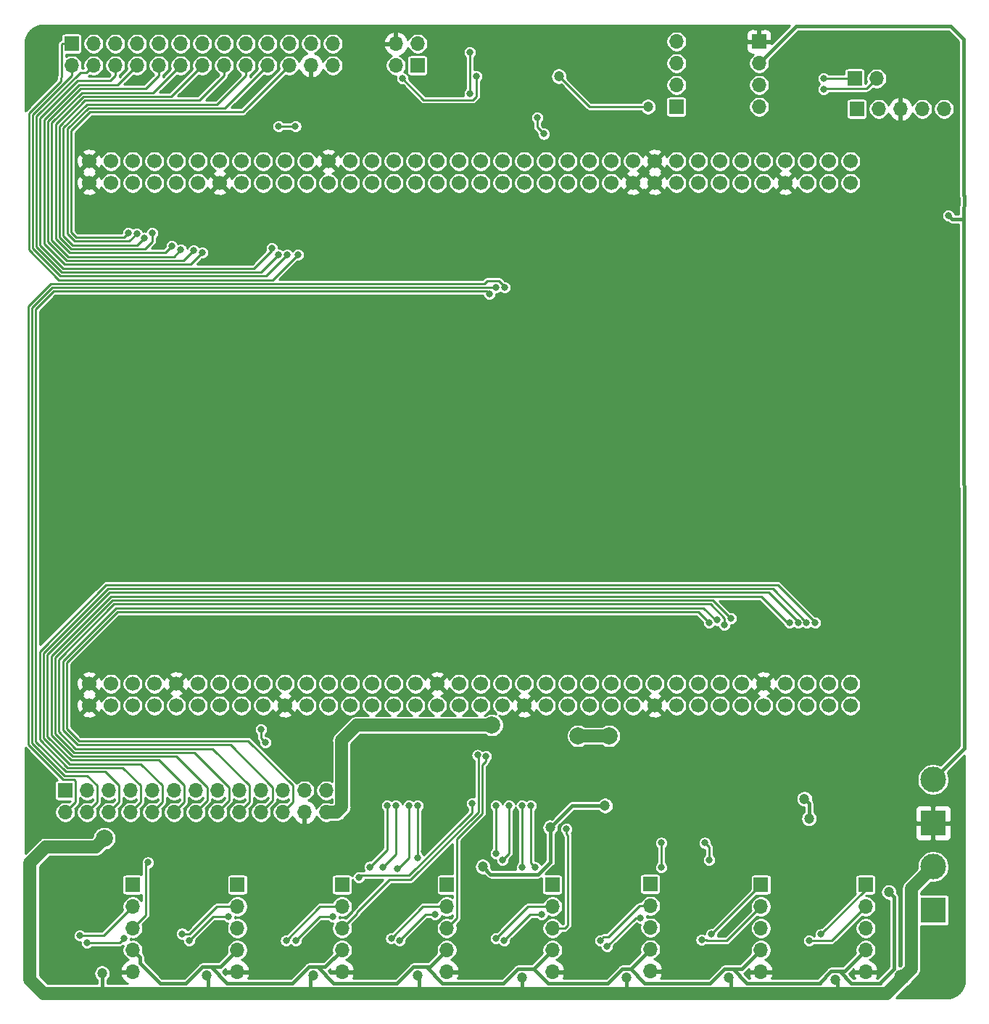
<source format=gbr>
G04 #@! TF.GenerationSoftware,KiCad,Pcbnew,(5.1.5)-3*
G04 #@! TF.CreationDate,2020-07-04T04:53:42+02:00*
G04 #@! TF.ProjectId,mixer,6d697865-722e-46b6-9963-61645f706362,rev?*
G04 #@! TF.SameCoordinates,Original*
G04 #@! TF.FileFunction,Copper,L2,Bot*
G04 #@! TF.FilePolarity,Positive*
%FSLAX46Y46*%
G04 Gerber Fmt 4.6, Leading zero omitted, Abs format (unit mm)*
G04 Created by KiCad (PCBNEW (5.1.5)-3) date 2020-07-04 04:53:42*
%MOMM*%
%LPD*%
G04 APERTURE LIST*
%ADD10C,3.000000*%
%ADD11R,3.000000X3.000000*%
%ADD12O,1.700000X1.700000*%
%ADD13R,1.700000X1.700000*%
%ADD14C,1.700000*%
%ADD15C,0.800000*%
%ADD16C,1.200000*%
%ADD17C,1.800000*%
%ADD18C,2.000000*%
%ADD19C,0.250000*%
%ADD20C,1.500000*%
%ADD21C,0.400000*%
%ADD22C,0.254000*%
G04 APERTURE END LIST*
D10*
X195326000Y-306832000D03*
D11*
X195326000Y-311912000D03*
D12*
X188722000Y-214884000D03*
D13*
X186182000Y-214884000D03*
D12*
X196596000Y-218440000D03*
X194056000Y-218440000D03*
X191516000Y-218440000D03*
X188976000Y-218440000D03*
D13*
X186436000Y-218440000D03*
D14*
X96774000Y-288036000D03*
X96774000Y-285496000D03*
X99314000Y-288036000D03*
X99314000Y-285496000D03*
X101854000Y-288036000D03*
X101854000Y-285496000D03*
X104394000Y-288036000D03*
X104394000Y-285496000D03*
X106934000Y-288036000D03*
X106934000Y-285496000D03*
X109474000Y-288036000D03*
X109474000Y-285496000D03*
X112014000Y-288036000D03*
X112014000Y-285496000D03*
X114554000Y-288036000D03*
X114554000Y-285496000D03*
X117094000Y-288036000D03*
X117094000Y-285496000D03*
X119634000Y-288036000D03*
X119634000Y-285496000D03*
X122174000Y-288036000D03*
X122174000Y-285496000D03*
X124714000Y-288036000D03*
X124714000Y-285496000D03*
X127254000Y-288036000D03*
X127254000Y-285496000D03*
X129794000Y-288036000D03*
X129794000Y-285496000D03*
X132334000Y-288036000D03*
X132334000Y-285496000D03*
X134874000Y-288036000D03*
X134874000Y-285496000D03*
X137414000Y-288036000D03*
X137414000Y-285496000D03*
X139954000Y-288036000D03*
X139954000Y-285496000D03*
X142494000Y-288036000D03*
X142494000Y-285496000D03*
X145034000Y-288036000D03*
X145034000Y-285496000D03*
X147574000Y-288036000D03*
X147574000Y-285496000D03*
X150114000Y-288036000D03*
X150114000Y-285496000D03*
X152654000Y-288036000D03*
X152654000Y-285496000D03*
X155194000Y-288036000D03*
X155194000Y-285496000D03*
X157734000Y-288036000D03*
X157734000Y-285496000D03*
X160274000Y-288036000D03*
X160274000Y-285496000D03*
X162814000Y-288036000D03*
X162814000Y-285496000D03*
X165354000Y-288036000D03*
X165354000Y-285496000D03*
X167894000Y-288036000D03*
X167894000Y-285496000D03*
X170434000Y-288036000D03*
X170434000Y-285496000D03*
X172974000Y-288036000D03*
X172974000Y-285496000D03*
X175514000Y-288036000D03*
X175514000Y-285496000D03*
X178054000Y-288036000D03*
X178054000Y-285496000D03*
X180594000Y-288036000D03*
X180594000Y-285496000D03*
X183134000Y-288036000D03*
X183134000Y-285496000D03*
X185674000Y-288036000D03*
X185674000Y-285496000D03*
X96774000Y-227076000D03*
X96774000Y-224536000D03*
X99314000Y-227076000D03*
X99314000Y-224536000D03*
X101854000Y-227076000D03*
X101854000Y-224536000D03*
X104394000Y-227076000D03*
X104394000Y-224536000D03*
X106934000Y-227076000D03*
X106934000Y-224536000D03*
X109474000Y-227076000D03*
X109474000Y-224536000D03*
X112014000Y-227076000D03*
X112014000Y-224536000D03*
X114554000Y-227076000D03*
X114554000Y-224536000D03*
X117094000Y-227076000D03*
X117094000Y-224536000D03*
X119634000Y-227076000D03*
X119634000Y-224536000D03*
X122174000Y-227076000D03*
X122174000Y-224536000D03*
X124714000Y-227076000D03*
X124714000Y-224536000D03*
X127254000Y-227076000D03*
X127254000Y-224536000D03*
X129794000Y-227076000D03*
X129794000Y-224536000D03*
X132334000Y-227076000D03*
X132334000Y-224536000D03*
X134874000Y-227076000D03*
X134874000Y-224536000D03*
X137414000Y-227076000D03*
X137414000Y-224536000D03*
X139954000Y-227076000D03*
X139954000Y-224536000D03*
X142494000Y-227076000D03*
X142494000Y-224536000D03*
X145034000Y-227076000D03*
X145034000Y-224536000D03*
X147574000Y-227076000D03*
X147574000Y-224536000D03*
X150114000Y-227076000D03*
X150114000Y-224536000D03*
X152654000Y-227076000D03*
X152654000Y-224536000D03*
X155194000Y-227076000D03*
X155194000Y-224536000D03*
X157734000Y-227076000D03*
X157734000Y-224536000D03*
X160274000Y-227076000D03*
X160274000Y-224536000D03*
X162814000Y-227076000D03*
X162814000Y-224536000D03*
X165354000Y-227076000D03*
X165354000Y-224536000D03*
X167894000Y-227076000D03*
X167894000Y-224536000D03*
X170434000Y-227076000D03*
X170434000Y-224536000D03*
X172974000Y-227076000D03*
X172974000Y-224536000D03*
X175514000Y-227076000D03*
X175514000Y-224536000D03*
X178054000Y-227076000D03*
X178054000Y-224536000D03*
X180594000Y-227076000D03*
X180594000Y-224536000D03*
X183134000Y-227076000D03*
X183134000Y-224536000D03*
X185674000Y-227076000D03*
X185674000Y-224536000D03*
X185674000Y-224536000D03*
X185674000Y-227076000D03*
X183134000Y-224536000D03*
X183134000Y-227076000D03*
X180594000Y-224536000D03*
X180594000Y-227076000D03*
X178054000Y-224536000D03*
X178054000Y-227076000D03*
X175514000Y-224536000D03*
X175514000Y-227076000D03*
X172974000Y-224536000D03*
X172974000Y-227076000D03*
X170434000Y-224536000D03*
X170434000Y-227076000D03*
X167894000Y-224536000D03*
X167894000Y-227076000D03*
X165354000Y-224536000D03*
X165354000Y-227076000D03*
X162814000Y-224536000D03*
X162814000Y-227076000D03*
X160274000Y-224536000D03*
X160274000Y-227076000D03*
X157734000Y-224536000D03*
X157734000Y-227076000D03*
X155194000Y-224536000D03*
X155194000Y-227076000D03*
X152654000Y-224536000D03*
X152654000Y-227076000D03*
X150114000Y-224536000D03*
X150114000Y-227076000D03*
X147574000Y-224536000D03*
X147574000Y-227076000D03*
X145034000Y-224536000D03*
X145034000Y-227076000D03*
X142494000Y-224536000D03*
X142494000Y-227076000D03*
X139954000Y-224536000D03*
X139954000Y-227076000D03*
X137414000Y-224536000D03*
X137414000Y-227076000D03*
X134874000Y-224536000D03*
X134874000Y-227076000D03*
X132334000Y-224536000D03*
X132334000Y-227076000D03*
X129794000Y-224536000D03*
X129794000Y-227076000D03*
X127254000Y-224536000D03*
X127254000Y-227076000D03*
X124714000Y-224536000D03*
X124714000Y-227076000D03*
X122174000Y-224536000D03*
X122174000Y-227076000D03*
X119634000Y-224536000D03*
X119634000Y-227076000D03*
X117094000Y-224536000D03*
X117094000Y-227076000D03*
X114554000Y-224536000D03*
X114554000Y-227076000D03*
X112014000Y-224536000D03*
X112014000Y-227076000D03*
X109474000Y-224536000D03*
X109474000Y-227076000D03*
X106934000Y-224536000D03*
X106934000Y-227076000D03*
X104394000Y-224536000D03*
X104394000Y-227076000D03*
X101854000Y-224536000D03*
X101854000Y-227076000D03*
X99314000Y-224536000D03*
X99314000Y-227076000D03*
X96774000Y-224536000D03*
X96774000Y-227076000D03*
X96774000Y-227076000D03*
X96774000Y-227076000D03*
X96774000Y-227076000D03*
X96774000Y-227076000D03*
X96774000Y-227076000D03*
X96774000Y-224536000D03*
X99314000Y-227076000D03*
X99314000Y-224536000D03*
X101854000Y-227076000D03*
X101854000Y-224536000D03*
X104394000Y-227076000D03*
X104394000Y-224536000D03*
X106934000Y-227076000D03*
X106934000Y-224536000D03*
X109474000Y-227076000D03*
X109474000Y-224536000D03*
X112014000Y-227076000D03*
X112014000Y-224536000D03*
X114554000Y-227076000D03*
X114554000Y-224536000D03*
X117094000Y-227076000D03*
X117094000Y-224536000D03*
X119634000Y-227076000D03*
X119634000Y-224536000D03*
X122174000Y-227076000D03*
X122174000Y-224536000D03*
X124714000Y-227076000D03*
X124714000Y-224536000D03*
X127254000Y-227076000D03*
X127254000Y-224536000D03*
X129794000Y-227076000D03*
X129794000Y-224536000D03*
X132334000Y-227076000D03*
X132334000Y-224536000D03*
X134874000Y-227076000D03*
X134874000Y-224536000D03*
X137414000Y-227076000D03*
X137414000Y-224536000D03*
X139954000Y-227076000D03*
X139954000Y-224536000D03*
X142494000Y-227076000D03*
X142494000Y-224536000D03*
X145034000Y-227076000D03*
X145034000Y-224536000D03*
X147574000Y-227076000D03*
X147574000Y-224536000D03*
X150114000Y-227076000D03*
X150114000Y-224536000D03*
X152654000Y-227076000D03*
X152654000Y-224536000D03*
X155194000Y-227076000D03*
X155194000Y-224536000D03*
X157734000Y-227076000D03*
X157734000Y-224536000D03*
X160274000Y-227076000D03*
X160274000Y-224536000D03*
X162814000Y-227076000D03*
X162814000Y-224536000D03*
X165354000Y-227076000D03*
X165354000Y-224536000D03*
X167894000Y-227076000D03*
X167894000Y-224536000D03*
X170434000Y-227076000D03*
X170434000Y-224536000D03*
X172974000Y-227076000D03*
X172974000Y-224536000D03*
X175514000Y-227076000D03*
X175514000Y-224536000D03*
X178054000Y-227076000D03*
X178054000Y-224536000D03*
X180594000Y-227076000D03*
X180594000Y-224536000D03*
X183134000Y-227076000D03*
X183134000Y-224536000D03*
X185674000Y-227076000D03*
X185674000Y-224536000D03*
X185674000Y-224536000D03*
X185674000Y-227076000D03*
X183134000Y-224536000D03*
X183134000Y-227076000D03*
X180594000Y-224536000D03*
X180594000Y-227076000D03*
X178054000Y-224536000D03*
X178054000Y-227076000D03*
X175514000Y-224536000D03*
X175514000Y-227076000D03*
X172974000Y-224536000D03*
X172974000Y-227076000D03*
X170434000Y-224536000D03*
X170434000Y-227076000D03*
X167894000Y-224536000D03*
X167894000Y-227076000D03*
X165354000Y-224536000D03*
X165354000Y-227076000D03*
X162814000Y-224536000D03*
X162814000Y-227076000D03*
X160274000Y-224536000D03*
X160274000Y-227076000D03*
X157734000Y-224536000D03*
X157734000Y-227076000D03*
X155194000Y-224536000D03*
X155194000Y-227076000D03*
X152654000Y-224536000D03*
X152654000Y-227076000D03*
X150114000Y-224536000D03*
X150114000Y-227076000D03*
X147574000Y-224536000D03*
X147574000Y-227076000D03*
X145034000Y-224536000D03*
X145034000Y-227076000D03*
X142494000Y-224536000D03*
X142494000Y-227076000D03*
X139954000Y-224536000D03*
X139954000Y-227076000D03*
X137414000Y-224536000D03*
X137414000Y-227076000D03*
X134874000Y-224536000D03*
X134874000Y-227076000D03*
X132334000Y-224536000D03*
X132334000Y-227076000D03*
X129794000Y-224536000D03*
X129794000Y-227076000D03*
X127254000Y-224536000D03*
X127254000Y-227076000D03*
X124714000Y-224536000D03*
X124714000Y-227076000D03*
X122174000Y-224536000D03*
X122174000Y-227076000D03*
X119634000Y-224536000D03*
X119634000Y-227076000D03*
X117094000Y-224536000D03*
X117094000Y-227076000D03*
X114554000Y-224536000D03*
X114554000Y-227076000D03*
X112014000Y-224536000D03*
X112014000Y-227076000D03*
X109474000Y-224536000D03*
X109474000Y-227076000D03*
X106934000Y-224536000D03*
X106934000Y-227076000D03*
X104394000Y-224536000D03*
X104394000Y-227076000D03*
X101854000Y-224536000D03*
X101854000Y-227076000D03*
X99314000Y-224536000D03*
X99314000Y-227076000D03*
X96774000Y-224536000D03*
X96774000Y-227076000D03*
D10*
X195326000Y-296672000D03*
D11*
X195326000Y-301752000D03*
D12*
X132588000Y-210820000D03*
X132588000Y-213360000D03*
X135128000Y-210820000D03*
D13*
X135128000Y-213360000D03*
D12*
X175006000Y-218186000D03*
X175006000Y-215646000D03*
X175006000Y-213106000D03*
D13*
X175006000Y-210566000D03*
D12*
X165354000Y-210566000D03*
X165354000Y-213106000D03*
X165354000Y-215646000D03*
D13*
X165354000Y-218186000D03*
D12*
X162306000Y-319024000D03*
X162306000Y-316484000D03*
X162306000Y-313944000D03*
X162306000Y-311404000D03*
D13*
X162306000Y-308864000D03*
D12*
X150876000Y-319106360D03*
X150876000Y-316566360D03*
X150876000Y-314026360D03*
X150876000Y-311486360D03*
D13*
X150876000Y-308946360D03*
D12*
X138540000Y-319106360D03*
X138540000Y-316566360D03*
X138540000Y-314026360D03*
X138540000Y-311486360D03*
D13*
X138540000Y-308946360D03*
D12*
X126312000Y-319106360D03*
X126312000Y-316566360D03*
X126312000Y-314026360D03*
X126312000Y-311486360D03*
D13*
X126312000Y-308946360D03*
D12*
X114084000Y-319106360D03*
X114084000Y-316566360D03*
X114084000Y-314026360D03*
X114084000Y-311486360D03*
D13*
X114084000Y-308946360D03*
D12*
X101856000Y-319106360D03*
X101856000Y-316566360D03*
X101856000Y-314026360D03*
X101856000Y-311486360D03*
D13*
X101856000Y-308946360D03*
D12*
X187452000Y-319106360D03*
X187452000Y-316566360D03*
X187452000Y-314026360D03*
X187452000Y-311486360D03*
D13*
X187452000Y-308946360D03*
D12*
X175224000Y-319106360D03*
X175224000Y-316566360D03*
X175224000Y-314026360D03*
X175224000Y-311486360D03*
D13*
X175224000Y-308946360D03*
D12*
X124460000Y-300482000D03*
X124460000Y-297942000D03*
X121920000Y-300482000D03*
X121920000Y-297942000D03*
X119380000Y-300482000D03*
X119380000Y-297942000D03*
X116840000Y-300482000D03*
X116840000Y-297942000D03*
X114300000Y-300482000D03*
X114300000Y-297942000D03*
X111760000Y-300482000D03*
X111760000Y-297942000D03*
X109220000Y-300482000D03*
X109220000Y-297942000D03*
X106680000Y-300482000D03*
X106680000Y-297942000D03*
X104140000Y-300482000D03*
X104140000Y-297942000D03*
X101600000Y-300482000D03*
X101600000Y-297942000D03*
X99060000Y-300482000D03*
X99060000Y-297942000D03*
X96520000Y-300482000D03*
X96520000Y-297942000D03*
X93980000Y-300482000D03*
D13*
X93980000Y-297942000D03*
D12*
X125222000Y-213360000D03*
X125222000Y-210820000D03*
X122682000Y-213360000D03*
X122682000Y-210820000D03*
X120142000Y-213360000D03*
X120142000Y-210820000D03*
X117602000Y-213360000D03*
X117602000Y-210820000D03*
X115062000Y-213360000D03*
X115062000Y-210820000D03*
X112522000Y-213360000D03*
X112522000Y-210820000D03*
X109982000Y-213360000D03*
X109982000Y-210820000D03*
X107442000Y-213360000D03*
X107442000Y-210820000D03*
X104902000Y-213360000D03*
X104902000Y-210820000D03*
X102362000Y-213360000D03*
X102362000Y-210820000D03*
X99822000Y-213360000D03*
X99822000Y-210820000D03*
X97282000Y-213360000D03*
X97282000Y-210820000D03*
X94742000Y-213360000D03*
D13*
X94742000Y-210820000D03*
D15*
X130556000Y-298958000D03*
X148082000Y-213360000D03*
X162052000Y-213614000D03*
X149860000Y-218694000D03*
X143764000Y-218186000D03*
X143510000Y-296164000D03*
X149606000Y-299212000D03*
X136433709Y-299012293D03*
X135890000Y-305054000D03*
D16*
X130302000Y-312928000D03*
X117856000Y-312674000D03*
X105664000Y-312928000D03*
X93472000Y-312928000D03*
X142748000Y-312928000D03*
X154940000Y-312928000D03*
X166624000Y-312928000D03*
X179324000Y-313182000D03*
X153924000Y-302260000D03*
X141478000Y-303784000D03*
D17*
X194564000Y-264922000D03*
D18*
X141732000Y-280416000D03*
X187960000Y-258318000D03*
D15*
X161544000Y-297180000D03*
D17*
X178816000Y-231394000D03*
D15*
X184277000Y-310388000D03*
X178689000Y-314452000D03*
X105410000Y-314452000D03*
X117602000Y-314198000D03*
X129794000Y-314452000D03*
X141859000Y-314325000D03*
X154178000Y-314452000D03*
X165989000Y-314325000D03*
D18*
X157480000Y-291592000D03*
X153869000Y-291592000D03*
X143819000Y-290322000D03*
D16*
X190165984Y-309799984D03*
X180836107Y-301232107D03*
X180310893Y-298928893D03*
X162052000Y-218186000D03*
X151638000Y-214630000D03*
D15*
X133350000Y-214884000D03*
X141986000Y-214630000D03*
X197104000Y-230886000D03*
X169418228Y-314735312D03*
X168297000Y-315384000D03*
X182240275Y-314736002D03*
X180848000Y-315466360D03*
X96520000Y-315716360D03*
X100838000Y-315214000D03*
X95688026Y-314890026D03*
X108458000Y-315466360D03*
X113030000Y-312674000D03*
X107636756Y-314672972D03*
X120904000Y-315466360D03*
X125222000Y-312674000D03*
X119781344Y-315451677D03*
X133020711Y-315466360D03*
X137160000Y-312420000D03*
X132055740Y-315203997D03*
X145239635Y-315466360D03*
X149606000Y-312420000D03*
X144272000Y-315214000D03*
X157257000Y-316153757D03*
X161130999Y-312821361D03*
X156457000Y-315468000D03*
X141224000Y-211836000D03*
X141216000Y-216654000D03*
X169164000Y-306070000D03*
X168656000Y-304075000D03*
X116840000Y-290830000D03*
X117348795Y-292345490D03*
X103632000Y-306361000D03*
X141491864Y-299466000D03*
X128270000Y-308102000D03*
X142131402Y-293827588D03*
X143120776Y-293972990D03*
X152513540Y-302443770D03*
X163576000Y-306933020D03*
X163576000Y-304075000D03*
X180562006Y-278384000D03*
X101346000Y-232918000D03*
X102342754Y-232998510D03*
X103220011Y-233478536D03*
X104140000Y-232918000D03*
X106426000Y-234442000D03*
X107485881Y-234869424D03*
X108981148Y-234965148D03*
X109982000Y-235204000D03*
X118110000Y-234696000D03*
X118872000Y-235458000D03*
X119892653Y-235462653D03*
X121158000Y-235458000D03*
X169164000Y-278384000D03*
X170112685Y-278067772D03*
X170942000Y-278638000D03*
X171728652Y-277876440D03*
X178562000Y-278384000D03*
X179562003Y-278384000D03*
X181562009Y-278384000D03*
X143510000Y-240030000D03*
X144293178Y-239256127D03*
X145297755Y-239276855D03*
X132588000Y-299720000D03*
X131064000Y-306875028D03*
X131572000Y-299720000D03*
X129540000Y-306875028D03*
X135128000Y-299720000D03*
X135128000Y-305816000D03*
X134112000Y-299720000D03*
X132764903Y-307086000D03*
X145796000Y-299720000D03*
X145029347Y-306074653D03*
X144267347Y-305312653D03*
X144272000Y-299720000D03*
X148844000Y-306933020D03*
X148336000Y-299720000D03*
X147320000Y-299720000D03*
X147320000Y-306933020D03*
X182542000Y-216154000D03*
X118909000Y-220472000D03*
X120867000Y-220472000D03*
X149098000Y-219444019D03*
X149860000Y-221344029D03*
X182542000Y-214884000D03*
D18*
X98552000Y-303530000D03*
D16*
X98298000Y-319278000D03*
X110490000Y-319532000D03*
X122936000Y-319532000D03*
X135128000Y-319532000D03*
X147320000Y-319786000D03*
X159512000Y-319786000D03*
X171450000Y-319786000D03*
X183896000Y-320040000D03*
D17*
X191688284Y-319704284D03*
D16*
X142748000Y-306832000D03*
X150622000Y-302260000D03*
X157019020Y-299720000D03*
D19*
X130556000Y-298958000D02*
X130302000Y-298958000D01*
D20*
X157480000Y-291592000D02*
X153869000Y-291592000D01*
X125662081Y-300482000D02*
X124460000Y-300482000D01*
X128016000Y-290322000D02*
X126238000Y-292100000D01*
X143819000Y-290322000D02*
X128016000Y-290322000D01*
X126260001Y-292122001D02*
X126260001Y-299884080D01*
X126238000Y-292100000D02*
X126260001Y-292122001D01*
X126260001Y-299884080D02*
X125662081Y-300482000D01*
D21*
X102705999Y-318106357D02*
X105054622Y-320454980D01*
X101856000Y-316566360D02*
X102705999Y-317416359D01*
X102705999Y-317416359D02*
X102705999Y-318106357D01*
X110009999Y-318531999D02*
X110970001Y-318531999D01*
X105054622Y-320454980D02*
X108087018Y-320454980D01*
X110970001Y-318531999D02*
X112892982Y-320454980D01*
X108087018Y-320454980D02*
X110009999Y-318531999D01*
X123416001Y-318531999D02*
X125338982Y-320454980D01*
X122455999Y-318531999D02*
X123416001Y-318531999D01*
X112892982Y-320454980D02*
X120533018Y-320454980D01*
X120533018Y-320454980D02*
X122455999Y-318531999D01*
X148705637Y-318785999D02*
X150374618Y-320454980D01*
X145171018Y-320454980D02*
X146839999Y-318785999D01*
X132725018Y-320454980D02*
X134647999Y-318531999D01*
X125338982Y-320454980D02*
X132725018Y-320454980D01*
X136115637Y-318531999D02*
X138038618Y-320454980D01*
X134647999Y-318531999D02*
X136115637Y-318531999D01*
X146839999Y-318785999D02*
X148705637Y-318785999D01*
X138038618Y-320454980D02*
X145171018Y-320454980D01*
X159992001Y-318785999D02*
X161660982Y-320454980D01*
X159031999Y-318785999D02*
X159992001Y-318785999D01*
X150374618Y-320454980D02*
X157363018Y-320454980D01*
X157363018Y-320454980D02*
X159031999Y-318785999D01*
X171930001Y-318785999D02*
X173598982Y-320454980D01*
X170969999Y-318785999D02*
X171930001Y-318785999D01*
X161660982Y-320454980D02*
X169301018Y-320454980D01*
X169301018Y-320454980D02*
X170969999Y-318785999D01*
X173598982Y-320454980D02*
X182118000Y-320454980D01*
X184376001Y-319039999D02*
X185790982Y-320454980D01*
X183415999Y-319039999D02*
X184376001Y-319039999D01*
X182118000Y-320454980D02*
X182118000Y-320337998D01*
X182118000Y-320337998D02*
X183415999Y-319039999D01*
X185790982Y-320454980D02*
X187953382Y-320454980D01*
X180836107Y-301232107D02*
X180836107Y-299454107D01*
X180836107Y-299454107D02*
X180310893Y-298928893D01*
X184978361Y-319039999D02*
X187452000Y-316566360D01*
X184376001Y-319039999D02*
X184978361Y-319039999D01*
X173004361Y-318785999D02*
X175224000Y-316566360D01*
X171930001Y-318785999D02*
X173004361Y-318785999D01*
X160004001Y-318785999D02*
X162306000Y-316484000D01*
X159992001Y-318785999D02*
X160004001Y-318785999D01*
X148705637Y-318736723D02*
X150876000Y-316566360D01*
X148705637Y-318785999D02*
X148705637Y-318736723D01*
X136574361Y-318531999D02*
X138540000Y-316566360D01*
X136115637Y-318531999D02*
X136574361Y-318531999D01*
X124346361Y-318531999D02*
X126312000Y-316566360D01*
X123416001Y-318531999D02*
X124346361Y-318531999D01*
X112118361Y-318531999D02*
X114084000Y-316566360D01*
X110970001Y-318531999D02*
X112118361Y-318531999D01*
D19*
X189124586Y-320454980D02*
X187953382Y-320454980D01*
D21*
X190765983Y-318758017D02*
X189124586Y-320399414D01*
X190765983Y-310399983D02*
X190765983Y-318758017D01*
X189124586Y-320399414D02*
X189124586Y-320454980D01*
X190165984Y-309799984D02*
X190765983Y-310399983D01*
X189069020Y-320454980D02*
X188628980Y-320454980D01*
X187953382Y-320454980D02*
X188628980Y-320454980D01*
X189124586Y-320399414D02*
X189069020Y-320454980D01*
X188628980Y-320454980D02*
X188976000Y-320454980D01*
D19*
X155194000Y-218186000D02*
X162052000Y-218186000D01*
X151638000Y-214630000D02*
X155194000Y-218186000D01*
X141986000Y-216957002D02*
X141986000Y-214630000D01*
X141564001Y-217379001D02*
X141986000Y-216957002D01*
X133350000Y-214884000D02*
X135845001Y-217379001D01*
X135845001Y-217379001D02*
X141564001Y-217379001D01*
D21*
X179324000Y-208788000D02*
X175006000Y-213106000D01*
X197358000Y-208788000D02*
X179324000Y-208788000D01*
X198909338Y-210339338D02*
X197358000Y-208788000D01*
X195326000Y-296672000D02*
X198964990Y-293033010D01*
X198964990Y-228600000D02*
X198909338Y-228544348D01*
X198909338Y-228544348D02*
X198909338Y-210339338D01*
X198736001Y-231285999D02*
X198882000Y-231140000D01*
X197503999Y-231285999D02*
X198736001Y-231285999D01*
X197104000Y-230886000D02*
X197503999Y-231285999D01*
X198964990Y-293033010D02*
X198882000Y-231140000D01*
X198882000Y-231140000D02*
X198964990Y-228600000D01*
D19*
X175207180Y-308946360D02*
X175224000Y-308946360D01*
X169418228Y-314735312D02*
X175207180Y-308946360D01*
X174374001Y-312336359D02*
X175224000Y-311486360D01*
X168938998Y-315460313D02*
X171250047Y-315460313D01*
X171250047Y-315460313D02*
X174374001Y-312336359D01*
X168862685Y-315384000D02*
X168938998Y-315460313D01*
X168297000Y-315384000D02*
X168862685Y-315384000D01*
X187452000Y-309524277D02*
X187452000Y-308946360D01*
X182240275Y-314736002D02*
X187452000Y-309524277D01*
X187452000Y-311486360D02*
X183472000Y-315466360D01*
X183472000Y-315466360D02*
X180848000Y-315466360D01*
X96520000Y-315716360D02*
X100335640Y-315716360D01*
X100335640Y-315716360D02*
X100838000Y-315214000D01*
X98452334Y-314890026D02*
X101856000Y-311486360D01*
X95688026Y-314890026D02*
X98452334Y-314890026D01*
X108458000Y-315466360D02*
X111250360Y-312674000D01*
X111250360Y-312674000D02*
X113030000Y-312674000D01*
X111677640Y-311486360D02*
X114084000Y-311486360D01*
X107636756Y-314672972D02*
X108491028Y-314672972D01*
X108491028Y-314672972D02*
X111677640Y-311486360D01*
X120904000Y-315466360D02*
X123696360Y-312674000D01*
X123696360Y-312674000D02*
X125222000Y-312674000D01*
X123746661Y-311486360D02*
X126312000Y-311486360D01*
X119781344Y-315451677D02*
X123746661Y-311486360D01*
X133020711Y-315466360D02*
X136067071Y-312420000D01*
X136067071Y-312420000D02*
X137160000Y-312420000D01*
X135773377Y-311486360D02*
X138540000Y-311486360D01*
X132055740Y-315203997D02*
X135773377Y-311486360D01*
X145239635Y-315466360D02*
X148285995Y-312420000D01*
X148285995Y-312420000D02*
X149606000Y-312420000D01*
X147999640Y-311486360D02*
X150876000Y-311486360D01*
X144272000Y-315214000D02*
X147999640Y-311486360D01*
X157257000Y-316153757D02*
X160589396Y-312821361D01*
X160589396Y-312821361D02*
X161130999Y-312821361D01*
X161523054Y-311404000D02*
X162306000Y-311404000D01*
X156856999Y-315068001D02*
X157371999Y-315068001D01*
X156457000Y-315468000D02*
X156856999Y-315068001D01*
X161036000Y-311404000D02*
X162306000Y-311404000D01*
X157371999Y-315068001D02*
X161036000Y-311404000D01*
X141224000Y-216646000D02*
X141216000Y-216654000D01*
X141224000Y-211836000D02*
X141224000Y-216646000D01*
X169164000Y-306070000D02*
X169164000Y-304583000D01*
X169164000Y-304583000D02*
X168656000Y-304075000D01*
X101856000Y-314026360D02*
X103378000Y-312504360D01*
X103378000Y-312504360D02*
X103378000Y-307340000D01*
X116840000Y-290830000D02*
X116840000Y-291836695D01*
X116840000Y-291836695D02*
X117348795Y-292345490D01*
X103378000Y-307340000D02*
X103378000Y-306615000D01*
X103378000Y-306615000D02*
X103632000Y-306361000D01*
X134134139Y-307882863D02*
X140716000Y-301301002D01*
X141491864Y-299466000D02*
X141491864Y-300525138D01*
X141037599Y-300979403D02*
X140617501Y-301399501D01*
X141491864Y-300525138D02*
X141037599Y-300979403D01*
X128270000Y-308102000D02*
X128524000Y-307848000D01*
X128524000Y-307848000D02*
X128778000Y-307848000D01*
X128778000Y-307848000D02*
X134134139Y-307882863D01*
X142216865Y-293913051D02*
X142131402Y-293827588D01*
X142216865Y-300436547D02*
X142216865Y-293913051D01*
X126312000Y-314026360D02*
X128016000Y-312322360D01*
X128016000Y-312166000D02*
X131849127Y-308332873D01*
X134320540Y-308332872D02*
X142216865Y-300436547D01*
X128016000Y-312322360D02*
X128016000Y-312166000D01*
X131849127Y-308332873D02*
X134320540Y-308332872D01*
X143120776Y-294538675D02*
X142666875Y-294992576D01*
X143120776Y-293972990D02*
X143120776Y-294538675D01*
X142666874Y-300622948D02*
X139700000Y-303589822D01*
X142666875Y-294992576D02*
X142666874Y-300622948D01*
X139715001Y-312851359D02*
X139389999Y-313176361D01*
X139715001Y-307836359D02*
X139715001Y-312851359D01*
X139700000Y-307821358D02*
X139715001Y-307836359D01*
X139389999Y-313176361D02*
X138540000Y-314026360D01*
X139700000Y-303589822D02*
X139700000Y-307821358D01*
X150768000Y-314026360D02*
X152317640Y-314026360D01*
X152317640Y-314026360D02*
X152654000Y-313690000D01*
X152654000Y-303149915D02*
X152654000Y-313690000D01*
X152513540Y-303009455D02*
X152654000Y-303149915D01*
X152513540Y-302443770D02*
X152513540Y-303009455D01*
X163576000Y-306933020D02*
X163576000Y-304075000D01*
X105315001Y-299306999D02*
X104140000Y-300482000D01*
X105315001Y-297377999D02*
X105315001Y-299306999D01*
X102808962Y-294871960D02*
X105315001Y-297377999D01*
X94471600Y-294871960D02*
X102808962Y-294871960D01*
X91452432Y-291852792D02*
X94471600Y-294871960D01*
X180562006Y-278384000D02*
X180562006Y-278352006D01*
X180562006Y-278352006D02*
X176623940Y-274413940D01*
X98957600Y-274413940D02*
X91452432Y-281919108D01*
X176623940Y-274413940D02*
X98957600Y-274413940D01*
X91452432Y-281919108D02*
X91452432Y-291852792D01*
X120142000Y-213360000D02*
X114705931Y-218796069D01*
X114705931Y-218796069D02*
X97214400Y-218796069D01*
X97214400Y-218796069D02*
X97179931Y-218796069D01*
X97179931Y-218796069D02*
X96872112Y-218796069D01*
X96872112Y-218796069D02*
X94670100Y-220998081D01*
X94670100Y-220998081D02*
X94670100Y-231140000D01*
X94670100Y-231140000D02*
X94670100Y-232846100D01*
X94670100Y-232846100D02*
X95250000Y-233426000D01*
X95250000Y-233426000D02*
X100838000Y-233426000D01*
X100838000Y-233426000D02*
X101092000Y-233172000D01*
X101092000Y-233172000D02*
X101346000Y-232918000D01*
X117602000Y-213360000D02*
X112615941Y-218346059D01*
X112615941Y-218346059D02*
X110010842Y-218346059D01*
X110010842Y-218346059D02*
X97028000Y-218346059D01*
X97028000Y-218346059D02*
X96685712Y-218346059D01*
X96685712Y-218346059D02*
X94269886Y-220761885D01*
X94269886Y-220761885D02*
X94220090Y-220811681D01*
X94220090Y-220811681D02*
X94220090Y-231394000D01*
X95063600Y-233876010D02*
X101024400Y-233876010D01*
X94220090Y-231394000D02*
X94220091Y-233032501D01*
X94220091Y-233032501D02*
X95063600Y-233876010D01*
X101024400Y-233876010D02*
X101465254Y-233876010D01*
X101465254Y-233876010D02*
X102342754Y-232998510D01*
X115062000Y-214562081D02*
X111728032Y-217896049D01*
X115062000Y-213360000D02*
X115062000Y-214562081D01*
X111728032Y-217896049D02*
X109824442Y-217896049D01*
X109824442Y-217896049D02*
X96499312Y-217896049D01*
X96499312Y-217896049D02*
X93770080Y-220625281D01*
X93770080Y-220625281D02*
X93770080Y-231648000D01*
X93770080Y-233218900D02*
X94877200Y-234326020D01*
X93770080Y-231648000D02*
X93770080Y-233218900D01*
X94877200Y-234326020D02*
X102372527Y-234326020D01*
X102372527Y-234326020D02*
X103220011Y-233478536D01*
X112522000Y-214562081D02*
X109638042Y-217446039D01*
X112522000Y-213360000D02*
X112522000Y-214562081D01*
X109638042Y-217446039D02*
X96312912Y-217446039D01*
X96312912Y-217446039D02*
X93320070Y-220438881D01*
X93320070Y-220438881D02*
X93320070Y-231902000D01*
X94690800Y-234776030D02*
X103297970Y-234776030D01*
X93320070Y-231902000D02*
X93320071Y-233405301D01*
X93320071Y-233405301D02*
X94690800Y-234776030D01*
X103297970Y-234776030D02*
X104140000Y-233934000D01*
X104140000Y-233934000D02*
X104140000Y-232918000D01*
X109982000Y-213360000D02*
X106345970Y-216996030D01*
X106345970Y-216996030D02*
X104442380Y-216996030D01*
X104442380Y-216996030D02*
X96126511Y-216996030D01*
X96126511Y-216996030D02*
X92870060Y-220252481D01*
X92870060Y-220252481D02*
X92870060Y-232156000D01*
X94504400Y-235226040D02*
X104117960Y-235226040D01*
X92870060Y-232156000D02*
X92870060Y-233591700D01*
X92870060Y-233591700D02*
X94504400Y-235226040D01*
X104117960Y-235226040D02*
X105641960Y-235226040D01*
X105641960Y-235226040D02*
X106426000Y-234442000D01*
X107442000Y-213360000D02*
X104255980Y-216546020D01*
X104255980Y-216546020D02*
X95940111Y-216546020D01*
X95940111Y-216546020D02*
X92420050Y-220066081D01*
X92420050Y-220066081D02*
X92420050Y-232410000D01*
X92420050Y-232410000D02*
X92420051Y-233778101D01*
X92420051Y-233778101D02*
X94318000Y-235676050D01*
X94318000Y-235676050D02*
X106679255Y-235676050D01*
X106679255Y-235676050D02*
X107485881Y-234869424D01*
X104902000Y-214562081D02*
X103368071Y-216096010D01*
X104902000Y-213360000D02*
X104902000Y-214562081D01*
X103368071Y-216096010D02*
X95753711Y-216096010D01*
X95753711Y-216096010D02*
X91970040Y-219879681D01*
X91970040Y-219879681D02*
X91970040Y-232918000D01*
X91970040Y-232918000D02*
X91970040Y-233964500D01*
X107820236Y-236126060D02*
X108981148Y-234965148D01*
X91970040Y-233964500D02*
X94131600Y-236126060D01*
X94131600Y-236126060D02*
X107820236Y-236126060D01*
X102362000Y-213360000D02*
X100076000Y-215646000D01*
X100076000Y-215646000D02*
X95567311Y-215646000D01*
X95567311Y-215646000D02*
X91520030Y-219693281D01*
X91520030Y-219693281D02*
X91520030Y-233172000D01*
X108609930Y-236576070D02*
X109982000Y-235204000D01*
X93945200Y-236576070D02*
X108609930Y-236576070D01*
X91520030Y-233172000D02*
X91520031Y-234150901D01*
X91520031Y-234150901D02*
X93945200Y-236576070D01*
X99822000Y-214562081D02*
X99246081Y-215138000D01*
X99822000Y-213360000D02*
X99822000Y-214562081D01*
X99246081Y-215138000D02*
X95438901Y-215138000D01*
X95438901Y-215138000D02*
X91070020Y-219506881D01*
X91070020Y-219506881D02*
X91070020Y-233426000D01*
X93758800Y-237026080D02*
X116033920Y-237026080D01*
X91070020Y-233426000D02*
X91070020Y-234337300D01*
X91070020Y-234337300D02*
X93758800Y-237026080D01*
X116033920Y-237026080D02*
X118110000Y-234950000D01*
X118110000Y-234950000D02*
X118110000Y-234696000D01*
X96432001Y-214209999D02*
X95730492Y-214209999D01*
X97282000Y-213360000D02*
X96432001Y-214209999D01*
X95730492Y-214209999D02*
X90620010Y-219320481D01*
X90620010Y-219320481D02*
X90620010Y-233680000D01*
X116853910Y-237476090D02*
X118872000Y-235458000D01*
X93572400Y-237476090D02*
X116853910Y-237476090D01*
X90620010Y-233680000D02*
X90620011Y-234523701D01*
X90620011Y-234523701D02*
X93572400Y-237476090D01*
X94742000Y-214562081D02*
X90170000Y-219134081D01*
X94742000Y-213360000D02*
X94742000Y-214562081D01*
X90170000Y-219134081D02*
X90170000Y-233934000D01*
X117429206Y-237926100D02*
X119892653Y-235462653D01*
X93386000Y-237926100D02*
X117429206Y-237926100D01*
X90170000Y-233934000D02*
X90170000Y-234710100D01*
X90170000Y-234710100D02*
X93386000Y-237926100D01*
X94742000Y-210820000D02*
X93642000Y-210820000D01*
X93566999Y-210895001D02*
X93566999Y-214724999D01*
X93642000Y-210820000D02*
X93566999Y-210895001D01*
X93472000Y-214819998D02*
X93472000Y-215195671D01*
X93566999Y-214724999D02*
X93472000Y-214819998D01*
X93472000Y-215195671D02*
X89719990Y-218947681D01*
X89719990Y-218947681D02*
X89719990Y-227838000D01*
X89719990Y-227838000D02*
X89719990Y-233934000D01*
X93199600Y-238376110D02*
X118239890Y-238376110D01*
X118239890Y-238376110D02*
X121158000Y-235458000D01*
X89719990Y-233934000D02*
X89719991Y-234896501D01*
X89719991Y-234896501D02*
X93199600Y-238376110D01*
X100076000Y-277114000D02*
X167894000Y-277114000D01*
X94152491Y-283037509D02*
X100076000Y-277114000D01*
X94152491Y-290734391D02*
X94152491Y-283037509D01*
X119380000Y-300482000D02*
X120555001Y-299306999D01*
X120555001Y-299306999D02*
X120555001Y-297377999D01*
X95590000Y-292171900D02*
X94152491Y-290734391D01*
X167894000Y-277114000D02*
X169164000Y-278384000D01*
X120555001Y-297377999D02*
X115348902Y-292171900D01*
X115348902Y-292171900D02*
X95590000Y-292171900D01*
X118204999Y-299117001D02*
X116840000Y-300482000D01*
X95403600Y-292621910D02*
X113258912Y-292621910D01*
X93702481Y-290920791D02*
X95403600Y-292621910D01*
X113258912Y-292621910D02*
X118204999Y-297567997D01*
X170112685Y-278067772D02*
X169920774Y-278067772D01*
X169920774Y-278067772D02*
X168516992Y-276663990D01*
X118204999Y-297567997D02*
X118204999Y-299117001D01*
X93702481Y-282851109D02*
X93702481Y-290920791D01*
X168516992Y-276663990D02*
X99889600Y-276663990D01*
X99889600Y-276663990D02*
X93702481Y-282851109D01*
X170989028Y-277871113D02*
X170989028Y-278549463D01*
X99703200Y-276213980D02*
X169331895Y-276213980D01*
X93252471Y-282664709D02*
X99703200Y-276213980D01*
X93252471Y-291107191D02*
X93252471Y-282664709D01*
X114300000Y-300482000D02*
X115475001Y-299306999D01*
X115475001Y-299306999D02*
X115475001Y-297377999D01*
X111168922Y-293071920D02*
X95217200Y-293071920D01*
X115475001Y-297377999D02*
X111168922Y-293071920D01*
X169331895Y-276213980D02*
X170989028Y-277871113D01*
X95217200Y-293071920D02*
X93252471Y-291107191D01*
X170989028Y-278549463D02*
X170989028Y-278590972D01*
X170989028Y-278590972D02*
X170942000Y-278638000D01*
X113124999Y-299117001D02*
X111760000Y-300482000D01*
X95030800Y-293521930D02*
X109078932Y-293521930D01*
X113124999Y-297567997D02*
X113124999Y-299117001D01*
X92802461Y-291293591D02*
X95030800Y-293521930D01*
X171728652Y-277876440D02*
X171704440Y-277876440D01*
X171704440Y-277876440D02*
X169591970Y-275763970D01*
X169591970Y-275763970D02*
X99516800Y-275763970D01*
X109078932Y-293521930D02*
X113124999Y-297567997D01*
X92802461Y-282478309D02*
X92802461Y-291293591D01*
X99516800Y-275763970D02*
X92802461Y-282478309D01*
X175237960Y-275313960D02*
X178308000Y-278384000D01*
X178308000Y-278384000D02*
X178562000Y-278384000D01*
X99330400Y-275313960D02*
X175237960Y-275313960D01*
X92352451Y-282291909D02*
X99330400Y-275313960D01*
X92352451Y-291479991D02*
X92352451Y-282291909D01*
X109220000Y-300482000D02*
X110584999Y-299117001D01*
X110584999Y-299117001D02*
X110584999Y-297567997D01*
X110584999Y-297567997D02*
X106988942Y-293971940D01*
X106988942Y-293971940D02*
X94844400Y-293971940D01*
X94844400Y-293971940D02*
X92352451Y-291479991D01*
X179562003Y-278311001D02*
X179562003Y-278384000D01*
X176114952Y-274863950D02*
X179562003Y-278311001D01*
X99144000Y-274863950D02*
X176114952Y-274863950D01*
X91902441Y-291666391D02*
X91902441Y-282105509D01*
X106680000Y-300482000D02*
X107855001Y-299306999D01*
X104898952Y-294421950D02*
X94658000Y-294421950D01*
X107855001Y-299306999D02*
X107855001Y-297377999D01*
X91902441Y-282105509D02*
X99144000Y-274863950D01*
X107855001Y-297377999D02*
X104898952Y-294421950D01*
X94658000Y-294421950D02*
X91902441Y-291666391D01*
X98771200Y-273963930D02*
X177214938Y-273963930D01*
X91002422Y-281732708D02*
X98771200Y-273963930D01*
X91002422Y-292039192D02*
X91002422Y-281732708D01*
X181562009Y-278311001D02*
X181562009Y-278384000D01*
X101600000Y-300482000D02*
X102775001Y-299306999D01*
X102775001Y-299306999D02*
X102775001Y-297377999D01*
X102775001Y-297377999D02*
X100718972Y-295321970D01*
X94285200Y-295321970D02*
X91002422Y-292039192D01*
X177214938Y-273963930D02*
X181562009Y-278311001D01*
X100718972Y-295321970D02*
X94285200Y-295321970D01*
X100235001Y-297377999D02*
X100235001Y-299306999D01*
X94098800Y-295771980D02*
X98628982Y-295771980D01*
X143206140Y-239726140D02*
X92634270Y-239726140D01*
X98628982Y-295771980D02*
X100235001Y-297377999D01*
X90552412Y-292225592D02*
X94098800Y-295771980D01*
X90552413Y-241807997D02*
X90552412Y-292225592D01*
X100235001Y-299306999D02*
X99060000Y-300482000D01*
X143510000Y-240030000D02*
X143206140Y-239726140D01*
X92634270Y-239726140D02*
X90552413Y-241807997D01*
X143122280Y-239276130D02*
X142748000Y-239276130D01*
X143142283Y-239256127D02*
X143122280Y-239276130D01*
X144293178Y-239256127D02*
X143142283Y-239256127D01*
X97695001Y-299306999D02*
X96520000Y-300482000D01*
X97695001Y-297377999D02*
X97695001Y-299306999D01*
X96538992Y-296221990D02*
X97695001Y-297377999D01*
X143122280Y-239276130D02*
X92447870Y-239276130D01*
X90102403Y-292411993D02*
X93912400Y-296221990D01*
X92447870Y-239276130D02*
X90102403Y-241621597D01*
X93912400Y-296221990D02*
X96538992Y-296221990D01*
X90102403Y-241621597D02*
X90102403Y-292411993D01*
X145297755Y-239187702D02*
X145297755Y-239276855D01*
X95155001Y-296831999D02*
X94995002Y-296672000D01*
X89652393Y-292598393D02*
X89652394Y-241435196D01*
X142935880Y-238826120D02*
X143230874Y-238531126D01*
X95155001Y-299306999D02*
X95155001Y-296831999D01*
X143230874Y-238531126D02*
X144641179Y-238531126D01*
X93726000Y-296672000D02*
X89652393Y-292598393D01*
X94995002Y-296672000D02*
X93726000Y-296672000D01*
X92261470Y-238826120D02*
X142935880Y-238826120D01*
X144641179Y-238531126D02*
X145297755Y-239187702D01*
X93980000Y-300482000D02*
X95155001Y-299306999D01*
X89652394Y-241435196D02*
X92261470Y-238826120D01*
X132588000Y-299720000D02*
X132588000Y-303784000D01*
X132588000Y-303784000D02*
X132588000Y-305351028D01*
X132588000Y-305351028D02*
X131064000Y-306875028D01*
X131572000Y-299720000D02*
X131572000Y-304800000D01*
X131572000Y-304800000D02*
X131572000Y-304843028D01*
X131572000Y-304843028D02*
X129540000Y-306875028D01*
X135128000Y-299720000D02*
X135128000Y-305816000D01*
X134112000Y-299720000D02*
X134112000Y-305816000D01*
X134112000Y-305816000D02*
X134106765Y-305816000D01*
X134106765Y-305816000D02*
X132764903Y-307157862D01*
X145796000Y-299720000D02*
X145796000Y-305308000D01*
X145796000Y-305308000D02*
X145029347Y-306074653D01*
X144267347Y-305312653D02*
X144267347Y-299724653D01*
X144267347Y-299724653D02*
X144272000Y-299720000D01*
X148844000Y-306933020D02*
X148336000Y-306425020D01*
X148336000Y-306425020D02*
X148336000Y-299720000D01*
X147320000Y-299720000D02*
X147320000Y-306933020D01*
X182636999Y-216059001D02*
X182542000Y-216154000D01*
X188722000Y-214884000D02*
X187546999Y-216059001D01*
X187546999Y-216059001D02*
X182636999Y-216059001D01*
X118909000Y-220472000D02*
X120867000Y-220472000D01*
X149098000Y-219444019D02*
X149098000Y-220582029D01*
X149098000Y-220582029D02*
X149860000Y-221344029D01*
X183107685Y-214884000D02*
X186182000Y-214884000D01*
X182542000Y-214884000D02*
X183107685Y-214884000D01*
D20*
X91710001Y-304529999D02*
X89875010Y-306364990D01*
X98552000Y-303530000D02*
X97552001Y-304529999D01*
X97552001Y-304529999D02*
X91710001Y-304529999D01*
X89875010Y-306364990D02*
X89875010Y-319278000D01*
X89875010Y-319999010D02*
X91480990Y-321604990D01*
X89875010Y-319278000D02*
X89875010Y-319999010D01*
D21*
X98298000Y-321310000D02*
X98298000Y-319278000D01*
X98003010Y-321604990D02*
X98298000Y-321310000D01*
D20*
X91480990Y-321604990D02*
X98003010Y-321604990D01*
D21*
X110703010Y-321604990D02*
X110703010Y-319745010D01*
X110703010Y-319745010D02*
X110490000Y-319532000D01*
D20*
X98003010Y-321604990D02*
X110703010Y-321604990D01*
D21*
X122641010Y-319826990D02*
X122936000Y-319532000D01*
X122641010Y-321604990D02*
X122641010Y-319826990D01*
D20*
X110703010Y-321604990D02*
X122641010Y-321604990D01*
D21*
X135341010Y-319745010D02*
X135128000Y-319532000D01*
X135341010Y-321604990D02*
X135341010Y-319745010D01*
D20*
X122641010Y-321604990D02*
X135341010Y-321604990D01*
D21*
X147360990Y-319826990D02*
X147320000Y-319786000D01*
X147360990Y-321604990D02*
X147360990Y-319826990D01*
D20*
X135341010Y-321604990D02*
X147360990Y-321604990D01*
D21*
X159552990Y-319826990D02*
X159512000Y-319786000D01*
X159552990Y-321604990D02*
X159552990Y-319826990D01*
D20*
X147360990Y-321604990D02*
X159552990Y-321604990D01*
D21*
X171744990Y-320080990D02*
X171450000Y-319786000D01*
X171744990Y-321604990D02*
X171744990Y-320080990D01*
D20*
X159552990Y-321604990D02*
X171744990Y-321604990D01*
D21*
X184190990Y-321604990D02*
X184190990Y-320334990D01*
X184190990Y-320334990D02*
X183896000Y-320040000D01*
D20*
X171744990Y-321604990D02*
X184190990Y-321604990D01*
X184190990Y-321604990D02*
X188935010Y-321604990D01*
X195326000Y-306832000D02*
X192786000Y-309372000D01*
X189951010Y-321604990D02*
X188935010Y-321604990D01*
X192786000Y-309372000D02*
X192786000Y-318770000D01*
X191643000Y-319749568D02*
X191688284Y-319704284D01*
X191643000Y-319913000D02*
X191643000Y-319749568D01*
X191643000Y-319913000D02*
X189951010Y-321604990D01*
X192786000Y-318770000D02*
X191643000Y-319913000D01*
D21*
X150622000Y-306339022D02*
X150622000Y-302260000D01*
X149228001Y-307733021D02*
X150622000Y-306339022D01*
X142748000Y-306832000D02*
X143649021Y-307733021D01*
X143649021Y-307733021D02*
X149228001Y-307733021D01*
X150622000Y-302260000D02*
X153162000Y-299720000D01*
X153162000Y-299720000D02*
X157019020Y-299720000D01*
D22*
G36*
X176464796Y-210825546D02*
G01*
X176332250Y-210693000D01*
X175133000Y-210693000D01*
X175133000Y-210713000D01*
X174879000Y-210713000D01*
X174879000Y-210693000D01*
X173679750Y-210693000D01*
X173521000Y-210851750D01*
X173517928Y-211416000D01*
X173530188Y-211540482D01*
X173566498Y-211660180D01*
X173625463Y-211770494D01*
X173704815Y-211867185D01*
X173801506Y-211946537D01*
X173911820Y-212005502D01*
X174031518Y-212041812D01*
X174156000Y-212054072D01*
X174366294Y-212052927D01*
X174221283Y-212149820D01*
X174049820Y-212321283D01*
X173915102Y-212522903D01*
X173822307Y-212746931D01*
X173775000Y-212984757D01*
X173775000Y-213227243D01*
X173822307Y-213465069D01*
X173915102Y-213689097D01*
X174049820Y-213890717D01*
X174221283Y-214062180D01*
X174422903Y-214196898D01*
X174646931Y-214289693D01*
X174884757Y-214337000D01*
X175127243Y-214337000D01*
X175365069Y-214289693D01*
X175589097Y-214196898D01*
X175790717Y-214062180D01*
X175962180Y-213890717D01*
X176096898Y-213689097D01*
X176189693Y-213465069D01*
X176237000Y-213227243D01*
X176237000Y-212984757D01*
X176189693Y-212746931D01*
X176188824Y-212744833D01*
X179564658Y-209369000D01*
X197117343Y-209369000D01*
X198328339Y-210579997D01*
X198328338Y-228515808D01*
X198325527Y-228544348D01*
X198328338Y-228572887D01*
X198336745Y-228658243D01*
X198369967Y-228767762D01*
X198377725Y-228782275D01*
X198314903Y-230704999D01*
X197864298Y-230704999D01*
X197854987Y-230658191D01*
X197796113Y-230516058D01*
X197710642Y-230388141D01*
X197601859Y-230279358D01*
X197473942Y-230193887D01*
X197331809Y-230135013D01*
X197180922Y-230105000D01*
X197027078Y-230105000D01*
X196876191Y-230135013D01*
X196734058Y-230193887D01*
X196606141Y-230279358D01*
X196497358Y-230388141D01*
X196411887Y-230516058D01*
X196353013Y-230658191D01*
X196323000Y-230809078D01*
X196323000Y-230962922D01*
X196353013Y-231113809D01*
X196411887Y-231255942D01*
X196497358Y-231383859D01*
X196606141Y-231492642D01*
X196734058Y-231578113D01*
X196876191Y-231636987D01*
X197027078Y-231667000D01*
X197063342Y-231667000D01*
X197072986Y-231676644D01*
X197091182Y-231698816D01*
X197150130Y-231747193D01*
X197179651Y-231771420D01*
X197280584Y-231825370D01*
X197390103Y-231858592D01*
X197503998Y-231869810D01*
X197532538Y-231866999D01*
X198301975Y-231866999D01*
X198383667Y-292792675D01*
X196184655Y-294991688D01*
X195874667Y-294863286D01*
X195511262Y-294791000D01*
X195140738Y-294791000D01*
X194777333Y-294863286D01*
X194435013Y-295005080D01*
X194126933Y-295210932D01*
X193864932Y-295472933D01*
X193659080Y-295781013D01*
X193517286Y-296123333D01*
X193445000Y-296486738D01*
X193445000Y-296857262D01*
X193517286Y-297220667D01*
X193659080Y-297562987D01*
X193864932Y-297871067D01*
X194126933Y-298133068D01*
X194435013Y-298338920D01*
X194777333Y-298480714D01*
X195140738Y-298553000D01*
X195511262Y-298553000D01*
X195874667Y-298480714D01*
X196216987Y-298338920D01*
X196525067Y-298133068D01*
X196787068Y-297871067D01*
X196992920Y-297562987D01*
X197134714Y-297220667D01*
X197207000Y-296857262D01*
X197207000Y-296486738D01*
X197134714Y-296123333D01*
X197006312Y-295813345D01*
X198984001Y-293835657D01*
X198984001Y-320020136D01*
X198941449Y-320454115D01*
X198821181Y-320852464D01*
X198625831Y-321219862D01*
X198362845Y-321542315D01*
X198042226Y-321807554D01*
X197676204Y-322005461D01*
X197278708Y-322128506D01*
X196845863Y-322174000D01*
X190981475Y-322174000D01*
X192358110Y-320797366D01*
X192504874Y-320699302D01*
X192683302Y-320520874D01*
X192781367Y-320374108D01*
X193546455Y-319609021D01*
X193589607Y-319573607D01*
X193626955Y-319528099D01*
X193730942Y-319401390D01*
X193753818Y-319358592D01*
X193835963Y-319204909D01*
X193900635Y-318991715D01*
X193917000Y-318825558D01*
X193917000Y-318825549D01*
X193922471Y-318770001D01*
X193917000Y-318714453D01*
X193917000Y-313794843D01*
X196826000Y-313794843D01*
X196900689Y-313787487D01*
X196972508Y-313765701D01*
X197038696Y-313730322D01*
X197096711Y-313682711D01*
X197144322Y-313624696D01*
X197179701Y-313558508D01*
X197201487Y-313486689D01*
X197208843Y-313412000D01*
X197208843Y-310412000D01*
X197201487Y-310337311D01*
X197179701Y-310265492D01*
X197144322Y-310199304D01*
X197096711Y-310141289D01*
X197038696Y-310093678D01*
X196972508Y-310058299D01*
X196900689Y-310036513D01*
X196826000Y-310029157D01*
X193917000Y-310029157D01*
X193917000Y-309840475D01*
X195060446Y-308697029D01*
X195140738Y-308713000D01*
X195511262Y-308713000D01*
X195874667Y-308640714D01*
X196216987Y-308498920D01*
X196525067Y-308293068D01*
X196787068Y-308031067D01*
X196992920Y-307722987D01*
X197134714Y-307380667D01*
X197207000Y-307017262D01*
X197207000Y-306646738D01*
X197134714Y-306283333D01*
X196992920Y-305941013D01*
X196787068Y-305632933D01*
X196525067Y-305370932D01*
X196216987Y-305165080D01*
X195874667Y-305023286D01*
X195511262Y-304951000D01*
X195140738Y-304951000D01*
X194777333Y-305023286D01*
X194435013Y-305165080D01*
X194126933Y-305370932D01*
X193864932Y-305632933D01*
X193659080Y-305941013D01*
X193517286Y-306283333D01*
X193445000Y-306646738D01*
X193445000Y-307017262D01*
X193460971Y-307097554D01*
X192025550Y-308532975D01*
X191982393Y-308568393D01*
X191841058Y-308740610D01*
X191736037Y-308937092D01*
X191671365Y-309150286D01*
X191655000Y-309316443D01*
X191655000Y-309316450D01*
X191649529Y-309372000D01*
X191655000Y-309427550D01*
X191655001Y-318301523D01*
X191526070Y-318430454D01*
X191346983Y-318466077D01*
X191346983Y-310428523D01*
X191349794Y-310399983D01*
X191338576Y-310286087D01*
X191305354Y-310176568D01*
X191251404Y-310075635D01*
X191196993Y-310009334D01*
X191196991Y-310009332D01*
X191178800Y-309987166D01*
X191156634Y-309968976D01*
X191136578Y-309948919D01*
X191146984Y-309896604D01*
X191146984Y-309703364D01*
X191109285Y-309513837D01*
X191035335Y-309335306D01*
X190927977Y-309174633D01*
X190791335Y-309037991D01*
X190630662Y-308930633D01*
X190452131Y-308856683D01*
X190262604Y-308818984D01*
X190069364Y-308818984D01*
X189879837Y-308856683D01*
X189701306Y-308930633D01*
X189540633Y-309037991D01*
X189403991Y-309174633D01*
X189296633Y-309335306D01*
X189222683Y-309513837D01*
X189184984Y-309703364D01*
X189184984Y-309896604D01*
X189222683Y-310086131D01*
X189296633Y-310264662D01*
X189403991Y-310425335D01*
X189540633Y-310561977D01*
X189701306Y-310669335D01*
X189879837Y-310743285D01*
X190069364Y-310780984D01*
X190184983Y-310780984D01*
X190184984Y-318517358D01*
X188828363Y-319873980D01*
X188723119Y-319873980D01*
X188723641Y-319873280D01*
X188848825Y-319610459D01*
X188893476Y-319463250D01*
X188772155Y-319233360D01*
X187579000Y-319233360D01*
X187579000Y-319253360D01*
X187325000Y-319253360D01*
X187325000Y-319233360D01*
X186131845Y-319233360D01*
X186010524Y-319463250D01*
X186055175Y-319610459D01*
X186180359Y-319873280D01*
X186180881Y-319873980D01*
X186031640Y-319873980D01*
X185498838Y-319341179D01*
X186038167Y-318801850D01*
X186131845Y-318979360D01*
X187325000Y-318979360D01*
X187325000Y-318959360D01*
X187579000Y-318959360D01*
X187579000Y-318979360D01*
X188772155Y-318979360D01*
X188893476Y-318749470D01*
X188848825Y-318602261D01*
X188723641Y-318339440D01*
X188549588Y-318106091D01*
X188333355Y-317911182D01*
X188083252Y-317762203D01*
X187920832Y-317704588D01*
X188035097Y-317657258D01*
X188236717Y-317522540D01*
X188408180Y-317351077D01*
X188542898Y-317149457D01*
X188635693Y-316925429D01*
X188683000Y-316687603D01*
X188683000Y-316445117D01*
X188635693Y-316207291D01*
X188542898Y-315983263D01*
X188408180Y-315781643D01*
X188236717Y-315610180D01*
X188035097Y-315475462D01*
X187811069Y-315382667D01*
X187573243Y-315335360D01*
X187330757Y-315335360D01*
X187092931Y-315382667D01*
X186868903Y-315475462D01*
X186667283Y-315610180D01*
X186495820Y-315781643D01*
X186361102Y-315983263D01*
X186268307Y-316207291D01*
X186221000Y-316445117D01*
X186221000Y-316687603D01*
X186268307Y-316925429D01*
X186269176Y-316927527D01*
X184737704Y-318458999D01*
X184404541Y-318458999D01*
X184376001Y-318456188D01*
X184347461Y-318458999D01*
X183444539Y-318458999D01*
X183415999Y-318456188D01*
X183302103Y-318467406D01*
X183192584Y-318500628D01*
X183091651Y-318554578D01*
X183033549Y-318602261D01*
X183003182Y-318627182D01*
X182984991Y-318649348D01*
X181760361Y-319873980D01*
X176495119Y-319873980D01*
X176495641Y-319873280D01*
X176620825Y-319610459D01*
X176665476Y-319463250D01*
X176544155Y-319233360D01*
X175351000Y-319233360D01*
X175351000Y-319253360D01*
X175097000Y-319253360D01*
X175097000Y-319233360D01*
X173903845Y-319233360D01*
X173782524Y-319463250D01*
X173827175Y-319610459D01*
X173952359Y-319873280D01*
X173952881Y-319873980D01*
X173839640Y-319873980D01*
X173268997Y-319303337D01*
X173328709Y-319271420D01*
X173417178Y-319198816D01*
X173435378Y-319176639D01*
X173810167Y-318801850D01*
X173903845Y-318979360D01*
X175097000Y-318979360D01*
X175097000Y-318959360D01*
X175351000Y-318959360D01*
X175351000Y-318979360D01*
X176544155Y-318979360D01*
X176665476Y-318749470D01*
X176620825Y-318602261D01*
X176495641Y-318339440D01*
X176321588Y-318106091D01*
X176105355Y-317911182D01*
X175855252Y-317762203D01*
X175692832Y-317704588D01*
X175807097Y-317657258D01*
X176008717Y-317522540D01*
X176180180Y-317351077D01*
X176314898Y-317149457D01*
X176407693Y-316925429D01*
X176455000Y-316687603D01*
X176455000Y-316445117D01*
X176407693Y-316207291D01*
X176314898Y-315983263D01*
X176180180Y-315781643D01*
X176008717Y-315610180D01*
X175807097Y-315475462D01*
X175599416Y-315389438D01*
X180067000Y-315389438D01*
X180067000Y-315543282D01*
X180097013Y-315694169D01*
X180155887Y-315836302D01*
X180241358Y-315964219D01*
X180350141Y-316073002D01*
X180478058Y-316158473D01*
X180620191Y-316217347D01*
X180771078Y-316247360D01*
X180924922Y-316247360D01*
X181075809Y-316217347D01*
X181217942Y-316158473D01*
X181345859Y-316073002D01*
X181446501Y-315972360D01*
X183447154Y-315972360D01*
X183472000Y-315974807D01*
X183496846Y-315972360D01*
X183496854Y-315972360D01*
X183571193Y-315965038D01*
X183666575Y-315936105D01*
X183754479Y-315889119D01*
X183831527Y-315825887D01*
X183847376Y-315806575D01*
X185748834Y-313905117D01*
X186221000Y-313905117D01*
X186221000Y-314147603D01*
X186268307Y-314385429D01*
X186361102Y-314609457D01*
X186495820Y-314811077D01*
X186667283Y-314982540D01*
X186868903Y-315117258D01*
X187092931Y-315210053D01*
X187330757Y-315257360D01*
X187573243Y-315257360D01*
X187811069Y-315210053D01*
X188035097Y-315117258D01*
X188236717Y-314982540D01*
X188408180Y-314811077D01*
X188542898Y-314609457D01*
X188635693Y-314385429D01*
X188683000Y-314147603D01*
X188683000Y-313905117D01*
X188635693Y-313667291D01*
X188542898Y-313443263D01*
X188408180Y-313241643D01*
X188236717Y-313070180D01*
X188035097Y-312935462D01*
X187811069Y-312842667D01*
X187573243Y-312795360D01*
X187330757Y-312795360D01*
X187092931Y-312842667D01*
X186868903Y-312935462D01*
X186667283Y-313070180D01*
X186495820Y-313241643D01*
X186361102Y-313443263D01*
X186268307Y-313667291D01*
X186221000Y-313905117D01*
X185748834Y-313905117D01*
X187015833Y-312638118D01*
X187092931Y-312670053D01*
X187330757Y-312717360D01*
X187573243Y-312717360D01*
X187811069Y-312670053D01*
X188035097Y-312577258D01*
X188236717Y-312442540D01*
X188408180Y-312271077D01*
X188542898Y-312069457D01*
X188635693Y-311845429D01*
X188683000Y-311607603D01*
X188683000Y-311365117D01*
X188635693Y-311127291D01*
X188542898Y-310903263D01*
X188408180Y-310701643D01*
X188236717Y-310530180D01*
X188035097Y-310395462D01*
X187811069Y-310302667D01*
X187573243Y-310255360D01*
X187436509Y-310255360D01*
X187512666Y-310179203D01*
X188302000Y-310179203D01*
X188376689Y-310171847D01*
X188448508Y-310150061D01*
X188514696Y-310114682D01*
X188572711Y-310067071D01*
X188620322Y-310009056D01*
X188655701Y-309942868D01*
X188677487Y-309871049D01*
X188684843Y-309796360D01*
X188684843Y-308096360D01*
X188677487Y-308021671D01*
X188655701Y-307949852D01*
X188620322Y-307883664D01*
X188572711Y-307825649D01*
X188514696Y-307778038D01*
X188448508Y-307742659D01*
X188376689Y-307720873D01*
X188302000Y-307713517D01*
X186602000Y-307713517D01*
X186527311Y-307720873D01*
X186455492Y-307742659D01*
X186389304Y-307778038D01*
X186331289Y-307825649D01*
X186283678Y-307883664D01*
X186248299Y-307949852D01*
X186226513Y-308021671D01*
X186219157Y-308096360D01*
X186219157Y-309796360D01*
X186226513Y-309871049D01*
X186248299Y-309942868D01*
X186272514Y-309988171D01*
X182305684Y-313955002D01*
X182163353Y-313955002D01*
X182012466Y-313985015D01*
X181870333Y-314043889D01*
X181742416Y-314129360D01*
X181633633Y-314238143D01*
X181548162Y-314366060D01*
X181489288Y-314508193D01*
X181459275Y-314659080D01*
X181459275Y-314812924D01*
X181488602Y-314960360D01*
X181446501Y-314960360D01*
X181345859Y-314859718D01*
X181217942Y-314774247D01*
X181075809Y-314715373D01*
X180924922Y-314685360D01*
X180771078Y-314685360D01*
X180620191Y-314715373D01*
X180478058Y-314774247D01*
X180350141Y-314859718D01*
X180241358Y-314968501D01*
X180155887Y-315096418D01*
X180097013Y-315238551D01*
X180067000Y-315389438D01*
X175599416Y-315389438D01*
X175583069Y-315382667D01*
X175345243Y-315335360D01*
X175102757Y-315335360D01*
X174864931Y-315382667D01*
X174640903Y-315475462D01*
X174439283Y-315610180D01*
X174267820Y-315781643D01*
X174133102Y-315983263D01*
X174040307Y-316207291D01*
X173993000Y-316445117D01*
X173993000Y-316687603D01*
X174040307Y-316925429D01*
X174041176Y-316927527D01*
X172763704Y-318204999D01*
X171958541Y-318204999D01*
X171930001Y-318202188D01*
X171901461Y-318204999D01*
X170998539Y-318204999D01*
X170969999Y-318202188D01*
X170941459Y-318204999D01*
X170856103Y-318213406D01*
X170746584Y-318246628D01*
X170645651Y-318300578D01*
X170557182Y-318373182D01*
X170538989Y-318395351D01*
X169060361Y-319873980D01*
X163515687Y-319873980D01*
X163577641Y-319790920D01*
X163702825Y-319528099D01*
X163747476Y-319380890D01*
X163626155Y-319151000D01*
X162433000Y-319151000D01*
X162433000Y-319171000D01*
X162179000Y-319171000D01*
X162179000Y-319151000D01*
X162159000Y-319151000D01*
X162159000Y-318897000D01*
X162179000Y-318897000D01*
X162179000Y-318877000D01*
X162433000Y-318877000D01*
X162433000Y-318897000D01*
X163626155Y-318897000D01*
X163747476Y-318667110D01*
X163702825Y-318519901D01*
X163577641Y-318257080D01*
X163403588Y-318023731D01*
X163187355Y-317828822D01*
X162937252Y-317679843D01*
X162774832Y-317622228D01*
X162889097Y-317574898D01*
X163090717Y-317440180D01*
X163262180Y-317268717D01*
X163396898Y-317067097D01*
X163489693Y-316843069D01*
X163537000Y-316605243D01*
X163537000Y-316362757D01*
X163489693Y-316124931D01*
X163396898Y-315900903D01*
X163262180Y-315699283D01*
X163090717Y-315527820D01*
X162889097Y-315393102D01*
X162681416Y-315307078D01*
X167516000Y-315307078D01*
X167516000Y-315460922D01*
X167546013Y-315611809D01*
X167604887Y-315753942D01*
X167690358Y-315881859D01*
X167799141Y-315990642D01*
X167927058Y-316076113D01*
X168069191Y-316134987D01*
X168220078Y-316165000D01*
X168373922Y-316165000D01*
X168524809Y-316134987D01*
X168666942Y-316076113D01*
X168794859Y-315990642D01*
X168829604Y-315955897D01*
X168839805Y-315958991D01*
X168914144Y-315966313D01*
X168938998Y-315968761D01*
X168963852Y-315966313D01*
X171225201Y-315966313D01*
X171250047Y-315968760D01*
X171274893Y-315966313D01*
X171274901Y-315966313D01*
X171349240Y-315958991D01*
X171444622Y-315930058D01*
X171532526Y-315883072D01*
X171609574Y-315819840D01*
X171625423Y-315800528D01*
X173520834Y-313905117D01*
X173993000Y-313905117D01*
X173993000Y-314147603D01*
X174040307Y-314385429D01*
X174133102Y-314609457D01*
X174267820Y-314811077D01*
X174439283Y-314982540D01*
X174640903Y-315117258D01*
X174864931Y-315210053D01*
X175102757Y-315257360D01*
X175345243Y-315257360D01*
X175583069Y-315210053D01*
X175807097Y-315117258D01*
X176008717Y-314982540D01*
X176180180Y-314811077D01*
X176314898Y-314609457D01*
X176407693Y-314385429D01*
X176455000Y-314147603D01*
X176455000Y-313905117D01*
X176407693Y-313667291D01*
X176314898Y-313443263D01*
X176180180Y-313241643D01*
X176008717Y-313070180D01*
X175807097Y-312935462D01*
X175583069Y-312842667D01*
X175345243Y-312795360D01*
X175102757Y-312795360D01*
X174864931Y-312842667D01*
X174640903Y-312935462D01*
X174439283Y-313070180D01*
X174267820Y-313241643D01*
X174133102Y-313443263D01*
X174040307Y-313667291D01*
X173993000Y-313905117D01*
X173520834Y-313905117D01*
X174749371Y-312676581D01*
X174749375Y-312676576D01*
X174787833Y-312638118D01*
X174864931Y-312670053D01*
X175102757Y-312717360D01*
X175345243Y-312717360D01*
X175583069Y-312670053D01*
X175807097Y-312577258D01*
X176008717Y-312442540D01*
X176180180Y-312271077D01*
X176314898Y-312069457D01*
X176407693Y-311845429D01*
X176455000Y-311607603D01*
X176455000Y-311365117D01*
X176407693Y-311127291D01*
X176314898Y-310903263D01*
X176180180Y-310701643D01*
X176008717Y-310530180D01*
X175807097Y-310395462D01*
X175583069Y-310302667D01*
X175345243Y-310255360D01*
X175102757Y-310255360D01*
X174864931Y-310302667D01*
X174640903Y-310395462D01*
X174439283Y-310530180D01*
X174267820Y-310701643D01*
X174133102Y-310903263D01*
X174040307Y-311127291D01*
X173993000Y-311365117D01*
X173993000Y-311607603D01*
X174040307Y-311845429D01*
X174072242Y-311922527D01*
X174033784Y-311960985D01*
X174033779Y-311960989D01*
X171040456Y-314954313D01*
X170170967Y-314954313D01*
X170199228Y-314812234D01*
X170199228Y-314669903D01*
X174689929Y-310179203D01*
X176074000Y-310179203D01*
X176148689Y-310171847D01*
X176220508Y-310150061D01*
X176286696Y-310114682D01*
X176344711Y-310067071D01*
X176392322Y-310009056D01*
X176427701Y-309942868D01*
X176449487Y-309871049D01*
X176456843Y-309796360D01*
X176456843Y-308096360D01*
X176449487Y-308021671D01*
X176427701Y-307949852D01*
X176392322Y-307883664D01*
X176344711Y-307825649D01*
X176286696Y-307778038D01*
X176220508Y-307742659D01*
X176148689Y-307720873D01*
X176074000Y-307713517D01*
X174374000Y-307713517D01*
X174299311Y-307720873D01*
X174227492Y-307742659D01*
X174161304Y-307778038D01*
X174103289Y-307825649D01*
X174055678Y-307883664D01*
X174020299Y-307949852D01*
X173998513Y-308021671D01*
X173991157Y-308096360D01*
X173991157Y-309446791D01*
X169483637Y-313954312D01*
X169341306Y-313954312D01*
X169190419Y-313984325D01*
X169048286Y-314043199D01*
X168920369Y-314128670D01*
X168811586Y-314237453D01*
X168726115Y-314365370D01*
X168667241Y-314507503D01*
X168637228Y-314658390D01*
X168637228Y-314679579D01*
X168524809Y-314633013D01*
X168373922Y-314603000D01*
X168220078Y-314603000D01*
X168069191Y-314633013D01*
X167927058Y-314691887D01*
X167799141Y-314777358D01*
X167690358Y-314886141D01*
X167604887Y-315014058D01*
X167546013Y-315156191D01*
X167516000Y-315307078D01*
X162681416Y-315307078D01*
X162665069Y-315300307D01*
X162427243Y-315253000D01*
X162184757Y-315253000D01*
X161946931Y-315300307D01*
X161722903Y-315393102D01*
X161521283Y-315527820D01*
X161349820Y-315699283D01*
X161215102Y-315900903D01*
X161122307Y-316124931D01*
X161075000Y-316362757D01*
X161075000Y-316605243D01*
X161122307Y-316843069D01*
X161123176Y-316845167D01*
X159763344Y-318204999D01*
X159060539Y-318204999D01*
X159031999Y-318202188D01*
X159003459Y-318204999D01*
X158918103Y-318213406D01*
X158808584Y-318246628D01*
X158707651Y-318300578D01*
X158619182Y-318373182D01*
X158600989Y-318395351D01*
X157122361Y-319873980D01*
X152147119Y-319873980D01*
X152147641Y-319873280D01*
X152272825Y-319610459D01*
X152317476Y-319463250D01*
X152196155Y-319233360D01*
X151003000Y-319233360D01*
X151003000Y-319253360D01*
X150749000Y-319253360D01*
X150749000Y-319233360D01*
X150729000Y-319233360D01*
X150729000Y-318979360D01*
X150749000Y-318979360D01*
X150749000Y-318959360D01*
X151003000Y-318959360D01*
X151003000Y-318979360D01*
X152196155Y-318979360D01*
X152317476Y-318749470D01*
X152272825Y-318602261D01*
X152147641Y-318339440D01*
X151973588Y-318106091D01*
X151757355Y-317911182D01*
X151507252Y-317762203D01*
X151344832Y-317704588D01*
X151459097Y-317657258D01*
X151660717Y-317522540D01*
X151832180Y-317351077D01*
X151966898Y-317149457D01*
X152059693Y-316925429D01*
X152107000Y-316687603D01*
X152107000Y-316445117D01*
X152059693Y-316207291D01*
X151966898Y-315983263D01*
X151832180Y-315781643D01*
X151660717Y-315610180D01*
X151459097Y-315475462D01*
X151255376Y-315391078D01*
X155676000Y-315391078D01*
X155676000Y-315544922D01*
X155706013Y-315695809D01*
X155764887Y-315837942D01*
X155850358Y-315965859D01*
X155959141Y-316074642D01*
X156087058Y-316160113D01*
X156229191Y-316218987D01*
X156380078Y-316249000D01*
X156479644Y-316249000D01*
X156506013Y-316381566D01*
X156564887Y-316523699D01*
X156650358Y-316651616D01*
X156759141Y-316760399D01*
X156887058Y-316845870D01*
X157029191Y-316904744D01*
X157180078Y-316934757D01*
X157333922Y-316934757D01*
X157484809Y-316904744D01*
X157626942Y-316845870D01*
X157754859Y-316760399D01*
X157863642Y-316651616D01*
X157949113Y-316523699D01*
X158007987Y-316381566D01*
X158038000Y-316230679D01*
X158038000Y-316088348D01*
X160672228Y-313454121D01*
X160761057Y-313513474D01*
X160903190Y-313572348D01*
X161054077Y-313602361D01*
X161118840Y-313602361D01*
X161075000Y-313822757D01*
X161075000Y-314065243D01*
X161122307Y-314303069D01*
X161215102Y-314527097D01*
X161349820Y-314728717D01*
X161521283Y-314900180D01*
X161722903Y-315034898D01*
X161946931Y-315127693D01*
X162184757Y-315175000D01*
X162427243Y-315175000D01*
X162665069Y-315127693D01*
X162889097Y-315034898D01*
X163090717Y-314900180D01*
X163262180Y-314728717D01*
X163396898Y-314527097D01*
X163489693Y-314303069D01*
X163537000Y-314065243D01*
X163537000Y-313822757D01*
X163489693Y-313584931D01*
X163396898Y-313360903D01*
X163262180Y-313159283D01*
X163090717Y-312987820D01*
X162889097Y-312853102D01*
X162665069Y-312760307D01*
X162427243Y-312713000D01*
X162184757Y-312713000D01*
X161946931Y-312760307D01*
X161911999Y-312774776D01*
X161911999Y-312744439D01*
X161881986Y-312593552D01*
X161865606Y-312554007D01*
X161946931Y-312587693D01*
X162184757Y-312635000D01*
X162427243Y-312635000D01*
X162665069Y-312587693D01*
X162889097Y-312494898D01*
X163090717Y-312360180D01*
X163262180Y-312188717D01*
X163396898Y-311987097D01*
X163489693Y-311763069D01*
X163537000Y-311525243D01*
X163537000Y-311282757D01*
X163489693Y-311044931D01*
X163396898Y-310820903D01*
X163262180Y-310619283D01*
X163090717Y-310447820D01*
X162889097Y-310313102D01*
X162665069Y-310220307D01*
X162427243Y-310173000D01*
X162184757Y-310173000D01*
X161946931Y-310220307D01*
X161722903Y-310313102D01*
X161521283Y-310447820D01*
X161349820Y-310619283D01*
X161215102Y-310820903D01*
X161183168Y-310898000D01*
X161060854Y-310898000D01*
X161036000Y-310895552D01*
X161011146Y-310898000D01*
X160936807Y-310905322D01*
X160841425Y-310934255D01*
X160753521Y-310981241D01*
X160676473Y-311044473D01*
X160660628Y-311063780D01*
X157162408Y-314562001D01*
X156881844Y-314562001D01*
X156856998Y-314559554D01*
X156832152Y-314562001D01*
X156832145Y-314562001D01*
X156757806Y-314569323D01*
X156662424Y-314598256D01*
X156574520Y-314645242D01*
X156523638Y-314687000D01*
X156380078Y-314687000D01*
X156229191Y-314717013D01*
X156087058Y-314775887D01*
X155959141Y-314861358D01*
X155850358Y-314970141D01*
X155764887Y-315098058D01*
X155706013Y-315240191D01*
X155676000Y-315391078D01*
X151255376Y-315391078D01*
X151235069Y-315382667D01*
X150997243Y-315335360D01*
X150754757Y-315335360D01*
X150516931Y-315382667D01*
X150292903Y-315475462D01*
X150091283Y-315610180D01*
X149919820Y-315781643D01*
X149785102Y-315983263D01*
X149692307Y-316207291D01*
X149645000Y-316445117D01*
X149645000Y-316687603D01*
X149692307Y-316925429D01*
X149693176Y-316927526D01*
X148415704Y-318204999D01*
X146868539Y-318204999D01*
X146839999Y-318202188D01*
X146811459Y-318204999D01*
X146726103Y-318213406D01*
X146616584Y-318246628D01*
X146515651Y-318300578D01*
X146427182Y-318373182D01*
X146408989Y-318395351D01*
X144930361Y-319873980D01*
X139811119Y-319873980D01*
X139811641Y-319873280D01*
X139936825Y-319610459D01*
X139981476Y-319463250D01*
X139860155Y-319233360D01*
X138667000Y-319233360D01*
X138667000Y-319253360D01*
X138413000Y-319253360D01*
X138413000Y-319233360D01*
X138393000Y-319233360D01*
X138393000Y-318979360D01*
X138413000Y-318979360D01*
X138413000Y-318959360D01*
X138667000Y-318959360D01*
X138667000Y-318979360D01*
X139860155Y-318979360D01*
X139981476Y-318749470D01*
X139936825Y-318602261D01*
X139811641Y-318339440D01*
X139637588Y-318106091D01*
X139421355Y-317911182D01*
X139171252Y-317762203D01*
X139008832Y-317704588D01*
X139123097Y-317657258D01*
X139324717Y-317522540D01*
X139496180Y-317351077D01*
X139630898Y-317149457D01*
X139723693Y-316925429D01*
X139771000Y-316687603D01*
X139771000Y-316445117D01*
X139723693Y-316207291D01*
X139630898Y-315983263D01*
X139496180Y-315781643D01*
X139324717Y-315610180D01*
X139123097Y-315475462D01*
X138899069Y-315382667D01*
X138661243Y-315335360D01*
X138418757Y-315335360D01*
X138180931Y-315382667D01*
X137956903Y-315475462D01*
X137755283Y-315610180D01*
X137583820Y-315781643D01*
X137449102Y-315983263D01*
X137356307Y-316207291D01*
X137309000Y-316445117D01*
X137309000Y-316687603D01*
X137356307Y-316925429D01*
X137357176Y-316927527D01*
X136333704Y-317950999D01*
X136144177Y-317950999D01*
X136115637Y-317948188D01*
X136087097Y-317950999D01*
X134676539Y-317950999D01*
X134647999Y-317948188D01*
X134619459Y-317950999D01*
X134534103Y-317959406D01*
X134424584Y-317992628D01*
X134323651Y-318046578D01*
X134235182Y-318119182D01*
X134216991Y-318141348D01*
X132484361Y-319873980D01*
X127583119Y-319873980D01*
X127583641Y-319873280D01*
X127708825Y-319610459D01*
X127753476Y-319463250D01*
X127632155Y-319233360D01*
X126439000Y-319233360D01*
X126439000Y-319253360D01*
X126185000Y-319253360D01*
X126185000Y-319233360D01*
X124991845Y-319233360D01*
X124973597Y-319267937D01*
X124699474Y-318993814D01*
X124759178Y-318944816D01*
X124777378Y-318922639D01*
X124898167Y-318801850D01*
X124991845Y-318979360D01*
X126185000Y-318979360D01*
X126185000Y-318959360D01*
X126439000Y-318959360D01*
X126439000Y-318979360D01*
X127632155Y-318979360D01*
X127753476Y-318749470D01*
X127708825Y-318602261D01*
X127583641Y-318339440D01*
X127409588Y-318106091D01*
X127193355Y-317911182D01*
X126943252Y-317762203D01*
X126780832Y-317704588D01*
X126895097Y-317657258D01*
X127096717Y-317522540D01*
X127268180Y-317351077D01*
X127402898Y-317149457D01*
X127495693Y-316925429D01*
X127543000Y-316687603D01*
X127543000Y-316445117D01*
X127495693Y-316207291D01*
X127402898Y-315983263D01*
X127268180Y-315781643D01*
X127096717Y-315610180D01*
X126895097Y-315475462D01*
X126671069Y-315382667D01*
X126433243Y-315335360D01*
X126190757Y-315335360D01*
X125952931Y-315382667D01*
X125728903Y-315475462D01*
X125527283Y-315610180D01*
X125355820Y-315781643D01*
X125221102Y-315983263D01*
X125128307Y-316207291D01*
X125081000Y-316445117D01*
X125081000Y-316687603D01*
X125128307Y-316925429D01*
X125129176Y-316927527D01*
X124105704Y-317950999D01*
X123444541Y-317950999D01*
X123416001Y-317948188D01*
X123387461Y-317950999D01*
X122484539Y-317950999D01*
X122455999Y-317948188D01*
X122427459Y-317950999D01*
X122342103Y-317959406D01*
X122232584Y-317992628D01*
X122131651Y-318046578D01*
X122043182Y-318119182D01*
X122024991Y-318141348D01*
X120292361Y-319873980D01*
X115355119Y-319873980D01*
X115355641Y-319873280D01*
X115480825Y-319610459D01*
X115525476Y-319463250D01*
X115404155Y-319233360D01*
X114211000Y-319233360D01*
X114211000Y-319253360D01*
X113957000Y-319253360D01*
X113957000Y-319233360D01*
X112763845Y-319233360D01*
X112670292Y-319410632D01*
X112333531Y-319073871D01*
X112341776Y-319071370D01*
X112442709Y-319017420D01*
X112531178Y-318944816D01*
X112549378Y-318922639D01*
X112670167Y-318801850D01*
X112763845Y-318979360D01*
X113957000Y-318979360D01*
X113957000Y-318959360D01*
X114211000Y-318959360D01*
X114211000Y-318979360D01*
X115404155Y-318979360D01*
X115525476Y-318749470D01*
X115480825Y-318602261D01*
X115355641Y-318339440D01*
X115181588Y-318106091D01*
X114965355Y-317911182D01*
X114715252Y-317762203D01*
X114552832Y-317704588D01*
X114667097Y-317657258D01*
X114868717Y-317522540D01*
X115040180Y-317351077D01*
X115174898Y-317149457D01*
X115267693Y-316925429D01*
X115315000Y-316687603D01*
X115315000Y-316445117D01*
X115267693Y-316207291D01*
X115174898Y-315983263D01*
X115040180Y-315781643D01*
X114868717Y-315610180D01*
X114667097Y-315475462D01*
X114443069Y-315382667D01*
X114403294Y-315374755D01*
X119000344Y-315374755D01*
X119000344Y-315528599D01*
X119030357Y-315679486D01*
X119089231Y-315821619D01*
X119174702Y-315949536D01*
X119283485Y-316058319D01*
X119411402Y-316143790D01*
X119553535Y-316202664D01*
X119704422Y-316232677D01*
X119858266Y-316232677D01*
X120009153Y-316202664D01*
X120151286Y-316143790D01*
X120279203Y-316058319D01*
X120335331Y-316002192D01*
X120406141Y-316073002D01*
X120534058Y-316158473D01*
X120676191Y-316217347D01*
X120827078Y-316247360D01*
X120980922Y-316247360D01*
X121131809Y-316217347D01*
X121273942Y-316158473D01*
X121401859Y-316073002D01*
X121510642Y-315964219D01*
X121596113Y-315836302D01*
X121654987Y-315694169D01*
X121685000Y-315543282D01*
X121685000Y-315400951D01*
X123905952Y-313180000D01*
X124623499Y-313180000D01*
X124724141Y-313280642D01*
X124852058Y-313366113D01*
X124994191Y-313424987D01*
X125145078Y-313455000D01*
X125216240Y-313455000D01*
X125128307Y-313667291D01*
X125081000Y-313905117D01*
X125081000Y-314147603D01*
X125128307Y-314385429D01*
X125221102Y-314609457D01*
X125355820Y-314811077D01*
X125527283Y-314982540D01*
X125728903Y-315117258D01*
X125952931Y-315210053D01*
X126190757Y-315257360D01*
X126433243Y-315257360D01*
X126671069Y-315210053D01*
X126895097Y-315117258D01*
X127096717Y-314982540D01*
X127268180Y-314811077D01*
X127402898Y-314609457D01*
X127495693Y-314385429D01*
X127543000Y-314147603D01*
X127543000Y-313905117D01*
X127495693Y-313667291D01*
X127463758Y-313590193D01*
X128356220Y-312697732D01*
X128375527Y-312681887D01*
X128438759Y-312604839D01*
X128485745Y-312516935D01*
X128514678Y-312421553D01*
X128518900Y-312378691D01*
X132058719Y-308838873D01*
X134295684Y-308838871D01*
X134320540Y-308841319D01*
X134419732Y-308831550D01*
X134515114Y-308802617D01*
X134556032Y-308780745D01*
X134603019Y-308755630D01*
X134680067Y-308692398D01*
X134695912Y-308673091D01*
X139194000Y-304175003D01*
X139194001Y-307713517D01*
X137690000Y-307713517D01*
X137615311Y-307720873D01*
X137543492Y-307742659D01*
X137477304Y-307778038D01*
X137419289Y-307825649D01*
X137371678Y-307883664D01*
X137336299Y-307949852D01*
X137314513Y-308021671D01*
X137307157Y-308096360D01*
X137307157Y-309796360D01*
X137314513Y-309871049D01*
X137336299Y-309942868D01*
X137371678Y-310009056D01*
X137419289Y-310067071D01*
X137477304Y-310114682D01*
X137543492Y-310150061D01*
X137615311Y-310171847D01*
X137690000Y-310179203D01*
X139209001Y-310179203D01*
X139209002Y-310452861D01*
X139123097Y-310395462D01*
X138899069Y-310302667D01*
X138661243Y-310255360D01*
X138418757Y-310255360D01*
X138180931Y-310302667D01*
X137956903Y-310395462D01*
X137755283Y-310530180D01*
X137583820Y-310701643D01*
X137449102Y-310903263D01*
X137417168Y-310980360D01*
X135798231Y-310980360D01*
X135773377Y-310977912D01*
X135748523Y-310980360D01*
X135674184Y-310987682D01*
X135578802Y-311016615D01*
X135490898Y-311063601D01*
X135413850Y-311126833D01*
X135398005Y-311146140D01*
X132121149Y-314422997D01*
X131978818Y-314422997D01*
X131827931Y-314453010D01*
X131685798Y-314511884D01*
X131557881Y-314597355D01*
X131449098Y-314706138D01*
X131363627Y-314834055D01*
X131304753Y-314976188D01*
X131274740Y-315127075D01*
X131274740Y-315280919D01*
X131304753Y-315431806D01*
X131363627Y-315573939D01*
X131449098Y-315701856D01*
X131557881Y-315810639D01*
X131685798Y-315896110D01*
X131827931Y-315954984D01*
X131978818Y-315984997D01*
X132132662Y-315984997D01*
X132283549Y-315954984D01*
X132380943Y-315914642D01*
X132414069Y-315964219D01*
X132522852Y-316073002D01*
X132650769Y-316158473D01*
X132792902Y-316217347D01*
X132943789Y-316247360D01*
X133097633Y-316247360D01*
X133248520Y-316217347D01*
X133390653Y-316158473D01*
X133518570Y-316073002D01*
X133627353Y-315964219D01*
X133712824Y-315836302D01*
X133771698Y-315694169D01*
X133801711Y-315543282D01*
X133801711Y-315400951D01*
X136276663Y-312926000D01*
X136561499Y-312926000D01*
X136662141Y-313026642D01*
X136790058Y-313112113D01*
X136932191Y-313170987D01*
X137083078Y-313201000D01*
X137236922Y-313201000D01*
X137387809Y-313170987D01*
X137529942Y-313112113D01*
X137657859Y-313026642D01*
X137766642Y-312917859D01*
X137852113Y-312789942D01*
X137910987Y-312647809D01*
X137928761Y-312558454D01*
X137956903Y-312577258D01*
X138180931Y-312670053D01*
X138418757Y-312717360D01*
X138661243Y-312717360D01*
X138899069Y-312670053D01*
X139123097Y-312577258D01*
X139209002Y-312519858D01*
X139209002Y-312641767D01*
X139049783Y-312800986D01*
X139049777Y-312800991D01*
X138976166Y-312874602D01*
X138899069Y-312842667D01*
X138661243Y-312795360D01*
X138418757Y-312795360D01*
X138180931Y-312842667D01*
X137956903Y-312935462D01*
X137755283Y-313070180D01*
X137583820Y-313241643D01*
X137449102Y-313443263D01*
X137356307Y-313667291D01*
X137309000Y-313905117D01*
X137309000Y-314147603D01*
X137356307Y-314385429D01*
X137449102Y-314609457D01*
X137583820Y-314811077D01*
X137755283Y-314982540D01*
X137956903Y-315117258D01*
X138180931Y-315210053D01*
X138418757Y-315257360D01*
X138661243Y-315257360D01*
X138899069Y-315210053D01*
X139075247Y-315137078D01*
X143491000Y-315137078D01*
X143491000Y-315290922D01*
X143521013Y-315441809D01*
X143579887Y-315583942D01*
X143665358Y-315711859D01*
X143774141Y-315820642D01*
X143902058Y-315906113D01*
X144044191Y-315964987D01*
X144195078Y-315995000D01*
X144348922Y-315995000D01*
X144499809Y-315964987D01*
X144604524Y-315921612D01*
X144632993Y-315964219D01*
X144741776Y-316073002D01*
X144869693Y-316158473D01*
X145011826Y-316217347D01*
X145162713Y-316247360D01*
X145316557Y-316247360D01*
X145467444Y-316217347D01*
X145609577Y-316158473D01*
X145737494Y-316073002D01*
X145846277Y-315964219D01*
X145931748Y-315836302D01*
X145990622Y-315694169D01*
X146020635Y-315543282D01*
X146020635Y-315400951D01*
X147516469Y-313905117D01*
X149645000Y-313905117D01*
X149645000Y-314147603D01*
X149692307Y-314385429D01*
X149785102Y-314609457D01*
X149919820Y-314811077D01*
X150091283Y-314982540D01*
X150292903Y-315117258D01*
X150516931Y-315210053D01*
X150754757Y-315257360D01*
X150997243Y-315257360D01*
X151235069Y-315210053D01*
X151459097Y-315117258D01*
X151660717Y-314982540D01*
X151832180Y-314811077D01*
X151966898Y-314609457D01*
X151998832Y-314532360D01*
X152292794Y-314532360D01*
X152317640Y-314534807D01*
X152342486Y-314532360D01*
X152342494Y-314532360D01*
X152416833Y-314525038D01*
X152512215Y-314496105D01*
X152600119Y-314449119D01*
X152677167Y-314385887D01*
X152693016Y-314366575D01*
X152994215Y-314065376D01*
X153013527Y-314049527D01*
X153076759Y-313972479D01*
X153123745Y-313884575D01*
X153152678Y-313789193D01*
X153160000Y-313714854D01*
X153162448Y-313690000D01*
X153160000Y-313665146D01*
X153160000Y-308014000D01*
X161073157Y-308014000D01*
X161073157Y-309714000D01*
X161080513Y-309788689D01*
X161102299Y-309860508D01*
X161137678Y-309926696D01*
X161185289Y-309984711D01*
X161243304Y-310032322D01*
X161309492Y-310067701D01*
X161381311Y-310089487D01*
X161456000Y-310096843D01*
X163156000Y-310096843D01*
X163230689Y-310089487D01*
X163302508Y-310067701D01*
X163368696Y-310032322D01*
X163426711Y-309984711D01*
X163474322Y-309926696D01*
X163509701Y-309860508D01*
X163531487Y-309788689D01*
X163538843Y-309714000D01*
X163538843Y-308014000D01*
X163531487Y-307939311D01*
X163509701Y-307867492D01*
X163474322Y-307801304D01*
X163426711Y-307743289D01*
X163368696Y-307695678D01*
X163342284Y-307681560D01*
X163348191Y-307684007D01*
X163499078Y-307714020D01*
X163652922Y-307714020D01*
X163803809Y-307684007D01*
X163945942Y-307625133D01*
X164073859Y-307539662D01*
X164182642Y-307430879D01*
X164268113Y-307302962D01*
X164326987Y-307160829D01*
X164357000Y-307009942D01*
X164357000Y-306856098D01*
X164326987Y-306705211D01*
X164268113Y-306563078D01*
X164182642Y-306435161D01*
X164082000Y-306334519D01*
X164082000Y-304673501D01*
X164182642Y-304572859D01*
X164268113Y-304444942D01*
X164326987Y-304302809D01*
X164357000Y-304151922D01*
X164357000Y-303998078D01*
X167875000Y-303998078D01*
X167875000Y-304151922D01*
X167905013Y-304302809D01*
X167963887Y-304444942D01*
X168049358Y-304572859D01*
X168158141Y-304681642D01*
X168286058Y-304767113D01*
X168428191Y-304825987D01*
X168579078Y-304856000D01*
X168658001Y-304856000D01*
X168658000Y-305471499D01*
X168557358Y-305572141D01*
X168471887Y-305700058D01*
X168413013Y-305842191D01*
X168383000Y-305993078D01*
X168383000Y-306146922D01*
X168413013Y-306297809D01*
X168471887Y-306439942D01*
X168557358Y-306567859D01*
X168666141Y-306676642D01*
X168794058Y-306762113D01*
X168936191Y-306820987D01*
X169087078Y-306851000D01*
X169240922Y-306851000D01*
X169391809Y-306820987D01*
X169533942Y-306762113D01*
X169661859Y-306676642D01*
X169770642Y-306567859D01*
X169856113Y-306439942D01*
X169914987Y-306297809D01*
X169945000Y-306146922D01*
X169945000Y-305993078D01*
X169914987Y-305842191D01*
X169856113Y-305700058D01*
X169770642Y-305572141D01*
X169670000Y-305471499D01*
X169670000Y-304607845D01*
X169672447Y-304582999D01*
X169670000Y-304558153D01*
X169670000Y-304558146D01*
X169662678Y-304483807D01*
X169633745Y-304388425D01*
X169586759Y-304300521D01*
X169523527Y-304223473D01*
X169504220Y-304207628D01*
X169437000Y-304140408D01*
X169437000Y-303998078D01*
X169406987Y-303847191D01*
X169348113Y-303705058D01*
X169262642Y-303577141D01*
X169153859Y-303468358D01*
X169025942Y-303382887D01*
X168883809Y-303324013D01*
X168732922Y-303294000D01*
X168579078Y-303294000D01*
X168428191Y-303324013D01*
X168286058Y-303382887D01*
X168158141Y-303468358D01*
X168049358Y-303577141D01*
X167963887Y-303705058D01*
X167905013Y-303847191D01*
X167875000Y-303998078D01*
X164357000Y-303998078D01*
X164326987Y-303847191D01*
X164268113Y-303705058D01*
X164182642Y-303577141D01*
X164073859Y-303468358D01*
X163945942Y-303382887D01*
X163803809Y-303324013D01*
X163652922Y-303294000D01*
X163499078Y-303294000D01*
X163348191Y-303324013D01*
X163206058Y-303382887D01*
X163078141Y-303468358D01*
X162969358Y-303577141D01*
X162883887Y-303705058D01*
X162825013Y-303847191D01*
X162795000Y-303998078D01*
X162795000Y-304151922D01*
X162825013Y-304302809D01*
X162883887Y-304444942D01*
X162969358Y-304572859D01*
X163070001Y-304673502D01*
X163070000Y-306334519D01*
X162969358Y-306435161D01*
X162883887Y-306563078D01*
X162825013Y-306705211D01*
X162795000Y-306856098D01*
X162795000Y-307009942D01*
X162825013Y-307160829D01*
X162883887Y-307302962D01*
X162969358Y-307430879D01*
X163078141Y-307539662D01*
X163206058Y-307625133D01*
X163259347Y-307647206D01*
X163230689Y-307638513D01*
X163156000Y-307631157D01*
X161456000Y-307631157D01*
X161381311Y-307638513D01*
X161309492Y-307660299D01*
X161243304Y-307695678D01*
X161185289Y-307743289D01*
X161137678Y-307801304D01*
X161102299Y-307867492D01*
X161080513Y-307939311D01*
X161073157Y-308014000D01*
X153160000Y-308014000D01*
X153160000Y-303252000D01*
X193187928Y-303252000D01*
X193200188Y-303376482D01*
X193236498Y-303496180D01*
X193295463Y-303606494D01*
X193374815Y-303703185D01*
X193471506Y-303782537D01*
X193581820Y-303841502D01*
X193701518Y-303877812D01*
X193826000Y-303890072D01*
X195040250Y-303887000D01*
X195199000Y-303728250D01*
X195199000Y-301879000D01*
X195453000Y-301879000D01*
X195453000Y-303728250D01*
X195611750Y-303887000D01*
X196826000Y-303890072D01*
X196950482Y-303877812D01*
X197070180Y-303841502D01*
X197180494Y-303782537D01*
X197277185Y-303703185D01*
X197356537Y-303606494D01*
X197415502Y-303496180D01*
X197451812Y-303376482D01*
X197464072Y-303252000D01*
X197461000Y-302037750D01*
X197302250Y-301879000D01*
X195453000Y-301879000D01*
X195199000Y-301879000D01*
X193349750Y-301879000D01*
X193191000Y-302037750D01*
X193187928Y-303252000D01*
X153160000Y-303252000D01*
X153160000Y-303174760D01*
X153162447Y-303149914D01*
X153160000Y-303125068D01*
X153160000Y-303125061D01*
X153152678Y-303050722D01*
X153123745Y-302955340D01*
X153117728Y-302944083D01*
X153120182Y-302941629D01*
X153205653Y-302813712D01*
X153264527Y-302671579D01*
X153294540Y-302520692D01*
X153294540Y-302366848D01*
X153264527Y-302215961D01*
X153205653Y-302073828D01*
X153120182Y-301945911D01*
X153011399Y-301837128D01*
X152883482Y-301751657D01*
X152741349Y-301692783D01*
X152590462Y-301662770D01*
X152436618Y-301662770D01*
X152285731Y-301692783D01*
X152143598Y-301751657D01*
X152015681Y-301837128D01*
X151906898Y-301945911D01*
X151821427Y-302073828D01*
X151762553Y-302215961D01*
X151732540Y-302366848D01*
X151732540Y-302520692D01*
X151762553Y-302671579D01*
X151821427Y-302813712D01*
X151906898Y-302941629D01*
X152008411Y-303043142D01*
X152014862Y-303108647D01*
X152043795Y-303204029D01*
X152043796Y-303204030D01*
X152090782Y-303291934D01*
X152148000Y-303361654D01*
X152148001Y-313480408D01*
X152108049Y-313520360D01*
X151998832Y-313520360D01*
X151966898Y-313443263D01*
X151832180Y-313241643D01*
X151660717Y-313070180D01*
X151459097Y-312935462D01*
X151235069Y-312842667D01*
X150997243Y-312795360D01*
X150754757Y-312795360D01*
X150516931Y-312842667D01*
X150292903Y-312935462D01*
X150091283Y-313070180D01*
X149919820Y-313241643D01*
X149785102Y-313443263D01*
X149692307Y-313667291D01*
X149645000Y-313905117D01*
X147516469Y-313905117D01*
X148495587Y-312926000D01*
X149007499Y-312926000D01*
X149108141Y-313026642D01*
X149236058Y-313112113D01*
X149378191Y-313170987D01*
X149529078Y-313201000D01*
X149682922Y-313201000D01*
X149833809Y-313170987D01*
X149975942Y-313112113D01*
X150103859Y-313026642D01*
X150212642Y-312917859D01*
X150298113Y-312789942D01*
X150356987Y-312647809D01*
X150365074Y-312607152D01*
X150516931Y-312670053D01*
X150754757Y-312717360D01*
X150997243Y-312717360D01*
X151235069Y-312670053D01*
X151459097Y-312577258D01*
X151660717Y-312442540D01*
X151832180Y-312271077D01*
X151966898Y-312069457D01*
X152059693Y-311845429D01*
X152107000Y-311607603D01*
X152107000Y-311365117D01*
X152059693Y-311127291D01*
X151966898Y-310903263D01*
X151832180Y-310701643D01*
X151660717Y-310530180D01*
X151459097Y-310395462D01*
X151235069Y-310302667D01*
X150997243Y-310255360D01*
X150754757Y-310255360D01*
X150516931Y-310302667D01*
X150292903Y-310395462D01*
X150091283Y-310530180D01*
X149919820Y-310701643D01*
X149785102Y-310903263D01*
X149753168Y-310980360D01*
X148024485Y-310980360D01*
X147999639Y-310977913D01*
X147974793Y-310980360D01*
X147974786Y-310980360D01*
X147900447Y-310987682D01*
X147805065Y-311016615D01*
X147717161Y-311063601D01*
X147640113Y-311126833D01*
X147624268Y-311146140D01*
X144337409Y-314433000D01*
X144195078Y-314433000D01*
X144044191Y-314463013D01*
X143902058Y-314521887D01*
X143774141Y-314607358D01*
X143665358Y-314716141D01*
X143579887Y-314844058D01*
X143521013Y-314986191D01*
X143491000Y-315137078D01*
X139075247Y-315137078D01*
X139123097Y-315117258D01*
X139324717Y-314982540D01*
X139496180Y-314811077D01*
X139630898Y-314609457D01*
X139723693Y-314385429D01*
X139771000Y-314147603D01*
X139771000Y-313905117D01*
X139723693Y-313667291D01*
X139691758Y-313590194D01*
X139765369Y-313516583D01*
X139765374Y-313516577D01*
X140055216Y-313226735D01*
X140074528Y-313210886D01*
X140137760Y-313133838D01*
X140184746Y-313045934D01*
X140193846Y-313015936D01*
X140213679Y-312950553D01*
X140216097Y-312926000D01*
X140221001Y-312876213D01*
X140221001Y-312876206D01*
X140223448Y-312851360D01*
X140221001Y-312826514D01*
X140221001Y-307861213D01*
X140223449Y-307836359D01*
X140214826Y-307748808D01*
X140213679Y-307737166D01*
X140206000Y-307711851D01*
X140206000Y-306735380D01*
X141767000Y-306735380D01*
X141767000Y-306928620D01*
X141804699Y-307118147D01*
X141878649Y-307296678D01*
X141986007Y-307457351D01*
X142122649Y-307593993D01*
X142283322Y-307701351D01*
X142461853Y-307775301D01*
X142651380Y-307813000D01*
X142844620Y-307813000D01*
X142896936Y-307802594D01*
X143218008Y-308123666D01*
X143236204Y-308145838D01*
X143324673Y-308218442D01*
X143419094Y-308268911D01*
X143425606Y-308272392D01*
X143535125Y-308305614D01*
X143649020Y-308316832D01*
X143677560Y-308314021D01*
X149199461Y-308314021D01*
X149228001Y-308316832D01*
X149256541Y-308314021D01*
X149341897Y-308305614D01*
X149451416Y-308272392D01*
X149552349Y-308218442D01*
X149640818Y-308145838D01*
X149643157Y-308142988D01*
X149643157Y-309796360D01*
X149650513Y-309871049D01*
X149672299Y-309942868D01*
X149707678Y-310009056D01*
X149755289Y-310067071D01*
X149813304Y-310114682D01*
X149879492Y-310150061D01*
X149951311Y-310171847D01*
X150026000Y-310179203D01*
X151726000Y-310179203D01*
X151800689Y-310171847D01*
X151872508Y-310150061D01*
X151938696Y-310114682D01*
X151996711Y-310067071D01*
X152044322Y-310009056D01*
X152079701Y-309942868D01*
X152101487Y-309871049D01*
X152108843Y-309796360D01*
X152108843Y-308096360D01*
X152101487Y-308021671D01*
X152079701Y-307949852D01*
X152044322Y-307883664D01*
X151996711Y-307825649D01*
X151938696Y-307778038D01*
X151872508Y-307742659D01*
X151800689Y-307720873D01*
X151726000Y-307713517D01*
X150069162Y-307713517D01*
X151012646Y-306770034D01*
X151034817Y-306751839D01*
X151107421Y-306663370D01*
X151161371Y-306562437D01*
X151194593Y-306452918D01*
X151203000Y-306367562D01*
X151203000Y-306367560D01*
X151205811Y-306339023D01*
X151203000Y-306310486D01*
X151203000Y-303051627D01*
X151247351Y-303021993D01*
X151383993Y-302885351D01*
X151491351Y-302724678D01*
X151565301Y-302546147D01*
X151603000Y-302356620D01*
X151603000Y-302163380D01*
X151592594Y-302111064D01*
X153402658Y-300301000D01*
X156227393Y-300301000D01*
X156257027Y-300345351D01*
X156393669Y-300481993D01*
X156554342Y-300589351D01*
X156732873Y-300663301D01*
X156922400Y-300701000D01*
X157115640Y-300701000D01*
X157305167Y-300663301D01*
X157483698Y-300589351D01*
X157644371Y-300481993D01*
X157781013Y-300345351D01*
X157888371Y-300184678D01*
X157962321Y-300006147D01*
X158000020Y-299816620D01*
X158000020Y-299623380D01*
X157962321Y-299433853D01*
X157888371Y-299255322D01*
X157781013Y-299094649D01*
X157644371Y-298958007D01*
X157483698Y-298850649D01*
X157439335Y-298832273D01*
X179329893Y-298832273D01*
X179329893Y-299025513D01*
X179367592Y-299215040D01*
X179441542Y-299393571D01*
X179548900Y-299554244D01*
X179685542Y-299690886D01*
X179846215Y-299798244D01*
X180024746Y-299872194D01*
X180214273Y-299909893D01*
X180255108Y-299909893D01*
X180255107Y-300440479D01*
X180210756Y-300470114D01*
X180074114Y-300606756D01*
X179966756Y-300767429D01*
X179892806Y-300945960D01*
X179855107Y-301135487D01*
X179855107Y-301328727D01*
X179892806Y-301518254D01*
X179966756Y-301696785D01*
X180074114Y-301857458D01*
X180210756Y-301994100D01*
X180371429Y-302101458D01*
X180549960Y-302175408D01*
X180739487Y-302213107D01*
X180932727Y-302213107D01*
X181122254Y-302175408D01*
X181300785Y-302101458D01*
X181461458Y-301994100D01*
X181598100Y-301857458D01*
X181705458Y-301696785D01*
X181779408Y-301518254D01*
X181817107Y-301328727D01*
X181817107Y-301135487D01*
X181779408Y-300945960D01*
X181705458Y-300767429D01*
X181598100Y-300606756D01*
X181461458Y-300470114D01*
X181417107Y-300440480D01*
X181417107Y-300252000D01*
X193187928Y-300252000D01*
X193191000Y-301466250D01*
X193349750Y-301625000D01*
X195199000Y-301625000D01*
X195199000Y-299775750D01*
X195453000Y-299775750D01*
X195453000Y-301625000D01*
X197302250Y-301625000D01*
X197461000Y-301466250D01*
X197464072Y-300252000D01*
X197451812Y-300127518D01*
X197415502Y-300007820D01*
X197356537Y-299897506D01*
X197277185Y-299800815D01*
X197180494Y-299721463D01*
X197070180Y-299662498D01*
X196950482Y-299626188D01*
X196826000Y-299613928D01*
X195611750Y-299617000D01*
X195453000Y-299775750D01*
X195199000Y-299775750D01*
X195040250Y-299617000D01*
X193826000Y-299613928D01*
X193701518Y-299626188D01*
X193581820Y-299662498D01*
X193471506Y-299721463D01*
X193374815Y-299800815D01*
X193295463Y-299897506D01*
X193236498Y-300007820D01*
X193200188Y-300127518D01*
X193187928Y-300252000D01*
X181417107Y-300252000D01*
X181417107Y-299482647D01*
X181419918Y-299454107D01*
X181408700Y-299340211D01*
X181375478Y-299230692D01*
X181321528Y-299129759D01*
X181280984Y-299080356D01*
X181291893Y-299025513D01*
X181291893Y-298832273D01*
X181254194Y-298642746D01*
X181180244Y-298464215D01*
X181072886Y-298303542D01*
X180936244Y-298166900D01*
X180775571Y-298059542D01*
X180597040Y-297985592D01*
X180407513Y-297947893D01*
X180214273Y-297947893D01*
X180024746Y-297985592D01*
X179846215Y-298059542D01*
X179685542Y-298166900D01*
X179548900Y-298303542D01*
X179441542Y-298464215D01*
X179367592Y-298642746D01*
X179329893Y-298832273D01*
X157439335Y-298832273D01*
X157305167Y-298776699D01*
X157115640Y-298739000D01*
X156922400Y-298739000D01*
X156732873Y-298776699D01*
X156554342Y-298850649D01*
X156393669Y-298958007D01*
X156257027Y-299094649D01*
X156227393Y-299139000D01*
X153190536Y-299139000D01*
X153161999Y-299136189D01*
X153133462Y-299139000D01*
X153133460Y-299139000D01*
X153048104Y-299147407D01*
X152938585Y-299180629D01*
X152837652Y-299234579D01*
X152749183Y-299307183D01*
X152730987Y-299329355D01*
X150770936Y-301289406D01*
X150718620Y-301279000D01*
X150525380Y-301279000D01*
X150335853Y-301316699D01*
X150157322Y-301390649D01*
X149996649Y-301498007D01*
X149860007Y-301634649D01*
X149752649Y-301795322D01*
X149678699Y-301973853D01*
X149641000Y-302163380D01*
X149641000Y-302356620D01*
X149678699Y-302546147D01*
X149752649Y-302724678D01*
X149860007Y-302885351D01*
X149996649Y-303021993D01*
X150041001Y-303051628D01*
X150041000Y-306098364D01*
X149547880Y-306591485D01*
X149536113Y-306563078D01*
X149450642Y-306435161D01*
X149341859Y-306326378D01*
X149213942Y-306240907D01*
X149071809Y-306182033D01*
X148920922Y-306152020D01*
X148842000Y-306152020D01*
X148842000Y-300318501D01*
X148942642Y-300217859D01*
X149028113Y-300089942D01*
X149086987Y-299947809D01*
X149117000Y-299796922D01*
X149117000Y-299643078D01*
X149086987Y-299492191D01*
X149028113Y-299350058D01*
X148942642Y-299222141D01*
X148833859Y-299113358D01*
X148705942Y-299027887D01*
X148563809Y-298969013D01*
X148412922Y-298939000D01*
X148259078Y-298939000D01*
X148108191Y-298969013D01*
X147966058Y-299027887D01*
X147838141Y-299113358D01*
X147828000Y-299123499D01*
X147817859Y-299113358D01*
X147689942Y-299027887D01*
X147547809Y-298969013D01*
X147396922Y-298939000D01*
X147243078Y-298939000D01*
X147092191Y-298969013D01*
X146950058Y-299027887D01*
X146822141Y-299113358D01*
X146713358Y-299222141D01*
X146627887Y-299350058D01*
X146569013Y-299492191D01*
X146558000Y-299547558D01*
X146546987Y-299492191D01*
X146488113Y-299350058D01*
X146402642Y-299222141D01*
X146293859Y-299113358D01*
X146165942Y-299027887D01*
X146023809Y-298969013D01*
X145872922Y-298939000D01*
X145719078Y-298939000D01*
X145568191Y-298969013D01*
X145426058Y-299027887D01*
X145298141Y-299113358D01*
X145189358Y-299222141D01*
X145103887Y-299350058D01*
X145045013Y-299492191D01*
X145034000Y-299547558D01*
X145022987Y-299492191D01*
X144964113Y-299350058D01*
X144878642Y-299222141D01*
X144769859Y-299113358D01*
X144641942Y-299027887D01*
X144499809Y-298969013D01*
X144348922Y-298939000D01*
X144195078Y-298939000D01*
X144044191Y-298969013D01*
X143902058Y-299027887D01*
X143774141Y-299113358D01*
X143665358Y-299222141D01*
X143579887Y-299350058D01*
X143521013Y-299492191D01*
X143491000Y-299643078D01*
X143491000Y-299796922D01*
X143521013Y-299947809D01*
X143579887Y-300089942D01*
X143665358Y-300217859D01*
X143761348Y-300313849D01*
X143761347Y-304714152D01*
X143660705Y-304814794D01*
X143575234Y-304942711D01*
X143516360Y-305084844D01*
X143486347Y-305235731D01*
X143486347Y-305389575D01*
X143516360Y-305540462D01*
X143575234Y-305682595D01*
X143660705Y-305810512D01*
X143769488Y-305919295D01*
X143897405Y-306004766D01*
X144039538Y-306063640D01*
X144190425Y-306093653D01*
X144248347Y-306093653D01*
X144248347Y-306151575D01*
X144278360Y-306302462D01*
X144337234Y-306444595D01*
X144422705Y-306572512D01*
X144531488Y-306681295D01*
X144659405Y-306766766D01*
X144801538Y-306825640D01*
X144952425Y-306855653D01*
X145106269Y-306855653D01*
X145257156Y-306825640D01*
X145399289Y-306766766D01*
X145527206Y-306681295D01*
X145635989Y-306572512D01*
X145721460Y-306444595D01*
X145780334Y-306302462D01*
X145810347Y-306151575D01*
X145810347Y-306009245D01*
X146136220Y-305683372D01*
X146155527Y-305667527D01*
X146218759Y-305590479D01*
X146265745Y-305502575D01*
X146294678Y-305407193D01*
X146302000Y-305332854D01*
X146302000Y-305332847D01*
X146304447Y-305308001D01*
X146302000Y-305283155D01*
X146302000Y-300318501D01*
X146402642Y-300217859D01*
X146488113Y-300089942D01*
X146546987Y-299947809D01*
X146558000Y-299892442D01*
X146569013Y-299947809D01*
X146627887Y-300089942D01*
X146713358Y-300217859D01*
X146814000Y-300318501D01*
X146814001Y-306334518D01*
X146713358Y-306435161D01*
X146627887Y-306563078D01*
X146569013Y-306705211D01*
X146539000Y-306856098D01*
X146539000Y-307009942D01*
X146567261Y-307152021D01*
X143889679Y-307152021D01*
X143718594Y-306980936D01*
X143729000Y-306928620D01*
X143729000Y-306735380D01*
X143691301Y-306545853D01*
X143617351Y-306367322D01*
X143509993Y-306206649D01*
X143373351Y-306070007D01*
X143212678Y-305962649D01*
X143034147Y-305888699D01*
X142844620Y-305851000D01*
X142651380Y-305851000D01*
X142461853Y-305888699D01*
X142283322Y-305962649D01*
X142122649Y-306070007D01*
X141986007Y-306206649D01*
X141878649Y-306367322D01*
X141804699Y-306545853D01*
X141767000Y-306735380D01*
X140206000Y-306735380D01*
X140206000Y-303799413D01*
X143007099Y-300998315D01*
X143026400Y-300982475D01*
X143042240Y-300963174D01*
X143042244Y-300963170D01*
X143089632Y-300905427D01*
X143136618Y-300817523D01*
X143165552Y-300722142D01*
X143175321Y-300622949D01*
X143172873Y-300598093D01*
X143172875Y-295202167D01*
X143460996Y-294914047D01*
X143480303Y-294898202D01*
X143543535Y-294821154D01*
X143590521Y-294733250D01*
X143619454Y-294637868D01*
X143625906Y-294572361D01*
X143727418Y-294470849D01*
X143812889Y-294342932D01*
X143871763Y-294200799D01*
X143901776Y-294049912D01*
X143901776Y-293896068D01*
X143871763Y-293745181D01*
X143812889Y-293603048D01*
X143727418Y-293475131D01*
X143618635Y-293366348D01*
X143490718Y-293280877D01*
X143348585Y-293222003D01*
X143197698Y-293191990D01*
X143043854Y-293191990D01*
X142892967Y-293222003D01*
X142750834Y-293280877D01*
X142713882Y-293305567D01*
X142629261Y-293220946D01*
X142501344Y-293135475D01*
X142359211Y-293076601D01*
X142208324Y-293046588D01*
X142054480Y-293046588D01*
X141903593Y-293076601D01*
X141761460Y-293135475D01*
X141633543Y-293220946D01*
X141524760Y-293329729D01*
X141439289Y-293457646D01*
X141380415Y-293599779D01*
X141350402Y-293750666D01*
X141350402Y-293904510D01*
X141380415Y-294055397D01*
X141439289Y-294197530D01*
X141524760Y-294325447D01*
X141633543Y-294434230D01*
X141710866Y-294485895D01*
X141710865Y-298713261D01*
X141568786Y-298685000D01*
X141414942Y-298685000D01*
X141264055Y-298715013D01*
X141121922Y-298773887D01*
X140994005Y-298859358D01*
X140885222Y-298968141D01*
X140799751Y-299096058D01*
X140740877Y-299238191D01*
X140710864Y-299389078D01*
X140710864Y-299542922D01*
X140740877Y-299693809D01*
X140799751Y-299835942D01*
X140885222Y-299963859D01*
X140985865Y-300064502D01*
X140985865Y-300315546D01*
X140697382Y-300604029D01*
X140697377Y-300604033D01*
X140375782Y-300925629D01*
X140375778Y-300925632D01*
X135830435Y-305470976D01*
X135820113Y-305446058D01*
X135734642Y-305318141D01*
X135634000Y-305217499D01*
X135634000Y-300318501D01*
X135734642Y-300217859D01*
X135820113Y-300089942D01*
X135878987Y-299947809D01*
X135909000Y-299796922D01*
X135909000Y-299643078D01*
X135878987Y-299492191D01*
X135820113Y-299350058D01*
X135734642Y-299222141D01*
X135625859Y-299113358D01*
X135497942Y-299027887D01*
X135355809Y-298969013D01*
X135204922Y-298939000D01*
X135051078Y-298939000D01*
X134900191Y-298969013D01*
X134758058Y-299027887D01*
X134630141Y-299113358D01*
X134620000Y-299123499D01*
X134609859Y-299113358D01*
X134481942Y-299027887D01*
X134339809Y-298969013D01*
X134188922Y-298939000D01*
X134035078Y-298939000D01*
X133884191Y-298969013D01*
X133742058Y-299027887D01*
X133614141Y-299113358D01*
X133505358Y-299222141D01*
X133419887Y-299350058D01*
X133361013Y-299492191D01*
X133350000Y-299547558D01*
X133338987Y-299492191D01*
X133280113Y-299350058D01*
X133194642Y-299222141D01*
X133085859Y-299113358D01*
X132957942Y-299027887D01*
X132815809Y-298969013D01*
X132664922Y-298939000D01*
X132511078Y-298939000D01*
X132360191Y-298969013D01*
X132218058Y-299027887D01*
X132090141Y-299113358D01*
X132080000Y-299123499D01*
X132069859Y-299113358D01*
X131941942Y-299027887D01*
X131799809Y-298969013D01*
X131648922Y-298939000D01*
X131495078Y-298939000D01*
X131344191Y-298969013D01*
X131202058Y-299027887D01*
X131074141Y-299113358D01*
X130965358Y-299222141D01*
X130879887Y-299350058D01*
X130821013Y-299492191D01*
X130791000Y-299643078D01*
X130791000Y-299796922D01*
X130821013Y-299947809D01*
X130879887Y-300089942D01*
X130965358Y-300217859D01*
X131066000Y-300318501D01*
X131066001Y-304633435D01*
X129605409Y-306094028D01*
X129463078Y-306094028D01*
X129312191Y-306124041D01*
X129170058Y-306182915D01*
X129042141Y-306268386D01*
X128933358Y-306377169D01*
X128847887Y-306505086D01*
X128789013Y-306647219D01*
X128759000Y-306798106D01*
X128759000Y-306951950D01*
X128789013Y-307102837D01*
X128847887Y-307244970D01*
X128913301Y-307342870D01*
X128804497Y-307342162D01*
X128802854Y-307342000D01*
X128779639Y-307342000D01*
X128756441Y-307341849D01*
X128754798Y-307342000D01*
X128548845Y-307342000D01*
X128523999Y-307339553D01*
X128499153Y-307342000D01*
X128499146Y-307342000D01*
X128467946Y-307345073D01*
X128346922Y-307321000D01*
X128193078Y-307321000D01*
X128042191Y-307351013D01*
X127900058Y-307409887D01*
X127772141Y-307495358D01*
X127663358Y-307604141D01*
X127577887Y-307732058D01*
X127519013Y-307874191D01*
X127507147Y-307933848D01*
X127480322Y-307883664D01*
X127432711Y-307825649D01*
X127374696Y-307778038D01*
X127308508Y-307742659D01*
X127236689Y-307720873D01*
X127162000Y-307713517D01*
X125462000Y-307713517D01*
X125387311Y-307720873D01*
X125315492Y-307742659D01*
X125249304Y-307778038D01*
X125191289Y-307825649D01*
X125143678Y-307883664D01*
X125108299Y-307949852D01*
X125086513Y-308021671D01*
X125079157Y-308096360D01*
X125079157Y-309796360D01*
X125086513Y-309871049D01*
X125108299Y-309942868D01*
X125143678Y-310009056D01*
X125191289Y-310067071D01*
X125249304Y-310114682D01*
X125315492Y-310150061D01*
X125387311Y-310171847D01*
X125462000Y-310179203D01*
X127162000Y-310179203D01*
X127236689Y-310171847D01*
X127308508Y-310150061D01*
X127374696Y-310114682D01*
X127432711Y-310067071D01*
X127480322Y-310009056D01*
X127515701Y-309942868D01*
X127537487Y-309871049D01*
X127544843Y-309796360D01*
X127544843Y-308392168D01*
X127577887Y-308471942D01*
X127663358Y-308599859D01*
X127772141Y-308708642D01*
X127900058Y-308794113D01*
X128042191Y-308852987D01*
X128193078Y-308883000D01*
X128346922Y-308883000D01*
X128497809Y-308852987D01*
X128639942Y-308794113D01*
X128767859Y-308708642D01*
X128876642Y-308599859D01*
X128962113Y-308471942D01*
X129010336Y-308355522D01*
X131097301Y-308369107D01*
X127675781Y-311790628D01*
X127656474Y-311806473D01*
X127593241Y-311883521D01*
X127546255Y-311971425D01*
X127517322Y-312066807D01*
X127513100Y-312109668D01*
X126748167Y-312874602D01*
X126671069Y-312842667D01*
X126433243Y-312795360D01*
X126190757Y-312795360D01*
X125986062Y-312836077D01*
X126003000Y-312750922D01*
X126003000Y-312680012D01*
X126190757Y-312717360D01*
X126433243Y-312717360D01*
X126671069Y-312670053D01*
X126895097Y-312577258D01*
X127096717Y-312442540D01*
X127268180Y-312271077D01*
X127402898Y-312069457D01*
X127495693Y-311845429D01*
X127543000Y-311607603D01*
X127543000Y-311365117D01*
X127495693Y-311127291D01*
X127402898Y-310903263D01*
X127268180Y-310701643D01*
X127096717Y-310530180D01*
X126895097Y-310395462D01*
X126671069Y-310302667D01*
X126433243Y-310255360D01*
X126190757Y-310255360D01*
X125952931Y-310302667D01*
X125728903Y-310395462D01*
X125527283Y-310530180D01*
X125355820Y-310701643D01*
X125221102Y-310903263D01*
X125189168Y-310980360D01*
X123771506Y-310980360D01*
X123746660Y-310977913D01*
X123721814Y-310980360D01*
X123721807Y-310980360D01*
X123647468Y-310987682D01*
X123552086Y-311016615D01*
X123464182Y-311063601D01*
X123387134Y-311126833D01*
X123371289Y-311146140D01*
X119846753Y-314670677D01*
X119704422Y-314670677D01*
X119553535Y-314700690D01*
X119411402Y-314759564D01*
X119283485Y-314845035D01*
X119174702Y-314953818D01*
X119089231Y-315081735D01*
X119030357Y-315223868D01*
X119000344Y-315374755D01*
X114403294Y-315374755D01*
X114205243Y-315335360D01*
X113962757Y-315335360D01*
X113724931Y-315382667D01*
X113500903Y-315475462D01*
X113299283Y-315610180D01*
X113127820Y-315781643D01*
X112993102Y-315983263D01*
X112900307Y-316207291D01*
X112853000Y-316445117D01*
X112853000Y-316687603D01*
X112900307Y-316925429D01*
X112901176Y-316927527D01*
X111877704Y-317950999D01*
X110998541Y-317950999D01*
X110970001Y-317948188D01*
X110941461Y-317950999D01*
X110038539Y-317950999D01*
X110009999Y-317948188D01*
X109981459Y-317950999D01*
X109896103Y-317959406D01*
X109786584Y-317992628D01*
X109685651Y-318046578D01*
X109597182Y-318119182D01*
X109578991Y-318141348D01*
X107846361Y-319873980D01*
X105295280Y-319873980D01*
X103286999Y-317865700D01*
X103286999Y-317444898D01*
X103289810Y-317416358D01*
X103278592Y-317302463D01*
X103245370Y-317192944D01*
X103191420Y-317092011D01*
X103118816Y-317003542D01*
X103096645Y-316985347D01*
X103038824Y-316927526D01*
X103039693Y-316925429D01*
X103087000Y-316687603D01*
X103087000Y-316445117D01*
X103039693Y-316207291D01*
X102946898Y-315983263D01*
X102812180Y-315781643D01*
X102640717Y-315610180D01*
X102439097Y-315475462D01*
X102215069Y-315382667D01*
X101977243Y-315335360D01*
X101734757Y-315335360D01*
X101605028Y-315361165D01*
X101619000Y-315290922D01*
X101619000Y-315234334D01*
X101734757Y-315257360D01*
X101977243Y-315257360D01*
X102215069Y-315210053D01*
X102439097Y-315117258D01*
X102640717Y-314982540D01*
X102812180Y-314811077D01*
X102946898Y-314609457D01*
X102952451Y-314596050D01*
X106855756Y-314596050D01*
X106855756Y-314749894D01*
X106885769Y-314900781D01*
X106944643Y-315042914D01*
X107030114Y-315170831D01*
X107138897Y-315279614D01*
X107266814Y-315365085D01*
X107408947Y-315423959D01*
X107559834Y-315453972D01*
X107677000Y-315453972D01*
X107677000Y-315543282D01*
X107707013Y-315694169D01*
X107765887Y-315836302D01*
X107851358Y-315964219D01*
X107960141Y-316073002D01*
X108088058Y-316158473D01*
X108230191Y-316217347D01*
X108381078Y-316247360D01*
X108534922Y-316247360D01*
X108685809Y-316217347D01*
X108827942Y-316158473D01*
X108955859Y-316073002D01*
X109064642Y-315964219D01*
X109150113Y-315836302D01*
X109208987Y-315694169D01*
X109239000Y-315543282D01*
X109239000Y-315400951D01*
X111459952Y-313180000D01*
X112431499Y-313180000D01*
X112532141Y-313280642D01*
X112660058Y-313366113D01*
X112802191Y-313424987D01*
X112953078Y-313455000D01*
X112988240Y-313455000D01*
X112900307Y-313667291D01*
X112853000Y-313905117D01*
X112853000Y-314147603D01*
X112900307Y-314385429D01*
X112993102Y-314609457D01*
X113127820Y-314811077D01*
X113299283Y-314982540D01*
X113500903Y-315117258D01*
X113724931Y-315210053D01*
X113962757Y-315257360D01*
X114205243Y-315257360D01*
X114443069Y-315210053D01*
X114667097Y-315117258D01*
X114868717Y-314982540D01*
X115040180Y-314811077D01*
X115174898Y-314609457D01*
X115267693Y-314385429D01*
X115315000Y-314147603D01*
X115315000Y-313905117D01*
X115267693Y-313667291D01*
X115174898Y-313443263D01*
X115040180Y-313241643D01*
X114868717Y-313070180D01*
X114667097Y-312935462D01*
X114443069Y-312842667D01*
X114205243Y-312795360D01*
X113962757Y-312795360D01*
X113795545Y-312828621D01*
X113811000Y-312750922D01*
X113811000Y-312687173D01*
X113962757Y-312717360D01*
X114205243Y-312717360D01*
X114443069Y-312670053D01*
X114667097Y-312577258D01*
X114868717Y-312442540D01*
X115040180Y-312271077D01*
X115174898Y-312069457D01*
X115267693Y-311845429D01*
X115315000Y-311607603D01*
X115315000Y-311365117D01*
X115267693Y-311127291D01*
X115174898Y-310903263D01*
X115040180Y-310701643D01*
X114868717Y-310530180D01*
X114667097Y-310395462D01*
X114443069Y-310302667D01*
X114205243Y-310255360D01*
X113962757Y-310255360D01*
X113724931Y-310302667D01*
X113500903Y-310395462D01*
X113299283Y-310530180D01*
X113127820Y-310701643D01*
X112993102Y-310903263D01*
X112961168Y-310980360D01*
X111702494Y-310980360D01*
X111677640Y-310977912D01*
X111652786Y-310980360D01*
X111578447Y-310987682D01*
X111483065Y-311016615D01*
X111395161Y-311063601D01*
X111318113Y-311126833D01*
X111302268Y-311146140D01*
X108281437Y-314166972D01*
X108235257Y-314166972D01*
X108134615Y-314066330D01*
X108006698Y-313980859D01*
X107864565Y-313921985D01*
X107713678Y-313891972D01*
X107559834Y-313891972D01*
X107408947Y-313921985D01*
X107266814Y-313980859D01*
X107138897Y-314066330D01*
X107030114Y-314175113D01*
X106944643Y-314303030D01*
X106885769Y-314445163D01*
X106855756Y-314596050D01*
X102952451Y-314596050D01*
X103039693Y-314385429D01*
X103087000Y-314147603D01*
X103087000Y-313905117D01*
X103039693Y-313667291D01*
X103007758Y-313590193D01*
X103718220Y-312879732D01*
X103737527Y-312863887D01*
X103800759Y-312786839D01*
X103847745Y-312698935D01*
X103876678Y-312603553D01*
X103884000Y-312529214D01*
X103884000Y-312529207D01*
X103886447Y-312504361D01*
X103884000Y-312479515D01*
X103884000Y-308096360D01*
X112851157Y-308096360D01*
X112851157Y-309796360D01*
X112858513Y-309871049D01*
X112880299Y-309942868D01*
X112915678Y-310009056D01*
X112963289Y-310067071D01*
X113021304Y-310114682D01*
X113087492Y-310150061D01*
X113159311Y-310171847D01*
X113234000Y-310179203D01*
X114934000Y-310179203D01*
X115008689Y-310171847D01*
X115080508Y-310150061D01*
X115146696Y-310114682D01*
X115204711Y-310067071D01*
X115252322Y-310009056D01*
X115287701Y-309942868D01*
X115309487Y-309871049D01*
X115316843Y-309796360D01*
X115316843Y-308096360D01*
X115309487Y-308021671D01*
X115287701Y-307949852D01*
X115252322Y-307883664D01*
X115204711Y-307825649D01*
X115146696Y-307778038D01*
X115080508Y-307742659D01*
X115008689Y-307720873D01*
X114934000Y-307713517D01*
X113234000Y-307713517D01*
X113159311Y-307720873D01*
X113087492Y-307742659D01*
X113021304Y-307778038D01*
X112963289Y-307825649D01*
X112915678Y-307883664D01*
X112880299Y-307949852D01*
X112858513Y-308021671D01*
X112851157Y-308096360D01*
X103884000Y-308096360D01*
X103884000Y-307101967D01*
X104001942Y-307053113D01*
X104129859Y-306967642D01*
X104238642Y-306858859D01*
X104324113Y-306730942D01*
X104382987Y-306588809D01*
X104413000Y-306437922D01*
X104413000Y-306284078D01*
X104382987Y-306133191D01*
X104324113Y-305991058D01*
X104238642Y-305863141D01*
X104129859Y-305754358D01*
X104001942Y-305668887D01*
X103859809Y-305610013D01*
X103708922Y-305580000D01*
X103555078Y-305580000D01*
X103404191Y-305610013D01*
X103262058Y-305668887D01*
X103134141Y-305754358D01*
X103025358Y-305863141D01*
X102939887Y-305991058D01*
X102881013Y-306133191D01*
X102851000Y-306284078D01*
X102851000Y-306437922D01*
X102875073Y-306558948D01*
X102869553Y-306615000D01*
X102872001Y-306639856D01*
X102872000Y-307364853D01*
X102872001Y-307364863D01*
X102872001Y-307753078D01*
X102852508Y-307742659D01*
X102780689Y-307720873D01*
X102706000Y-307713517D01*
X101006000Y-307713517D01*
X100931311Y-307720873D01*
X100859492Y-307742659D01*
X100793304Y-307778038D01*
X100735289Y-307825649D01*
X100687678Y-307883664D01*
X100652299Y-307949852D01*
X100630513Y-308021671D01*
X100623157Y-308096360D01*
X100623157Y-309796360D01*
X100630513Y-309871049D01*
X100652299Y-309942868D01*
X100687678Y-310009056D01*
X100735289Y-310067071D01*
X100793304Y-310114682D01*
X100859492Y-310150061D01*
X100931311Y-310171847D01*
X101006000Y-310179203D01*
X102706000Y-310179203D01*
X102780689Y-310171847D01*
X102852508Y-310150061D01*
X102872000Y-310139642D01*
X102872000Y-310791171D01*
X102812180Y-310701643D01*
X102640717Y-310530180D01*
X102439097Y-310395462D01*
X102215069Y-310302667D01*
X101977243Y-310255360D01*
X101734757Y-310255360D01*
X101496931Y-310302667D01*
X101272903Y-310395462D01*
X101071283Y-310530180D01*
X100899820Y-310701643D01*
X100765102Y-310903263D01*
X100672307Y-311127291D01*
X100625000Y-311365117D01*
X100625000Y-311607603D01*
X100672307Y-311845429D01*
X100704242Y-311922527D01*
X98242743Y-314384026D01*
X96286527Y-314384026D01*
X96185885Y-314283384D01*
X96057968Y-314197913D01*
X95915835Y-314139039D01*
X95764948Y-314109026D01*
X95611104Y-314109026D01*
X95460217Y-314139039D01*
X95318084Y-314197913D01*
X95190167Y-314283384D01*
X95081384Y-314392167D01*
X94995913Y-314520084D01*
X94937039Y-314662217D01*
X94907026Y-314813104D01*
X94907026Y-314966948D01*
X94937039Y-315117835D01*
X94995913Y-315259968D01*
X95081384Y-315387885D01*
X95190167Y-315496668D01*
X95318084Y-315582139D01*
X95460217Y-315641013D01*
X95611104Y-315671026D01*
X95739000Y-315671026D01*
X95739000Y-315793282D01*
X95769013Y-315944169D01*
X95827887Y-316086302D01*
X95913358Y-316214219D01*
X96022141Y-316323002D01*
X96150058Y-316408473D01*
X96292191Y-316467347D01*
X96443078Y-316497360D01*
X96596922Y-316497360D01*
X96747809Y-316467347D01*
X96889942Y-316408473D01*
X97017859Y-316323002D01*
X97118501Y-316222360D01*
X100310794Y-316222360D01*
X100335640Y-316224807D01*
X100360486Y-316222360D01*
X100360494Y-316222360D01*
X100434833Y-316215038D01*
X100530215Y-316186105D01*
X100618119Y-316139119D01*
X100695167Y-316075887D01*
X100711016Y-316056575D01*
X100751507Y-316016084D01*
X100672307Y-316207291D01*
X100625000Y-316445117D01*
X100625000Y-316687603D01*
X100672307Y-316925429D01*
X100765102Y-317149457D01*
X100899820Y-317351077D01*
X101071283Y-317522540D01*
X101272903Y-317657258D01*
X101387168Y-317704588D01*
X101224748Y-317762203D01*
X100974645Y-317911182D01*
X100758412Y-318106091D01*
X100584359Y-318339440D01*
X100459175Y-318602261D01*
X100414524Y-318749470D01*
X100535845Y-318979360D01*
X101729000Y-318979360D01*
X101729000Y-318959360D01*
X101983000Y-318959360D01*
X101983000Y-318979360D01*
X102003000Y-318979360D01*
X102003000Y-319233360D01*
X101983000Y-319233360D01*
X101983000Y-319253360D01*
X101729000Y-319253360D01*
X101729000Y-319233360D01*
X100535845Y-319233360D01*
X100414524Y-319463250D01*
X100459175Y-319610459D01*
X100584359Y-319873280D01*
X100758412Y-320106629D01*
X100974645Y-320301538D01*
X101224748Y-320450517D01*
X101290920Y-320473990D01*
X98879000Y-320473990D01*
X98879000Y-320069627D01*
X98923351Y-320039993D01*
X99059993Y-319903351D01*
X99167351Y-319742678D01*
X99241301Y-319564147D01*
X99279000Y-319374620D01*
X99279000Y-319181380D01*
X99241301Y-318991853D01*
X99167351Y-318813322D01*
X99059993Y-318652649D01*
X98923351Y-318516007D01*
X98762678Y-318408649D01*
X98584147Y-318334699D01*
X98394620Y-318297000D01*
X98201380Y-318297000D01*
X98011853Y-318334699D01*
X97833322Y-318408649D01*
X97672649Y-318516007D01*
X97536007Y-318652649D01*
X97428649Y-318813322D01*
X97354699Y-318991853D01*
X97317000Y-319181380D01*
X97317000Y-319374620D01*
X97354699Y-319564147D01*
X97428649Y-319742678D01*
X97536007Y-319903351D01*
X97672649Y-320039993D01*
X97717001Y-320069628D01*
X97717000Y-320473990D01*
X91949466Y-320473990D01*
X91006010Y-319530535D01*
X91006010Y-306833465D01*
X92178477Y-305660999D01*
X97496451Y-305660999D01*
X97552001Y-305666470D01*
X97607551Y-305660999D01*
X97607559Y-305660999D01*
X97773716Y-305644634D01*
X97986910Y-305579962D01*
X98183391Y-305474941D01*
X98355608Y-305333606D01*
X98391026Y-305290449D01*
X98790950Y-304890525D01*
X98954823Y-304857929D01*
X99206149Y-304753826D01*
X99432336Y-304602693D01*
X99624693Y-304410336D01*
X99775826Y-304184149D01*
X99879929Y-303932823D01*
X99933000Y-303666017D01*
X99933000Y-303393983D01*
X99879929Y-303127177D01*
X99775826Y-302875851D01*
X99624693Y-302649664D01*
X99432336Y-302457307D01*
X99206149Y-302306174D01*
X98954823Y-302202071D01*
X98688017Y-302149000D01*
X98415983Y-302149000D01*
X98149177Y-302202071D01*
X97897851Y-302306174D01*
X97671664Y-302457307D01*
X97479307Y-302649664D01*
X97328174Y-302875851D01*
X97224071Y-303127177D01*
X97191475Y-303291050D01*
X97083526Y-303398999D01*
X91765548Y-303398999D01*
X91710000Y-303393528D01*
X91654452Y-303398999D01*
X91654443Y-303398999D01*
X91488286Y-303415364D01*
X91275092Y-303480036D01*
X91116195Y-303564968D01*
X91078611Y-303585057D01*
X90989289Y-303658362D01*
X90906394Y-303726392D01*
X90870980Y-303769544D01*
X89306000Y-305334525D01*
X89306000Y-292968698D01*
X89312173Y-292973764D01*
X93055012Y-296716604D01*
X92983492Y-296738299D01*
X92917304Y-296773678D01*
X92859289Y-296821289D01*
X92811678Y-296879304D01*
X92776299Y-296945492D01*
X92754513Y-297017311D01*
X92747157Y-297092000D01*
X92747157Y-298792000D01*
X92754513Y-298866689D01*
X92776299Y-298938508D01*
X92811678Y-299004696D01*
X92859289Y-299062711D01*
X92917304Y-299110322D01*
X92983492Y-299145701D01*
X93055311Y-299167487D01*
X93130000Y-299174843D01*
X94571565Y-299174843D01*
X94416167Y-299330242D01*
X94339069Y-299298307D01*
X94101243Y-299251000D01*
X93858757Y-299251000D01*
X93620931Y-299298307D01*
X93396903Y-299391102D01*
X93195283Y-299525820D01*
X93023820Y-299697283D01*
X92889102Y-299898903D01*
X92796307Y-300122931D01*
X92749000Y-300360757D01*
X92749000Y-300603243D01*
X92796307Y-300841069D01*
X92889102Y-301065097D01*
X93023820Y-301266717D01*
X93195283Y-301438180D01*
X93396903Y-301572898D01*
X93620931Y-301665693D01*
X93858757Y-301713000D01*
X94101243Y-301713000D01*
X94339069Y-301665693D01*
X94563097Y-301572898D01*
X94764717Y-301438180D01*
X94936180Y-301266717D01*
X95070898Y-301065097D01*
X95163693Y-300841069D01*
X95211000Y-300603243D01*
X95211000Y-300360757D01*
X95163693Y-300122931D01*
X95131758Y-300045833D01*
X95495221Y-299682371D01*
X95514528Y-299666526D01*
X95577760Y-299589478D01*
X95624746Y-299501574D01*
X95653679Y-299406192D01*
X95661001Y-299331853D01*
X95661001Y-299331846D01*
X95663448Y-299307000D01*
X95661001Y-299282154D01*
X95661001Y-298823898D01*
X95735283Y-298898180D01*
X95936903Y-299032898D01*
X96160931Y-299125693D01*
X96398757Y-299173000D01*
X96641243Y-299173000D01*
X96879069Y-299125693D01*
X97103097Y-299032898D01*
X97189002Y-298975498D01*
X97189002Y-299097406D01*
X96956167Y-299330242D01*
X96879069Y-299298307D01*
X96641243Y-299251000D01*
X96398757Y-299251000D01*
X96160931Y-299298307D01*
X95936903Y-299391102D01*
X95735283Y-299525820D01*
X95563820Y-299697283D01*
X95429102Y-299898903D01*
X95336307Y-300122931D01*
X95289000Y-300360757D01*
X95289000Y-300603243D01*
X95336307Y-300841069D01*
X95429102Y-301065097D01*
X95563820Y-301266717D01*
X95735283Y-301438180D01*
X95936903Y-301572898D01*
X96160931Y-301665693D01*
X96398757Y-301713000D01*
X96641243Y-301713000D01*
X96879069Y-301665693D01*
X97103097Y-301572898D01*
X97304717Y-301438180D01*
X97476180Y-301266717D01*
X97610898Y-301065097D01*
X97703693Y-300841069D01*
X97751000Y-300603243D01*
X97751000Y-300360757D01*
X97703693Y-300122931D01*
X97671758Y-300045833D01*
X98035221Y-299682371D01*
X98054528Y-299666526D01*
X98117760Y-299589478D01*
X98164746Y-299501574D01*
X98193679Y-299406192D01*
X98201001Y-299331853D01*
X98201001Y-299331846D01*
X98203448Y-299307000D01*
X98201001Y-299282154D01*
X98201001Y-298823898D01*
X98275283Y-298898180D01*
X98476903Y-299032898D01*
X98700931Y-299125693D01*
X98938757Y-299173000D01*
X99181243Y-299173000D01*
X99419069Y-299125693D01*
X99643097Y-299032898D01*
X99729002Y-298975498D01*
X99729002Y-299097406D01*
X99496167Y-299330242D01*
X99419069Y-299298307D01*
X99181243Y-299251000D01*
X98938757Y-299251000D01*
X98700931Y-299298307D01*
X98476903Y-299391102D01*
X98275283Y-299525820D01*
X98103820Y-299697283D01*
X97969102Y-299898903D01*
X97876307Y-300122931D01*
X97829000Y-300360757D01*
X97829000Y-300603243D01*
X97876307Y-300841069D01*
X97969102Y-301065097D01*
X98103820Y-301266717D01*
X98275283Y-301438180D01*
X98476903Y-301572898D01*
X98700931Y-301665693D01*
X98938757Y-301713000D01*
X99181243Y-301713000D01*
X99419069Y-301665693D01*
X99643097Y-301572898D01*
X99844717Y-301438180D01*
X100016180Y-301266717D01*
X100150898Y-301065097D01*
X100243693Y-300841069D01*
X100291000Y-300603243D01*
X100291000Y-300360757D01*
X100243693Y-300122931D01*
X100211758Y-300045833D01*
X100575221Y-299682371D01*
X100594528Y-299666526D01*
X100657760Y-299589478D01*
X100704746Y-299501574D01*
X100733679Y-299406192D01*
X100741001Y-299331853D01*
X100741001Y-299331846D01*
X100743448Y-299307000D01*
X100741001Y-299282154D01*
X100741001Y-298823898D01*
X100815283Y-298898180D01*
X101016903Y-299032898D01*
X101240931Y-299125693D01*
X101478757Y-299173000D01*
X101721243Y-299173000D01*
X101959069Y-299125693D01*
X102183097Y-299032898D01*
X102269001Y-298975499D01*
X102269001Y-299097407D01*
X102036167Y-299330242D01*
X101959069Y-299298307D01*
X101721243Y-299251000D01*
X101478757Y-299251000D01*
X101240931Y-299298307D01*
X101016903Y-299391102D01*
X100815283Y-299525820D01*
X100643820Y-299697283D01*
X100509102Y-299898903D01*
X100416307Y-300122931D01*
X100369000Y-300360757D01*
X100369000Y-300603243D01*
X100416307Y-300841069D01*
X100509102Y-301065097D01*
X100643820Y-301266717D01*
X100815283Y-301438180D01*
X101016903Y-301572898D01*
X101240931Y-301665693D01*
X101478757Y-301713000D01*
X101721243Y-301713000D01*
X101959069Y-301665693D01*
X102183097Y-301572898D01*
X102384717Y-301438180D01*
X102556180Y-301266717D01*
X102690898Y-301065097D01*
X102783693Y-300841069D01*
X102831000Y-300603243D01*
X102831000Y-300360757D01*
X102783693Y-300122931D01*
X102751758Y-300045833D01*
X103115221Y-299682371D01*
X103134528Y-299666526D01*
X103197760Y-299589478D01*
X103244746Y-299501574D01*
X103273679Y-299406192D01*
X103281001Y-299331853D01*
X103281001Y-299331846D01*
X103283448Y-299307000D01*
X103281001Y-299282154D01*
X103281001Y-298823898D01*
X103355283Y-298898180D01*
X103556903Y-299032898D01*
X103780931Y-299125693D01*
X104018757Y-299173000D01*
X104261243Y-299173000D01*
X104499069Y-299125693D01*
X104723097Y-299032898D01*
X104809002Y-298975498D01*
X104809002Y-299097406D01*
X104576167Y-299330242D01*
X104499069Y-299298307D01*
X104261243Y-299251000D01*
X104018757Y-299251000D01*
X103780931Y-299298307D01*
X103556903Y-299391102D01*
X103355283Y-299525820D01*
X103183820Y-299697283D01*
X103049102Y-299898903D01*
X102956307Y-300122931D01*
X102909000Y-300360757D01*
X102909000Y-300603243D01*
X102956307Y-300841069D01*
X103049102Y-301065097D01*
X103183820Y-301266717D01*
X103355283Y-301438180D01*
X103556903Y-301572898D01*
X103780931Y-301665693D01*
X104018757Y-301713000D01*
X104261243Y-301713000D01*
X104499069Y-301665693D01*
X104723097Y-301572898D01*
X104924717Y-301438180D01*
X105096180Y-301266717D01*
X105230898Y-301065097D01*
X105323693Y-300841069D01*
X105371000Y-300603243D01*
X105371000Y-300360757D01*
X105323693Y-300122931D01*
X105291758Y-300045833D01*
X105655221Y-299682371D01*
X105674528Y-299666526D01*
X105737760Y-299589478D01*
X105784746Y-299501574D01*
X105813679Y-299406192D01*
X105821001Y-299331853D01*
X105821001Y-299331846D01*
X105823448Y-299307000D01*
X105821001Y-299282154D01*
X105821001Y-298823898D01*
X105895283Y-298898180D01*
X106096903Y-299032898D01*
X106320931Y-299125693D01*
X106558757Y-299173000D01*
X106801243Y-299173000D01*
X107039069Y-299125693D01*
X107263097Y-299032898D01*
X107349001Y-298975499D01*
X107349001Y-299097407D01*
X107116167Y-299330242D01*
X107039069Y-299298307D01*
X106801243Y-299251000D01*
X106558757Y-299251000D01*
X106320931Y-299298307D01*
X106096903Y-299391102D01*
X105895283Y-299525820D01*
X105723820Y-299697283D01*
X105589102Y-299898903D01*
X105496307Y-300122931D01*
X105449000Y-300360757D01*
X105449000Y-300603243D01*
X105496307Y-300841069D01*
X105589102Y-301065097D01*
X105723820Y-301266717D01*
X105895283Y-301438180D01*
X106096903Y-301572898D01*
X106320931Y-301665693D01*
X106558757Y-301713000D01*
X106801243Y-301713000D01*
X107039069Y-301665693D01*
X107263097Y-301572898D01*
X107464717Y-301438180D01*
X107636180Y-301266717D01*
X107770898Y-301065097D01*
X107863693Y-300841069D01*
X107911000Y-300603243D01*
X107911000Y-300360757D01*
X107863693Y-300122931D01*
X107831758Y-300045833D01*
X108195221Y-299682371D01*
X108214528Y-299666526D01*
X108277760Y-299589478D01*
X108324746Y-299501574D01*
X108353679Y-299406192D01*
X108361001Y-299331853D01*
X108361001Y-299331846D01*
X108363448Y-299307000D01*
X108361001Y-299282154D01*
X108361001Y-298823898D01*
X108435283Y-298898180D01*
X108636903Y-299032898D01*
X108860931Y-299125693D01*
X109098757Y-299173000D01*
X109341243Y-299173000D01*
X109579069Y-299125693D01*
X109803097Y-299032898D01*
X110004717Y-298898180D01*
X110078999Y-298823898D01*
X110078999Y-298907409D01*
X109656167Y-299330242D01*
X109579069Y-299298307D01*
X109341243Y-299251000D01*
X109098757Y-299251000D01*
X108860931Y-299298307D01*
X108636903Y-299391102D01*
X108435283Y-299525820D01*
X108263820Y-299697283D01*
X108129102Y-299898903D01*
X108036307Y-300122931D01*
X107989000Y-300360757D01*
X107989000Y-300603243D01*
X108036307Y-300841069D01*
X108129102Y-301065097D01*
X108263820Y-301266717D01*
X108435283Y-301438180D01*
X108636903Y-301572898D01*
X108860931Y-301665693D01*
X109098757Y-301713000D01*
X109341243Y-301713000D01*
X109579069Y-301665693D01*
X109803097Y-301572898D01*
X110004717Y-301438180D01*
X110176180Y-301266717D01*
X110310898Y-301065097D01*
X110403693Y-300841069D01*
X110451000Y-300603243D01*
X110451000Y-300360757D01*
X110403693Y-300122931D01*
X110371758Y-300045833D01*
X110925219Y-299492373D01*
X110944526Y-299476528D01*
X111007758Y-299399480D01*
X111054744Y-299311576D01*
X111072440Y-299253240D01*
X111083677Y-299216195D01*
X111089030Y-299161845D01*
X111090999Y-299141855D01*
X111090999Y-299141848D01*
X111093446Y-299117002D01*
X111090999Y-299092156D01*
X111090999Y-298975499D01*
X111176903Y-299032898D01*
X111400931Y-299125693D01*
X111638757Y-299173000D01*
X111881243Y-299173000D01*
X112119069Y-299125693D01*
X112343097Y-299032898D01*
X112544717Y-298898180D01*
X112619000Y-298823897D01*
X112619000Y-298907408D01*
X112196167Y-299330242D01*
X112119069Y-299298307D01*
X111881243Y-299251000D01*
X111638757Y-299251000D01*
X111400931Y-299298307D01*
X111176903Y-299391102D01*
X110975283Y-299525820D01*
X110803820Y-299697283D01*
X110669102Y-299898903D01*
X110576307Y-300122931D01*
X110529000Y-300360757D01*
X110529000Y-300603243D01*
X110576307Y-300841069D01*
X110669102Y-301065097D01*
X110803820Y-301266717D01*
X110975283Y-301438180D01*
X111176903Y-301572898D01*
X111400931Y-301665693D01*
X111638757Y-301713000D01*
X111881243Y-301713000D01*
X112119069Y-301665693D01*
X112343097Y-301572898D01*
X112544717Y-301438180D01*
X112716180Y-301266717D01*
X112850898Y-301065097D01*
X112943693Y-300841069D01*
X112991000Y-300603243D01*
X112991000Y-300360757D01*
X112943693Y-300122931D01*
X112911758Y-300045833D01*
X113465219Y-299492373D01*
X113484526Y-299476528D01*
X113547758Y-299399480D01*
X113594744Y-299311576D01*
X113612440Y-299253240D01*
X113623677Y-299216195D01*
X113629030Y-299161845D01*
X113630999Y-299141855D01*
X113630999Y-299141848D01*
X113633446Y-299117002D01*
X113630999Y-299092156D01*
X113630999Y-298975499D01*
X113716903Y-299032898D01*
X113940931Y-299125693D01*
X114178757Y-299173000D01*
X114421243Y-299173000D01*
X114659069Y-299125693D01*
X114883097Y-299032898D01*
X114969001Y-298975499D01*
X114969001Y-299097407D01*
X114736167Y-299330242D01*
X114659069Y-299298307D01*
X114421243Y-299251000D01*
X114178757Y-299251000D01*
X113940931Y-299298307D01*
X113716903Y-299391102D01*
X113515283Y-299525820D01*
X113343820Y-299697283D01*
X113209102Y-299898903D01*
X113116307Y-300122931D01*
X113069000Y-300360757D01*
X113069000Y-300603243D01*
X113116307Y-300841069D01*
X113209102Y-301065097D01*
X113343820Y-301266717D01*
X113515283Y-301438180D01*
X113716903Y-301572898D01*
X113940931Y-301665693D01*
X114178757Y-301713000D01*
X114421243Y-301713000D01*
X114659069Y-301665693D01*
X114883097Y-301572898D01*
X115084717Y-301438180D01*
X115256180Y-301266717D01*
X115390898Y-301065097D01*
X115483693Y-300841069D01*
X115531000Y-300603243D01*
X115531000Y-300360757D01*
X115483693Y-300122931D01*
X115451758Y-300045833D01*
X115815221Y-299682371D01*
X115834528Y-299666526D01*
X115897760Y-299589478D01*
X115944746Y-299501574D01*
X115973679Y-299406192D01*
X115981001Y-299331853D01*
X115981001Y-299331846D01*
X115983448Y-299307000D01*
X115981001Y-299282154D01*
X115981001Y-298823898D01*
X116055283Y-298898180D01*
X116256903Y-299032898D01*
X116480931Y-299125693D01*
X116718757Y-299173000D01*
X116961243Y-299173000D01*
X117199069Y-299125693D01*
X117423097Y-299032898D01*
X117624717Y-298898180D01*
X117699000Y-298823897D01*
X117699000Y-298907408D01*
X117276167Y-299330242D01*
X117199069Y-299298307D01*
X116961243Y-299251000D01*
X116718757Y-299251000D01*
X116480931Y-299298307D01*
X116256903Y-299391102D01*
X116055283Y-299525820D01*
X115883820Y-299697283D01*
X115749102Y-299898903D01*
X115656307Y-300122931D01*
X115609000Y-300360757D01*
X115609000Y-300603243D01*
X115656307Y-300841069D01*
X115749102Y-301065097D01*
X115883820Y-301266717D01*
X116055283Y-301438180D01*
X116256903Y-301572898D01*
X116480931Y-301665693D01*
X116718757Y-301713000D01*
X116961243Y-301713000D01*
X117199069Y-301665693D01*
X117423097Y-301572898D01*
X117624717Y-301438180D01*
X117796180Y-301266717D01*
X117930898Y-301065097D01*
X118023693Y-300841069D01*
X118071000Y-300603243D01*
X118071000Y-300360757D01*
X118023693Y-300122931D01*
X117991758Y-300045833D01*
X118545219Y-299492373D01*
X118564526Y-299476528D01*
X118627758Y-299399480D01*
X118674744Y-299311576D01*
X118692440Y-299253240D01*
X118703677Y-299216195D01*
X118709030Y-299161845D01*
X118710999Y-299141855D01*
X118710999Y-299141848D01*
X118713446Y-299117002D01*
X118710999Y-299092156D01*
X118710999Y-298975499D01*
X118796903Y-299032898D01*
X119020931Y-299125693D01*
X119258757Y-299173000D01*
X119501243Y-299173000D01*
X119739069Y-299125693D01*
X119963097Y-299032898D01*
X120049001Y-298975499D01*
X120049001Y-299097407D01*
X119816167Y-299330242D01*
X119739069Y-299298307D01*
X119501243Y-299251000D01*
X119258757Y-299251000D01*
X119020931Y-299298307D01*
X118796903Y-299391102D01*
X118595283Y-299525820D01*
X118423820Y-299697283D01*
X118289102Y-299898903D01*
X118196307Y-300122931D01*
X118149000Y-300360757D01*
X118149000Y-300603243D01*
X118196307Y-300841069D01*
X118289102Y-301065097D01*
X118423820Y-301266717D01*
X118595283Y-301438180D01*
X118796903Y-301572898D01*
X119020931Y-301665693D01*
X119258757Y-301713000D01*
X119501243Y-301713000D01*
X119739069Y-301665693D01*
X119963097Y-301572898D01*
X120164717Y-301438180D01*
X120336180Y-301266717D01*
X120470898Y-301065097D01*
X120518228Y-300950832D01*
X120575843Y-301113252D01*
X120724822Y-301363355D01*
X120919731Y-301579588D01*
X121153080Y-301753641D01*
X121415901Y-301878825D01*
X121563110Y-301923476D01*
X121793000Y-301802155D01*
X121793000Y-300609000D01*
X121773000Y-300609000D01*
X121773000Y-300355000D01*
X121793000Y-300355000D01*
X121793000Y-300335000D01*
X122047000Y-300335000D01*
X122047000Y-300355000D01*
X122067000Y-300355000D01*
X122067000Y-300609000D01*
X122047000Y-300609000D01*
X122047000Y-301802155D01*
X122276890Y-301923476D01*
X122424099Y-301878825D01*
X122686920Y-301753641D01*
X122920269Y-301579588D01*
X123115178Y-301363355D01*
X123264157Y-301113252D01*
X123321772Y-300950832D01*
X123369102Y-301065097D01*
X123503820Y-301266717D01*
X123675283Y-301438180D01*
X123876903Y-301572898D01*
X124100931Y-301665693D01*
X124338757Y-301713000D01*
X124581243Y-301713000D01*
X124819069Y-301665693D01*
X124946282Y-301613000D01*
X125606531Y-301613000D01*
X125662081Y-301618471D01*
X125717631Y-301613000D01*
X125717639Y-301613000D01*
X125883796Y-301596635D01*
X126096990Y-301531963D01*
X126293471Y-301426942D01*
X126465688Y-301285607D01*
X126501106Y-301242450D01*
X127020451Y-300723105D01*
X127063608Y-300687687D01*
X127204943Y-300515470D01*
X127309964Y-300318989D01*
X127374636Y-300105795D01*
X127391001Y-299939638D01*
X127396473Y-299884080D01*
X127391001Y-299828522D01*
X127391001Y-292546474D01*
X128484476Y-291453000D01*
X143025927Y-291453000D01*
X143164851Y-291545826D01*
X143416177Y-291649929D01*
X143682983Y-291703000D01*
X143955017Y-291703000D01*
X144221823Y-291649929D01*
X144473149Y-291545826D01*
X144607608Y-291455983D01*
X152488000Y-291455983D01*
X152488000Y-291728017D01*
X152541071Y-291994823D01*
X152645174Y-292246149D01*
X152796307Y-292472336D01*
X152988664Y-292664693D01*
X153214851Y-292815826D01*
X153466177Y-292919929D01*
X153732983Y-292973000D01*
X154005017Y-292973000D01*
X154271823Y-292919929D01*
X154523149Y-292815826D01*
X154662073Y-292723000D01*
X156686927Y-292723000D01*
X156825851Y-292815826D01*
X157077177Y-292919929D01*
X157343983Y-292973000D01*
X157616017Y-292973000D01*
X157882823Y-292919929D01*
X158134149Y-292815826D01*
X158360336Y-292664693D01*
X158552693Y-292472336D01*
X158703826Y-292246149D01*
X158807929Y-291994823D01*
X158861000Y-291728017D01*
X158861000Y-291455983D01*
X158807929Y-291189177D01*
X158703826Y-290937851D01*
X158552693Y-290711664D01*
X158360336Y-290519307D01*
X158134149Y-290368174D01*
X157882823Y-290264071D01*
X157616017Y-290211000D01*
X157343983Y-290211000D01*
X157077177Y-290264071D01*
X156825851Y-290368174D01*
X156686927Y-290461000D01*
X154662073Y-290461000D01*
X154523149Y-290368174D01*
X154271823Y-290264071D01*
X154005017Y-290211000D01*
X153732983Y-290211000D01*
X153466177Y-290264071D01*
X153214851Y-290368174D01*
X152988664Y-290519307D01*
X152796307Y-290711664D01*
X152645174Y-290937851D01*
X152541071Y-291189177D01*
X152488000Y-291455983D01*
X144607608Y-291455983D01*
X144699336Y-291394693D01*
X144891693Y-291202336D01*
X145042826Y-290976149D01*
X145146929Y-290724823D01*
X145200000Y-290458017D01*
X145200000Y-290185983D01*
X145146929Y-289919177D01*
X145042826Y-289667851D01*
X144891693Y-289441664D01*
X144699336Y-289249307D01*
X144622534Y-289197989D01*
X144674931Y-289219693D01*
X144912757Y-289267000D01*
X145155243Y-289267000D01*
X145393069Y-289219693D01*
X145617097Y-289126898D01*
X145710636Y-289064397D01*
X146725208Y-289064397D01*
X146802843Y-289313472D01*
X147066883Y-289439371D01*
X147350411Y-289511339D01*
X147642531Y-289526611D01*
X147932019Y-289484599D01*
X148207747Y-289386919D01*
X148345157Y-289313472D01*
X148422792Y-289064397D01*
X147574000Y-288215605D01*
X146725208Y-289064397D01*
X145710636Y-289064397D01*
X145818717Y-288992180D01*
X145990180Y-288820717D01*
X146124898Y-288619097D01*
X146168148Y-288514683D01*
X146223081Y-288669747D01*
X146296528Y-288807157D01*
X146545603Y-288884792D01*
X147394395Y-288036000D01*
X147753605Y-288036000D01*
X148602397Y-288884792D01*
X148851472Y-288807157D01*
X148977371Y-288543117D01*
X148982789Y-288521772D01*
X149023102Y-288619097D01*
X149157820Y-288820717D01*
X149329283Y-288992180D01*
X149530903Y-289126898D01*
X149754931Y-289219693D01*
X149992757Y-289267000D01*
X150235243Y-289267000D01*
X150473069Y-289219693D01*
X150697097Y-289126898D01*
X150898717Y-288992180D01*
X151070180Y-288820717D01*
X151204898Y-288619097D01*
X151297693Y-288395069D01*
X151345000Y-288157243D01*
X151345000Y-287914757D01*
X151423000Y-287914757D01*
X151423000Y-288157243D01*
X151470307Y-288395069D01*
X151563102Y-288619097D01*
X151697820Y-288820717D01*
X151869283Y-288992180D01*
X152070903Y-289126898D01*
X152294931Y-289219693D01*
X152532757Y-289267000D01*
X152775243Y-289267000D01*
X153013069Y-289219693D01*
X153237097Y-289126898D01*
X153438717Y-288992180D01*
X153610180Y-288820717D01*
X153744898Y-288619097D01*
X153837693Y-288395069D01*
X153885000Y-288157243D01*
X153885000Y-287914757D01*
X153963000Y-287914757D01*
X153963000Y-288157243D01*
X154010307Y-288395069D01*
X154103102Y-288619097D01*
X154237820Y-288820717D01*
X154409283Y-288992180D01*
X154610903Y-289126898D01*
X154834931Y-289219693D01*
X155072757Y-289267000D01*
X155315243Y-289267000D01*
X155553069Y-289219693D01*
X155777097Y-289126898D01*
X155978717Y-288992180D01*
X156150180Y-288820717D01*
X156284898Y-288619097D01*
X156377693Y-288395069D01*
X156425000Y-288157243D01*
X156425000Y-287914757D01*
X156503000Y-287914757D01*
X156503000Y-288157243D01*
X156550307Y-288395069D01*
X156643102Y-288619097D01*
X156777820Y-288820717D01*
X156949283Y-288992180D01*
X157150903Y-289126898D01*
X157374931Y-289219693D01*
X157612757Y-289267000D01*
X157855243Y-289267000D01*
X158093069Y-289219693D01*
X158317097Y-289126898D01*
X158518717Y-288992180D01*
X158690180Y-288820717D01*
X158824898Y-288619097D01*
X158917693Y-288395069D01*
X158965000Y-288157243D01*
X158965000Y-287914757D01*
X159043000Y-287914757D01*
X159043000Y-288157243D01*
X159090307Y-288395069D01*
X159183102Y-288619097D01*
X159317820Y-288820717D01*
X159489283Y-288992180D01*
X159690903Y-289126898D01*
X159914931Y-289219693D01*
X160152757Y-289267000D01*
X160395243Y-289267000D01*
X160633069Y-289219693D01*
X160857097Y-289126898D01*
X160950636Y-289064397D01*
X161965208Y-289064397D01*
X162042843Y-289313472D01*
X162306883Y-289439371D01*
X162590411Y-289511339D01*
X162882531Y-289526611D01*
X163172019Y-289484599D01*
X163447747Y-289386919D01*
X163585157Y-289313472D01*
X163662792Y-289064397D01*
X162814000Y-288215605D01*
X161965208Y-289064397D01*
X160950636Y-289064397D01*
X161058717Y-288992180D01*
X161230180Y-288820717D01*
X161364898Y-288619097D01*
X161408148Y-288514683D01*
X161463081Y-288669747D01*
X161536528Y-288807157D01*
X161785603Y-288884792D01*
X162634395Y-288036000D01*
X162993605Y-288036000D01*
X163842397Y-288884792D01*
X164091472Y-288807157D01*
X164217371Y-288543117D01*
X164222789Y-288521772D01*
X164263102Y-288619097D01*
X164397820Y-288820717D01*
X164569283Y-288992180D01*
X164770903Y-289126898D01*
X164994931Y-289219693D01*
X165232757Y-289267000D01*
X165475243Y-289267000D01*
X165713069Y-289219693D01*
X165937097Y-289126898D01*
X166138717Y-288992180D01*
X166310180Y-288820717D01*
X166444898Y-288619097D01*
X166537693Y-288395069D01*
X166585000Y-288157243D01*
X166585000Y-287914757D01*
X166663000Y-287914757D01*
X166663000Y-288157243D01*
X166710307Y-288395069D01*
X166803102Y-288619097D01*
X166937820Y-288820717D01*
X167109283Y-288992180D01*
X167310903Y-289126898D01*
X167534931Y-289219693D01*
X167772757Y-289267000D01*
X168015243Y-289267000D01*
X168253069Y-289219693D01*
X168477097Y-289126898D01*
X168678717Y-288992180D01*
X168850180Y-288820717D01*
X168984898Y-288619097D01*
X169077693Y-288395069D01*
X169125000Y-288157243D01*
X169125000Y-287914757D01*
X169203000Y-287914757D01*
X169203000Y-288157243D01*
X169250307Y-288395069D01*
X169343102Y-288619097D01*
X169477820Y-288820717D01*
X169649283Y-288992180D01*
X169850903Y-289126898D01*
X170074931Y-289219693D01*
X170312757Y-289267000D01*
X170555243Y-289267000D01*
X170793069Y-289219693D01*
X171017097Y-289126898D01*
X171218717Y-288992180D01*
X171390180Y-288820717D01*
X171524898Y-288619097D01*
X171617693Y-288395069D01*
X171665000Y-288157243D01*
X171665000Y-287914757D01*
X171743000Y-287914757D01*
X171743000Y-288157243D01*
X171790307Y-288395069D01*
X171883102Y-288619097D01*
X172017820Y-288820717D01*
X172189283Y-288992180D01*
X172390903Y-289126898D01*
X172614931Y-289219693D01*
X172852757Y-289267000D01*
X173095243Y-289267000D01*
X173333069Y-289219693D01*
X173557097Y-289126898D01*
X173758717Y-288992180D01*
X173930180Y-288820717D01*
X174064898Y-288619097D01*
X174157693Y-288395069D01*
X174205000Y-288157243D01*
X174205000Y-287914757D01*
X174283000Y-287914757D01*
X174283000Y-288157243D01*
X174330307Y-288395069D01*
X174423102Y-288619097D01*
X174557820Y-288820717D01*
X174729283Y-288992180D01*
X174930903Y-289126898D01*
X175154931Y-289219693D01*
X175392757Y-289267000D01*
X175635243Y-289267000D01*
X175873069Y-289219693D01*
X176097097Y-289126898D01*
X176298717Y-288992180D01*
X176470180Y-288820717D01*
X176604898Y-288619097D01*
X176697693Y-288395069D01*
X176745000Y-288157243D01*
X176745000Y-287914757D01*
X176823000Y-287914757D01*
X176823000Y-288157243D01*
X176870307Y-288395069D01*
X176963102Y-288619097D01*
X177097820Y-288820717D01*
X177269283Y-288992180D01*
X177470903Y-289126898D01*
X177694931Y-289219693D01*
X177932757Y-289267000D01*
X178175243Y-289267000D01*
X178413069Y-289219693D01*
X178637097Y-289126898D01*
X178838717Y-288992180D01*
X179010180Y-288820717D01*
X179144898Y-288619097D01*
X179237693Y-288395069D01*
X179285000Y-288157243D01*
X179285000Y-287914757D01*
X179363000Y-287914757D01*
X179363000Y-288157243D01*
X179410307Y-288395069D01*
X179503102Y-288619097D01*
X179637820Y-288820717D01*
X179809283Y-288992180D01*
X180010903Y-289126898D01*
X180234931Y-289219693D01*
X180472757Y-289267000D01*
X180715243Y-289267000D01*
X180953069Y-289219693D01*
X181177097Y-289126898D01*
X181378717Y-288992180D01*
X181550180Y-288820717D01*
X181684898Y-288619097D01*
X181777693Y-288395069D01*
X181825000Y-288157243D01*
X181825000Y-287914757D01*
X181903000Y-287914757D01*
X181903000Y-288157243D01*
X181950307Y-288395069D01*
X182043102Y-288619097D01*
X182177820Y-288820717D01*
X182349283Y-288992180D01*
X182550903Y-289126898D01*
X182774931Y-289219693D01*
X183012757Y-289267000D01*
X183255243Y-289267000D01*
X183493069Y-289219693D01*
X183717097Y-289126898D01*
X183918717Y-288992180D01*
X184090180Y-288820717D01*
X184224898Y-288619097D01*
X184317693Y-288395069D01*
X184365000Y-288157243D01*
X184365000Y-287914757D01*
X184443000Y-287914757D01*
X184443000Y-288157243D01*
X184490307Y-288395069D01*
X184583102Y-288619097D01*
X184717820Y-288820717D01*
X184889283Y-288992180D01*
X185090903Y-289126898D01*
X185314931Y-289219693D01*
X185552757Y-289267000D01*
X185795243Y-289267000D01*
X186033069Y-289219693D01*
X186257097Y-289126898D01*
X186458717Y-288992180D01*
X186630180Y-288820717D01*
X186764898Y-288619097D01*
X186857693Y-288395069D01*
X186905000Y-288157243D01*
X186905000Y-287914757D01*
X186857693Y-287676931D01*
X186764898Y-287452903D01*
X186630180Y-287251283D01*
X186458717Y-287079820D01*
X186257097Y-286945102D01*
X186033069Y-286852307D01*
X185795243Y-286805000D01*
X185552757Y-286805000D01*
X185314931Y-286852307D01*
X185090903Y-286945102D01*
X184889283Y-287079820D01*
X184717820Y-287251283D01*
X184583102Y-287452903D01*
X184490307Y-287676931D01*
X184443000Y-287914757D01*
X184365000Y-287914757D01*
X184317693Y-287676931D01*
X184224898Y-287452903D01*
X184090180Y-287251283D01*
X183918717Y-287079820D01*
X183717097Y-286945102D01*
X183493069Y-286852307D01*
X183255243Y-286805000D01*
X183012757Y-286805000D01*
X182774931Y-286852307D01*
X182550903Y-286945102D01*
X182349283Y-287079820D01*
X182177820Y-287251283D01*
X182043102Y-287452903D01*
X181950307Y-287676931D01*
X181903000Y-287914757D01*
X181825000Y-287914757D01*
X181777693Y-287676931D01*
X181684898Y-287452903D01*
X181550180Y-287251283D01*
X181378717Y-287079820D01*
X181177097Y-286945102D01*
X180953069Y-286852307D01*
X180715243Y-286805000D01*
X180472757Y-286805000D01*
X180234931Y-286852307D01*
X180010903Y-286945102D01*
X179809283Y-287079820D01*
X179637820Y-287251283D01*
X179503102Y-287452903D01*
X179410307Y-287676931D01*
X179363000Y-287914757D01*
X179285000Y-287914757D01*
X179237693Y-287676931D01*
X179144898Y-287452903D01*
X179010180Y-287251283D01*
X178838717Y-287079820D01*
X178637097Y-286945102D01*
X178413069Y-286852307D01*
X178175243Y-286805000D01*
X177932757Y-286805000D01*
X177694931Y-286852307D01*
X177470903Y-286945102D01*
X177269283Y-287079820D01*
X177097820Y-287251283D01*
X176963102Y-287452903D01*
X176870307Y-287676931D01*
X176823000Y-287914757D01*
X176745000Y-287914757D01*
X176697693Y-287676931D01*
X176604898Y-287452903D01*
X176470180Y-287251283D01*
X176298717Y-287079820D01*
X176097097Y-286945102D01*
X175992683Y-286901852D01*
X176147747Y-286846919D01*
X176285157Y-286773472D01*
X176362792Y-286524397D01*
X175514000Y-285675605D01*
X174665208Y-286524397D01*
X174742843Y-286773472D01*
X175006883Y-286899371D01*
X175028228Y-286904789D01*
X174930903Y-286945102D01*
X174729283Y-287079820D01*
X174557820Y-287251283D01*
X174423102Y-287452903D01*
X174330307Y-287676931D01*
X174283000Y-287914757D01*
X174205000Y-287914757D01*
X174157693Y-287676931D01*
X174064898Y-287452903D01*
X173930180Y-287251283D01*
X173758717Y-287079820D01*
X173557097Y-286945102D01*
X173333069Y-286852307D01*
X173095243Y-286805000D01*
X172852757Y-286805000D01*
X172614931Y-286852307D01*
X172390903Y-286945102D01*
X172189283Y-287079820D01*
X172017820Y-287251283D01*
X171883102Y-287452903D01*
X171790307Y-287676931D01*
X171743000Y-287914757D01*
X171665000Y-287914757D01*
X171617693Y-287676931D01*
X171524898Y-287452903D01*
X171390180Y-287251283D01*
X171218717Y-287079820D01*
X171017097Y-286945102D01*
X170793069Y-286852307D01*
X170555243Y-286805000D01*
X170312757Y-286805000D01*
X170074931Y-286852307D01*
X169850903Y-286945102D01*
X169649283Y-287079820D01*
X169477820Y-287251283D01*
X169343102Y-287452903D01*
X169250307Y-287676931D01*
X169203000Y-287914757D01*
X169125000Y-287914757D01*
X169077693Y-287676931D01*
X168984898Y-287452903D01*
X168850180Y-287251283D01*
X168678717Y-287079820D01*
X168477097Y-286945102D01*
X168253069Y-286852307D01*
X168015243Y-286805000D01*
X167772757Y-286805000D01*
X167534931Y-286852307D01*
X167310903Y-286945102D01*
X167109283Y-287079820D01*
X166937820Y-287251283D01*
X166803102Y-287452903D01*
X166710307Y-287676931D01*
X166663000Y-287914757D01*
X166585000Y-287914757D01*
X166537693Y-287676931D01*
X166444898Y-287452903D01*
X166310180Y-287251283D01*
X166138717Y-287079820D01*
X165937097Y-286945102D01*
X165713069Y-286852307D01*
X165475243Y-286805000D01*
X165232757Y-286805000D01*
X164994931Y-286852307D01*
X164770903Y-286945102D01*
X164569283Y-287079820D01*
X164397820Y-287251283D01*
X164263102Y-287452903D01*
X164219852Y-287557317D01*
X164164919Y-287402253D01*
X164091472Y-287264843D01*
X163842397Y-287187208D01*
X162993605Y-288036000D01*
X162634395Y-288036000D01*
X161785603Y-287187208D01*
X161536528Y-287264843D01*
X161410629Y-287528883D01*
X161405211Y-287550228D01*
X161364898Y-287452903D01*
X161230180Y-287251283D01*
X161058717Y-287079820D01*
X160857097Y-286945102D01*
X160633069Y-286852307D01*
X160395243Y-286805000D01*
X160152757Y-286805000D01*
X159914931Y-286852307D01*
X159690903Y-286945102D01*
X159489283Y-287079820D01*
X159317820Y-287251283D01*
X159183102Y-287452903D01*
X159090307Y-287676931D01*
X159043000Y-287914757D01*
X158965000Y-287914757D01*
X158917693Y-287676931D01*
X158824898Y-287452903D01*
X158690180Y-287251283D01*
X158518717Y-287079820D01*
X158317097Y-286945102D01*
X158093069Y-286852307D01*
X157855243Y-286805000D01*
X157612757Y-286805000D01*
X157374931Y-286852307D01*
X157150903Y-286945102D01*
X156949283Y-287079820D01*
X156777820Y-287251283D01*
X156643102Y-287452903D01*
X156550307Y-287676931D01*
X156503000Y-287914757D01*
X156425000Y-287914757D01*
X156377693Y-287676931D01*
X156284898Y-287452903D01*
X156150180Y-287251283D01*
X155978717Y-287079820D01*
X155777097Y-286945102D01*
X155553069Y-286852307D01*
X155315243Y-286805000D01*
X155072757Y-286805000D01*
X154834931Y-286852307D01*
X154610903Y-286945102D01*
X154409283Y-287079820D01*
X154237820Y-287251283D01*
X154103102Y-287452903D01*
X154010307Y-287676931D01*
X153963000Y-287914757D01*
X153885000Y-287914757D01*
X153837693Y-287676931D01*
X153744898Y-287452903D01*
X153610180Y-287251283D01*
X153438717Y-287079820D01*
X153237097Y-286945102D01*
X153013069Y-286852307D01*
X152775243Y-286805000D01*
X152532757Y-286805000D01*
X152294931Y-286852307D01*
X152070903Y-286945102D01*
X151869283Y-287079820D01*
X151697820Y-287251283D01*
X151563102Y-287452903D01*
X151470307Y-287676931D01*
X151423000Y-287914757D01*
X151345000Y-287914757D01*
X151297693Y-287676931D01*
X151204898Y-287452903D01*
X151070180Y-287251283D01*
X150898717Y-287079820D01*
X150697097Y-286945102D01*
X150473069Y-286852307D01*
X150235243Y-286805000D01*
X149992757Y-286805000D01*
X149754931Y-286852307D01*
X149530903Y-286945102D01*
X149329283Y-287079820D01*
X149157820Y-287251283D01*
X149023102Y-287452903D01*
X148979852Y-287557317D01*
X148924919Y-287402253D01*
X148851472Y-287264843D01*
X148602397Y-287187208D01*
X147753605Y-288036000D01*
X147394395Y-288036000D01*
X146545603Y-287187208D01*
X146296528Y-287264843D01*
X146170629Y-287528883D01*
X146165211Y-287550228D01*
X146124898Y-287452903D01*
X145990180Y-287251283D01*
X145818717Y-287079820D01*
X145617097Y-286945102D01*
X145393069Y-286852307D01*
X145155243Y-286805000D01*
X144912757Y-286805000D01*
X144674931Y-286852307D01*
X144450903Y-286945102D01*
X144249283Y-287079820D01*
X144077820Y-287251283D01*
X143943102Y-287452903D01*
X143850307Y-287676931D01*
X143803000Y-287914757D01*
X143803000Y-288157243D01*
X143850307Y-288395069D01*
X143943102Y-288619097D01*
X144077820Y-288820717D01*
X144249283Y-288992180D01*
X144301516Y-289027081D01*
X144221823Y-288994071D01*
X143955017Y-288941000D01*
X143682983Y-288941000D01*
X143416177Y-288994071D01*
X143164851Y-289098174D01*
X143025927Y-289191000D01*
X142922340Y-289191000D01*
X143077097Y-289126898D01*
X143278717Y-288992180D01*
X143450180Y-288820717D01*
X143584898Y-288619097D01*
X143677693Y-288395069D01*
X143725000Y-288157243D01*
X143725000Y-287914757D01*
X143677693Y-287676931D01*
X143584898Y-287452903D01*
X143450180Y-287251283D01*
X143278717Y-287079820D01*
X143077097Y-286945102D01*
X142853069Y-286852307D01*
X142615243Y-286805000D01*
X142372757Y-286805000D01*
X142134931Y-286852307D01*
X141910903Y-286945102D01*
X141709283Y-287079820D01*
X141537820Y-287251283D01*
X141403102Y-287452903D01*
X141310307Y-287676931D01*
X141263000Y-287914757D01*
X141263000Y-288157243D01*
X141310307Y-288395069D01*
X141403102Y-288619097D01*
X141537820Y-288820717D01*
X141709283Y-288992180D01*
X141910903Y-289126898D01*
X142065660Y-289191000D01*
X140382340Y-289191000D01*
X140537097Y-289126898D01*
X140738717Y-288992180D01*
X140910180Y-288820717D01*
X141044898Y-288619097D01*
X141137693Y-288395069D01*
X141185000Y-288157243D01*
X141185000Y-287914757D01*
X141137693Y-287676931D01*
X141044898Y-287452903D01*
X140910180Y-287251283D01*
X140738717Y-287079820D01*
X140537097Y-286945102D01*
X140313069Y-286852307D01*
X140075243Y-286805000D01*
X139832757Y-286805000D01*
X139594931Y-286852307D01*
X139370903Y-286945102D01*
X139169283Y-287079820D01*
X138997820Y-287251283D01*
X138863102Y-287452903D01*
X138770307Y-287676931D01*
X138723000Y-287914757D01*
X138723000Y-288157243D01*
X138770307Y-288395069D01*
X138863102Y-288619097D01*
X138997820Y-288820717D01*
X139169283Y-288992180D01*
X139370903Y-289126898D01*
X139525660Y-289191000D01*
X137842340Y-289191000D01*
X137997097Y-289126898D01*
X138198717Y-288992180D01*
X138370180Y-288820717D01*
X138504898Y-288619097D01*
X138597693Y-288395069D01*
X138645000Y-288157243D01*
X138645000Y-287914757D01*
X138597693Y-287676931D01*
X138504898Y-287452903D01*
X138370180Y-287251283D01*
X138198717Y-287079820D01*
X137997097Y-286945102D01*
X137892683Y-286901852D01*
X138047747Y-286846919D01*
X138185157Y-286773472D01*
X138262792Y-286524397D01*
X137414000Y-285675605D01*
X136565208Y-286524397D01*
X136642843Y-286773472D01*
X136906883Y-286899371D01*
X136928228Y-286904789D01*
X136830903Y-286945102D01*
X136629283Y-287079820D01*
X136457820Y-287251283D01*
X136323102Y-287452903D01*
X136230307Y-287676931D01*
X136183000Y-287914757D01*
X136183000Y-288157243D01*
X136230307Y-288395069D01*
X136323102Y-288619097D01*
X136457820Y-288820717D01*
X136629283Y-288992180D01*
X136830903Y-289126898D01*
X136985660Y-289191000D01*
X135302340Y-289191000D01*
X135457097Y-289126898D01*
X135658717Y-288992180D01*
X135830180Y-288820717D01*
X135964898Y-288619097D01*
X136057693Y-288395069D01*
X136105000Y-288157243D01*
X136105000Y-287914757D01*
X136057693Y-287676931D01*
X135964898Y-287452903D01*
X135830180Y-287251283D01*
X135658717Y-287079820D01*
X135457097Y-286945102D01*
X135233069Y-286852307D01*
X134995243Y-286805000D01*
X134752757Y-286805000D01*
X134514931Y-286852307D01*
X134290903Y-286945102D01*
X134089283Y-287079820D01*
X133917820Y-287251283D01*
X133783102Y-287452903D01*
X133690307Y-287676931D01*
X133643000Y-287914757D01*
X133643000Y-288157243D01*
X133690307Y-288395069D01*
X133783102Y-288619097D01*
X133917820Y-288820717D01*
X134089283Y-288992180D01*
X134290903Y-289126898D01*
X134445660Y-289191000D01*
X132762340Y-289191000D01*
X132917097Y-289126898D01*
X133118717Y-288992180D01*
X133290180Y-288820717D01*
X133424898Y-288619097D01*
X133517693Y-288395069D01*
X133565000Y-288157243D01*
X133565000Y-287914757D01*
X133517693Y-287676931D01*
X133424898Y-287452903D01*
X133290180Y-287251283D01*
X133118717Y-287079820D01*
X132917097Y-286945102D01*
X132693069Y-286852307D01*
X132455243Y-286805000D01*
X132212757Y-286805000D01*
X131974931Y-286852307D01*
X131750903Y-286945102D01*
X131549283Y-287079820D01*
X131377820Y-287251283D01*
X131243102Y-287452903D01*
X131150307Y-287676931D01*
X131103000Y-287914757D01*
X131103000Y-288157243D01*
X131150307Y-288395069D01*
X131243102Y-288619097D01*
X131377820Y-288820717D01*
X131549283Y-288992180D01*
X131750903Y-289126898D01*
X131905660Y-289191000D01*
X130222340Y-289191000D01*
X130377097Y-289126898D01*
X130578717Y-288992180D01*
X130750180Y-288820717D01*
X130884898Y-288619097D01*
X130977693Y-288395069D01*
X131025000Y-288157243D01*
X131025000Y-287914757D01*
X130977693Y-287676931D01*
X130884898Y-287452903D01*
X130750180Y-287251283D01*
X130578717Y-287079820D01*
X130377097Y-286945102D01*
X130153069Y-286852307D01*
X129915243Y-286805000D01*
X129672757Y-286805000D01*
X129434931Y-286852307D01*
X129210903Y-286945102D01*
X129009283Y-287079820D01*
X128837820Y-287251283D01*
X128703102Y-287452903D01*
X128610307Y-287676931D01*
X128563000Y-287914757D01*
X128563000Y-288157243D01*
X128610307Y-288395069D01*
X128703102Y-288619097D01*
X128837820Y-288820717D01*
X129009283Y-288992180D01*
X129210903Y-289126898D01*
X129365660Y-289191000D01*
X128071558Y-289191000D01*
X128016000Y-289185528D01*
X127960442Y-289191000D01*
X127794285Y-289207365D01*
X127581091Y-289272037D01*
X127384610Y-289377058D01*
X127212393Y-289518393D01*
X127176979Y-289561545D01*
X125477549Y-291260976D01*
X125434393Y-291296393D01*
X125299037Y-291461325D01*
X125293058Y-291468611D01*
X125188037Y-291665092D01*
X125123365Y-291878286D01*
X125101529Y-292100000D01*
X125123365Y-292321714D01*
X125129001Y-292340293D01*
X125129002Y-296908502D01*
X125043097Y-296851102D01*
X124819069Y-296758307D01*
X124581243Y-296711000D01*
X124338757Y-296711000D01*
X124100931Y-296758307D01*
X123876903Y-296851102D01*
X123675283Y-296985820D01*
X123503820Y-297157283D01*
X123369102Y-297358903D01*
X123276307Y-297582931D01*
X123229000Y-297820757D01*
X123229000Y-298063243D01*
X123276307Y-298301069D01*
X123369102Y-298525097D01*
X123503820Y-298726717D01*
X123675283Y-298898180D01*
X123876903Y-299032898D01*
X124100931Y-299125693D01*
X124338757Y-299173000D01*
X124581243Y-299173000D01*
X124819069Y-299125693D01*
X125043097Y-299032898D01*
X125129002Y-298975498D01*
X125129002Y-299351000D01*
X124946282Y-299351000D01*
X124819069Y-299298307D01*
X124581243Y-299251000D01*
X124338757Y-299251000D01*
X124100931Y-299298307D01*
X123876903Y-299391102D01*
X123675283Y-299525820D01*
X123503820Y-299697283D01*
X123369102Y-299898903D01*
X123321772Y-300013168D01*
X123264157Y-299850748D01*
X123115178Y-299600645D01*
X122920269Y-299384412D01*
X122686920Y-299210359D01*
X122424099Y-299085175D01*
X122396846Y-299076909D01*
X122503097Y-299032898D01*
X122704717Y-298898180D01*
X122876180Y-298726717D01*
X123010898Y-298525097D01*
X123103693Y-298301069D01*
X123151000Y-298063243D01*
X123151000Y-297820757D01*
X123103693Y-297582931D01*
X123010898Y-297358903D01*
X122876180Y-297157283D01*
X122704717Y-296985820D01*
X122503097Y-296851102D01*
X122279069Y-296758307D01*
X122041243Y-296711000D01*
X121798757Y-296711000D01*
X121560931Y-296758307D01*
X121336903Y-296851102D01*
X121135283Y-296985820D01*
X120994418Y-297126685D01*
X120977760Y-297095520D01*
X120914528Y-297018472D01*
X120895221Y-297002627D01*
X115724278Y-291831685D01*
X115708429Y-291812373D01*
X115631381Y-291749141D01*
X115543477Y-291702155D01*
X115448095Y-291673222D01*
X115373756Y-291665900D01*
X115373748Y-291665900D01*
X115348902Y-291663453D01*
X115324056Y-291665900D01*
X95799592Y-291665900D01*
X94886770Y-290753078D01*
X116059000Y-290753078D01*
X116059000Y-290906922D01*
X116089013Y-291057809D01*
X116147887Y-291199942D01*
X116233358Y-291327859D01*
X116334001Y-291428502D01*
X116334001Y-291811839D01*
X116331553Y-291836695D01*
X116341322Y-291935887D01*
X116370255Y-292031269D01*
X116387222Y-292063011D01*
X116417242Y-292119174D01*
X116480474Y-292196222D01*
X116499780Y-292212066D01*
X116567795Y-292280081D01*
X116567795Y-292422412D01*
X116597808Y-292573299D01*
X116656682Y-292715432D01*
X116742153Y-292843349D01*
X116850936Y-292952132D01*
X116978853Y-293037603D01*
X117120986Y-293096477D01*
X117271873Y-293126490D01*
X117425717Y-293126490D01*
X117576604Y-293096477D01*
X117718737Y-293037603D01*
X117846654Y-292952132D01*
X117955437Y-292843349D01*
X118040908Y-292715432D01*
X118099782Y-292573299D01*
X118129795Y-292422412D01*
X118129795Y-292268568D01*
X118099782Y-292117681D01*
X118040908Y-291975548D01*
X117955437Y-291847631D01*
X117846654Y-291738848D01*
X117718737Y-291653377D01*
X117576604Y-291594503D01*
X117425717Y-291564490D01*
X117346000Y-291564490D01*
X117346000Y-291428501D01*
X117446642Y-291327859D01*
X117532113Y-291199942D01*
X117590987Y-291057809D01*
X117621000Y-290906922D01*
X117621000Y-290753078D01*
X117590987Y-290602191D01*
X117532113Y-290460058D01*
X117446642Y-290332141D01*
X117337859Y-290223358D01*
X117209942Y-290137887D01*
X117067809Y-290079013D01*
X116916922Y-290049000D01*
X116763078Y-290049000D01*
X116612191Y-290079013D01*
X116470058Y-290137887D01*
X116342141Y-290223358D01*
X116233358Y-290332141D01*
X116147887Y-290460058D01*
X116089013Y-290602191D01*
X116059000Y-290753078D01*
X94886770Y-290753078D01*
X94658491Y-290524800D01*
X94658491Y-289064397D01*
X95925208Y-289064397D01*
X96002843Y-289313472D01*
X96266883Y-289439371D01*
X96550411Y-289511339D01*
X96842531Y-289526611D01*
X97132019Y-289484599D01*
X97407747Y-289386919D01*
X97545157Y-289313472D01*
X97622792Y-289064397D01*
X96774000Y-288215605D01*
X95925208Y-289064397D01*
X94658491Y-289064397D01*
X94658491Y-288104531D01*
X95283389Y-288104531D01*
X95325401Y-288394019D01*
X95423081Y-288669747D01*
X95496528Y-288807157D01*
X95745603Y-288884792D01*
X96594395Y-288036000D01*
X96953605Y-288036000D01*
X97802397Y-288884792D01*
X98051472Y-288807157D01*
X98177371Y-288543117D01*
X98182789Y-288521772D01*
X98223102Y-288619097D01*
X98357820Y-288820717D01*
X98529283Y-288992180D01*
X98730903Y-289126898D01*
X98954931Y-289219693D01*
X99192757Y-289267000D01*
X99435243Y-289267000D01*
X99673069Y-289219693D01*
X99897097Y-289126898D01*
X100098717Y-288992180D01*
X100270180Y-288820717D01*
X100404898Y-288619097D01*
X100497693Y-288395069D01*
X100545000Y-288157243D01*
X100545000Y-287914757D01*
X100623000Y-287914757D01*
X100623000Y-288157243D01*
X100670307Y-288395069D01*
X100763102Y-288619097D01*
X100897820Y-288820717D01*
X101069283Y-288992180D01*
X101270903Y-289126898D01*
X101494931Y-289219693D01*
X101732757Y-289267000D01*
X101975243Y-289267000D01*
X102213069Y-289219693D01*
X102437097Y-289126898D01*
X102638717Y-288992180D01*
X102810180Y-288820717D01*
X102944898Y-288619097D01*
X103037693Y-288395069D01*
X103085000Y-288157243D01*
X103085000Y-287914757D01*
X103163000Y-287914757D01*
X103163000Y-288157243D01*
X103210307Y-288395069D01*
X103303102Y-288619097D01*
X103437820Y-288820717D01*
X103609283Y-288992180D01*
X103810903Y-289126898D01*
X104034931Y-289219693D01*
X104272757Y-289267000D01*
X104515243Y-289267000D01*
X104753069Y-289219693D01*
X104977097Y-289126898D01*
X105178717Y-288992180D01*
X105350180Y-288820717D01*
X105484898Y-288619097D01*
X105577693Y-288395069D01*
X105625000Y-288157243D01*
X105625000Y-287914757D01*
X105703000Y-287914757D01*
X105703000Y-288157243D01*
X105750307Y-288395069D01*
X105843102Y-288619097D01*
X105977820Y-288820717D01*
X106149283Y-288992180D01*
X106350903Y-289126898D01*
X106574931Y-289219693D01*
X106812757Y-289267000D01*
X107055243Y-289267000D01*
X107293069Y-289219693D01*
X107517097Y-289126898D01*
X107718717Y-288992180D01*
X107890180Y-288820717D01*
X108024898Y-288619097D01*
X108117693Y-288395069D01*
X108165000Y-288157243D01*
X108165000Y-287914757D01*
X108243000Y-287914757D01*
X108243000Y-288157243D01*
X108290307Y-288395069D01*
X108383102Y-288619097D01*
X108517820Y-288820717D01*
X108689283Y-288992180D01*
X108890903Y-289126898D01*
X109114931Y-289219693D01*
X109352757Y-289267000D01*
X109595243Y-289267000D01*
X109833069Y-289219693D01*
X110057097Y-289126898D01*
X110258717Y-288992180D01*
X110430180Y-288820717D01*
X110564898Y-288619097D01*
X110657693Y-288395069D01*
X110705000Y-288157243D01*
X110705000Y-287914757D01*
X110783000Y-287914757D01*
X110783000Y-288157243D01*
X110830307Y-288395069D01*
X110923102Y-288619097D01*
X111057820Y-288820717D01*
X111229283Y-288992180D01*
X111430903Y-289126898D01*
X111654931Y-289219693D01*
X111892757Y-289267000D01*
X112135243Y-289267000D01*
X112373069Y-289219693D01*
X112597097Y-289126898D01*
X112798717Y-288992180D01*
X112970180Y-288820717D01*
X113104898Y-288619097D01*
X113197693Y-288395069D01*
X113245000Y-288157243D01*
X113245000Y-287914757D01*
X113323000Y-287914757D01*
X113323000Y-288157243D01*
X113370307Y-288395069D01*
X113463102Y-288619097D01*
X113597820Y-288820717D01*
X113769283Y-288992180D01*
X113970903Y-289126898D01*
X114194931Y-289219693D01*
X114432757Y-289267000D01*
X114675243Y-289267000D01*
X114913069Y-289219693D01*
X115137097Y-289126898D01*
X115338717Y-288992180D01*
X115510180Y-288820717D01*
X115644898Y-288619097D01*
X115737693Y-288395069D01*
X115785000Y-288157243D01*
X115785000Y-287914757D01*
X115863000Y-287914757D01*
X115863000Y-288157243D01*
X115910307Y-288395069D01*
X116003102Y-288619097D01*
X116137820Y-288820717D01*
X116309283Y-288992180D01*
X116510903Y-289126898D01*
X116734931Y-289219693D01*
X116972757Y-289267000D01*
X117215243Y-289267000D01*
X117453069Y-289219693D01*
X117677097Y-289126898D01*
X117770636Y-289064397D01*
X118785208Y-289064397D01*
X118862843Y-289313472D01*
X119126883Y-289439371D01*
X119410411Y-289511339D01*
X119702531Y-289526611D01*
X119992019Y-289484599D01*
X120267747Y-289386919D01*
X120405157Y-289313472D01*
X120482792Y-289064397D01*
X119634000Y-288215605D01*
X118785208Y-289064397D01*
X117770636Y-289064397D01*
X117878717Y-288992180D01*
X118050180Y-288820717D01*
X118184898Y-288619097D01*
X118228148Y-288514683D01*
X118283081Y-288669747D01*
X118356528Y-288807157D01*
X118605603Y-288884792D01*
X119454395Y-288036000D01*
X119813605Y-288036000D01*
X120662397Y-288884792D01*
X120911472Y-288807157D01*
X121037371Y-288543117D01*
X121042789Y-288521772D01*
X121083102Y-288619097D01*
X121217820Y-288820717D01*
X121389283Y-288992180D01*
X121590903Y-289126898D01*
X121814931Y-289219693D01*
X122052757Y-289267000D01*
X122295243Y-289267000D01*
X122533069Y-289219693D01*
X122757097Y-289126898D01*
X122958717Y-288992180D01*
X123130180Y-288820717D01*
X123264898Y-288619097D01*
X123357693Y-288395069D01*
X123405000Y-288157243D01*
X123405000Y-287914757D01*
X123483000Y-287914757D01*
X123483000Y-288157243D01*
X123530307Y-288395069D01*
X123623102Y-288619097D01*
X123757820Y-288820717D01*
X123929283Y-288992180D01*
X124130903Y-289126898D01*
X124354931Y-289219693D01*
X124592757Y-289267000D01*
X124835243Y-289267000D01*
X125073069Y-289219693D01*
X125297097Y-289126898D01*
X125498717Y-288992180D01*
X125670180Y-288820717D01*
X125804898Y-288619097D01*
X125897693Y-288395069D01*
X125945000Y-288157243D01*
X125945000Y-287914757D01*
X126023000Y-287914757D01*
X126023000Y-288157243D01*
X126070307Y-288395069D01*
X126163102Y-288619097D01*
X126297820Y-288820717D01*
X126469283Y-288992180D01*
X126670903Y-289126898D01*
X126894931Y-289219693D01*
X127132757Y-289267000D01*
X127375243Y-289267000D01*
X127613069Y-289219693D01*
X127837097Y-289126898D01*
X128038717Y-288992180D01*
X128210180Y-288820717D01*
X128344898Y-288619097D01*
X128437693Y-288395069D01*
X128485000Y-288157243D01*
X128485000Y-287914757D01*
X128437693Y-287676931D01*
X128344898Y-287452903D01*
X128210180Y-287251283D01*
X128038717Y-287079820D01*
X127837097Y-286945102D01*
X127613069Y-286852307D01*
X127375243Y-286805000D01*
X127132757Y-286805000D01*
X126894931Y-286852307D01*
X126670903Y-286945102D01*
X126469283Y-287079820D01*
X126297820Y-287251283D01*
X126163102Y-287452903D01*
X126070307Y-287676931D01*
X126023000Y-287914757D01*
X125945000Y-287914757D01*
X125897693Y-287676931D01*
X125804898Y-287452903D01*
X125670180Y-287251283D01*
X125498717Y-287079820D01*
X125297097Y-286945102D01*
X125073069Y-286852307D01*
X124835243Y-286805000D01*
X124592757Y-286805000D01*
X124354931Y-286852307D01*
X124130903Y-286945102D01*
X123929283Y-287079820D01*
X123757820Y-287251283D01*
X123623102Y-287452903D01*
X123530307Y-287676931D01*
X123483000Y-287914757D01*
X123405000Y-287914757D01*
X123357693Y-287676931D01*
X123264898Y-287452903D01*
X123130180Y-287251283D01*
X122958717Y-287079820D01*
X122757097Y-286945102D01*
X122533069Y-286852307D01*
X122295243Y-286805000D01*
X122052757Y-286805000D01*
X121814931Y-286852307D01*
X121590903Y-286945102D01*
X121389283Y-287079820D01*
X121217820Y-287251283D01*
X121083102Y-287452903D01*
X121039852Y-287557317D01*
X120984919Y-287402253D01*
X120911472Y-287264843D01*
X120662397Y-287187208D01*
X119813605Y-288036000D01*
X119454395Y-288036000D01*
X118605603Y-287187208D01*
X118356528Y-287264843D01*
X118230629Y-287528883D01*
X118225211Y-287550228D01*
X118184898Y-287452903D01*
X118050180Y-287251283D01*
X117878717Y-287079820D01*
X117677097Y-286945102D01*
X117453069Y-286852307D01*
X117215243Y-286805000D01*
X116972757Y-286805000D01*
X116734931Y-286852307D01*
X116510903Y-286945102D01*
X116309283Y-287079820D01*
X116137820Y-287251283D01*
X116003102Y-287452903D01*
X115910307Y-287676931D01*
X115863000Y-287914757D01*
X115785000Y-287914757D01*
X115737693Y-287676931D01*
X115644898Y-287452903D01*
X115510180Y-287251283D01*
X115338717Y-287079820D01*
X115137097Y-286945102D01*
X114913069Y-286852307D01*
X114675243Y-286805000D01*
X114432757Y-286805000D01*
X114194931Y-286852307D01*
X113970903Y-286945102D01*
X113769283Y-287079820D01*
X113597820Y-287251283D01*
X113463102Y-287452903D01*
X113370307Y-287676931D01*
X113323000Y-287914757D01*
X113245000Y-287914757D01*
X113197693Y-287676931D01*
X113104898Y-287452903D01*
X112970180Y-287251283D01*
X112798717Y-287079820D01*
X112597097Y-286945102D01*
X112373069Y-286852307D01*
X112135243Y-286805000D01*
X111892757Y-286805000D01*
X111654931Y-286852307D01*
X111430903Y-286945102D01*
X111229283Y-287079820D01*
X111057820Y-287251283D01*
X110923102Y-287452903D01*
X110830307Y-287676931D01*
X110783000Y-287914757D01*
X110705000Y-287914757D01*
X110657693Y-287676931D01*
X110564898Y-287452903D01*
X110430180Y-287251283D01*
X110258717Y-287079820D01*
X110057097Y-286945102D01*
X109833069Y-286852307D01*
X109595243Y-286805000D01*
X109352757Y-286805000D01*
X109114931Y-286852307D01*
X108890903Y-286945102D01*
X108689283Y-287079820D01*
X108517820Y-287251283D01*
X108383102Y-287452903D01*
X108290307Y-287676931D01*
X108243000Y-287914757D01*
X108165000Y-287914757D01*
X108117693Y-287676931D01*
X108024898Y-287452903D01*
X107890180Y-287251283D01*
X107718717Y-287079820D01*
X107517097Y-286945102D01*
X107412683Y-286901852D01*
X107567747Y-286846919D01*
X107705157Y-286773472D01*
X107782792Y-286524397D01*
X106934000Y-285675605D01*
X106085208Y-286524397D01*
X106162843Y-286773472D01*
X106426883Y-286899371D01*
X106448228Y-286904789D01*
X106350903Y-286945102D01*
X106149283Y-287079820D01*
X105977820Y-287251283D01*
X105843102Y-287452903D01*
X105750307Y-287676931D01*
X105703000Y-287914757D01*
X105625000Y-287914757D01*
X105577693Y-287676931D01*
X105484898Y-287452903D01*
X105350180Y-287251283D01*
X105178717Y-287079820D01*
X104977097Y-286945102D01*
X104753069Y-286852307D01*
X104515243Y-286805000D01*
X104272757Y-286805000D01*
X104034931Y-286852307D01*
X103810903Y-286945102D01*
X103609283Y-287079820D01*
X103437820Y-287251283D01*
X103303102Y-287452903D01*
X103210307Y-287676931D01*
X103163000Y-287914757D01*
X103085000Y-287914757D01*
X103037693Y-287676931D01*
X102944898Y-287452903D01*
X102810180Y-287251283D01*
X102638717Y-287079820D01*
X102437097Y-286945102D01*
X102213069Y-286852307D01*
X101975243Y-286805000D01*
X101732757Y-286805000D01*
X101494931Y-286852307D01*
X101270903Y-286945102D01*
X101069283Y-287079820D01*
X100897820Y-287251283D01*
X100763102Y-287452903D01*
X100670307Y-287676931D01*
X100623000Y-287914757D01*
X100545000Y-287914757D01*
X100497693Y-287676931D01*
X100404898Y-287452903D01*
X100270180Y-287251283D01*
X100098717Y-287079820D01*
X99897097Y-286945102D01*
X99673069Y-286852307D01*
X99435243Y-286805000D01*
X99192757Y-286805000D01*
X98954931Y-286852307D01*
X98730903Y-286945102D01*
X98529283Y-287079820D01*
X98357820Y-287251283D01*
X98223102Y-287452903D01*
X98179852Y-287557317D01*
X98124919Y-287402253D01*
X98051472Y-287264843D01*
X97802397Y-287187208D01*
X96953605Y-288036000D01*
X96594395Y-288036000D01*
X95745603Y-287187208D01*
X95496528Y-287264843D01*
X95370629Y-287528883D01*
X95298661Y-287812411D01*
X95283389Y-288104531D01*
X94658491Y-288104531D01*
X94658491Y-286524397D01*
X95925208Y-286524397D01*
X96000514Y-286766000D01*
X95925208Y-287007603D01*
X96774000Y-287856395D01*
X97622792Y-287007603D01*
X97547486Y-286766000D01*
X97622792Y-286524397D01*
X96774000Y-285675605D01*
X95925208Y-286524397D01*
X94658491Y-286524397D01*
X94658491Y-285564531D01*
X95283389Y-285564531D01*
X95325401Y-285854019D01*
X95423081Y-286129747D01*
X95496528Y-286267157D01*
X95745603Y-286344792D01*
X96594395Y-285496000D01*
X96953605Y-285496000D01*
X97802397Y-286344792D01*
X98051472Y-286267157D01*
X98177371Y-286003117D01*
X98182789Y-285981772D01*
X98223102Y-286079097D01*
X98357820Y-286280717D01*
X98529283Y-286452180D01*
X98730903Y-286586898D01*
X98954931Y-286679693D01*
X99192757Y-286727000D01*
X99435243Y-286727000D01*
X99673069Y-286679693D01*
X99897097Y-286586898D01*
X100098717Y-286452180D01*
X100270180Y-286280717D01*
X100404898Y-286079097D01*
X100497693Y-285855069D01*
X100545000Y-285617243D01*
X100545000Y-285374757D01*
X100623000Y-285374757D01*
X100623000Y-285617243D01*
X100670307Y-285855069D01*
X100763102Y-286079097D01*
X100897820Y-286280717D01*
X101069283Y-286452180D01*
X101270903Y-286586898D01*
X101494931Y-286679693D01*
X101732757Y-286727000D01*
X101975243Y-286727000D01*
X102213069Y-286679693D01*
X102437097Y-286586898D01*
X102638717Y-286452180D01*
X102810180Y-286280717D01*
X102944898Y-286079097D01*
X103037693Y-285855069D01*
X103085000Y-285617243D01*
X103085000Y-285374757D01*
X103163000Y-285374757D01*
X103163000Y-285617243D01*
X103210307Y-285855069D01*
X103303102Y-286079097D01*
X103437820Y-286280717D01*
X103609283Y-286452180D01*
X103810903Y-286586898D01*
X104034931Y-286679693D01*
X104272757Y-286727000D01*
X104515243Y-286727000D01*
X104753069Y-286679693D01*
X104977097Y-286586898D01*
X105178717Y-286452180D01*
X105350180Y-286280717D01*
X105484898Y-286079097D01*
X105528148Y-285974683D01*
X105583081Y-286129747D01*
X105656528Y-286267157D01*
X105905603Y-286344792D01*
X106754395Y-285496000D01*
X107113605Y-285496000D01*
X107962397Y-286344792D01*
X108211472Y-286267157D01*
X108337371Y-286003117D01*
X108342789Y-285981772D01*
X108383102Y-286079097D01*
X108517820Y-286280717D01*
X108689283Y-286452180D01*
X108890903Y-286586898D01*
X109114931Y-286679693D01*
X109352757Y-286727000D01*
X109595243Y-286727000D01*
X109833069Y-286679693D01*
X110057097Y-286586898D01*
X110258717Y-286452180D01*
X110430180Y-286280717D01*
X110564898Y-286079097D01*
X110657693Y-285855069D01*
X110705000Y-285617243D01*
X110705000Y-285374757D01*
X110783000Y-285374757D01*
X110783000Y-285617243D01*
X110830307Y-285855069D01*
X110923102Y-286079097D01*
X111057820Y-286280717D01*
X111229283Y-286452180D01*
X111430903Y-286586898D01*
X111654931Y-286679693D01*
X111892757Y-286727000D01*
X112135243Y-286727000D01*
X112373069Y-286679693D01*
X112597097Y-286586898D01*
X112798717Y-286452180D01*
X112970180Y-286280717D01*
X113104898Y-286079097D01*
X113197693Y-285855069D01*
X113245000Y-285617243D01*
X113245000Y-285374757D01*
X113323000Y-285374757D01*
X113323000Y-285617243D01*
X113370307Y-285855069D01*
X113463102Y-286079097D01*
X113597820Y-286280717D01*
X113769283Y-286452180D01*
X113970903Y-286586898D01*
X114194931Y-286679693D01*
X114432757Y-286727000D01*
X114675243Y-286727000D01*
X114913069Y-286679693D01*
X115137097Y-286586898D01*
X115338717Y-286452180D01*
X115510180Y-286280717D01*
X115644898Y-286079097D01*
X115737693Y-285855069D01*
X115785000Y-285617243D01*
X115785000Y-285374757D01*
X115863000Y-285374757D01*
X115863000Y-285617243D01*
X115910307Y-285855069D01*
X116003102Y-286079097D01*
X116137820Y-286280717D01*
X116309283Y-286452180D01*
X116510903Y-286586898D01*
X116734931Y-286679693D01*
X116972757Y-286727000D01*
X117215243Y-286727000D01*
X117453069Y-286679693D01*
X117677097Y-286586898D01*
X117878717Y-286452180D01*
X118050180Y-286280717D01*
X118184898Y-286079097D01*
X118277693Y-285855069D01*
X118325000Y-285617243D01*
X118325000Y-285374757D01*
X118403000Y-285374757D01*
X118403000Y-285617243D01*
X118450307Y-285855069D01*
X118543102Y-286079097D01*
X118677820Y-286280717D01*
X118849283Y-286452180D01*
X119050903Y-286586898D01*
X119155317Y-286630148D01*
X119000253Y-286685081D01*
X118862843Y-286758528D01*
X118785208Y-287007603D01*
X119634000Y-287856395D01*
X120482792Y-287007603D01*
X120405157Y-286758528D01*
X120141117Y-286632629D01*
X120119772Y-286627211D01*
X120217097Y-286586898D01*
X120418717Y-286452180D01*
X120590180Y-286280717D01*
X120724898Y-286079097D01*
X120817693Y-285855069D01*
X120865000Y-285617243D01*
X120865000Y-285374757D01*
X120943000Y-285374757D01*
X120943000Y-285617243D01*
X120990307Y-285855069D01*
X121083102Y-286079097D01*
X121217820Y-286280717D01*
X121389283Y-286452180D01*
X121590903Y-286586898D01*
X121814931Y-286679693D01*
X122052757Y-286727000D01*
X122295243Y-286727000D01*
X122533069Y-286679693D01*
X122757097Y-286586898D01*
X122958717Y-286452180D01*
X123130180Y-286280717D01*
X123264898Y-286079097D01*
X123357693Y-285855069D01*
X123405000Y-285617243D01*
X123405000Y-285374757D01*
X123483000Y-285374757D01*
X123483000Y-285617243D01*
X123530307Y-285855069D01*
X123623102Y-286079097D01*
X123757820Y-286280717D01*
X123929283Y-286452180D01*
X124130903Y-286586898D01*
X124354931Y-286679693D01*
X124592757Y-286727000D01*
X124835243Y-286727000D01*
X125073069Y-286679693D01*
X125297097Y-286586898D01*
X125498717Y-286452180D01*
X125670180Y-286280717D01*
X125804898Y-286079097D01*
X125897693Y-285855069D01*
X125945000Y-285617243D01*
X125945000Y-285374757D01*
X126023000Y-285374757D01*
X126023000Y-285617243D01*
X126070307Y-285855069D01*
X126163102Y-286079097D01*
X126297820Y-286280717D01*
X126469283Y-286452180D01*
X126670903Y-286586898D01*
X126894931Y-286679693D01*
X127132757Y-286727000D01*
X127375243Y-286727000D01*
X127613069Y-286679693D01*
X127837097Y-286586898D01*
X128038717Y-286452180D01*
X128210180Y-286280717D01*
X128344898Y-286079097D01*
X128437693Y-285855069D01*
X128485000Y-285617243D01*
X128485000Y-285374757D01*
X128563000Y-285374757D01*
X128563000Y-285617243D01*
X128610307Y-285855069D01*
X128703102Y-286079097D01*
X128837820Y-286280717D01*
X129009283Y-286452180D01*
X129210903Y-286586898D01*
X129434931Y-286679693D01*
X129672757Y-286727000D01*
X129915243Y-286727000D01*
X130153069Y-286679693D01*
X130377097Y-286586898D01*
X130578717Y-286452180D01*
X130750180Y-286280717D01*
X130884898Y-286079097D01*
X130977693Y-285855069D01*
X131025000Y-285617243D01*
X131025000Y-285374757D01*
X131103000Y-285374757D01*
X131103000Y-285617243D01*
X131150307Y-285855069D01*
X131243102Y-286079097D01*
X131377820Y-286280717D01*
X131549283Y-286452180D01*
X131750903Y-286586898D01*
X131974931Y-286679693D01*
X132212757Y-286727000D01*
X132455243Y-286727000D01*
X132693069Y-286679693D01*
X132917097Y-286586898D01*
X133118717Y-286452180D01*
X133290180Y-286280717D01*
X133424898Y-286079097D01*
X133517693Y-285855069D01*
X133565000Y-285617243D01*
X133565000Y-285374757D01*
X133643000Y-285374757D01*
X133643000Y-285617243D01*
X133690307Y-285855069D01*
X133783102Y-286079097D01*
X133917820Y-286280717D01*
X134089283Y-286452180D01*
X134290903Y-286586898D01*
X134514931Y-286679693D01*
X134752757Y-286727000D01*
X134995243Y-286727000D01*
X135233069Y-286679693D01*
X135457097Y-286586898D01*
X135658717Y-286452180D01*
X135830180Y-286280717D01*
X135964898Y-286079097D01*
X136008148Y-285974683D01*
X136063081Y-286129747D01*
X136136528Y-286267157D01*
X136385603Y-286344792D01*
X137234395Y-285496000D01*
X137593605Y-285496000D01*
X138442397Y-286344792D01*
X138691472Y-286267157D01*
X138817371Y-286003117D01*
X138822789Y-285981772D01*
X138863102Y-286079097D01*
X138997820Y-286280717D01*
X139169283Y-286452180D01*
X139370903Y-286586898D01*
X139594931Y-286679693D01*
X139832757Y-286727000D01*
X140075243Y-286727000D01*
X140313069Y-286679693D01*
X140537097Y-286586898D01*
X140738717Y-286452180D01*
X140910180Y-286280717D01*
X141044898Y-286079097D01*
X141137693Y-285855069D01*
X141185000Y-285617243D01*
X141185000Y-285374757D01*
X141263000Y-285374757D01*
X141263000Y-285617243D01*
X141310307Y-285855069D01*
X141403102Y-286079097D01*
X141537820Y-286280717D01*
X141709283Y-286452180D01*
X141910903Y-286586898D01*
X142134931Y-286679693D01*
X142372757Y-286727000D01*
X142615243Y-286727000D01*
X142853069Y-286679693D01*
X143077097Y-286586898D01*
X143278717Y-286452180D01*
X143450180Y-286280717D01*
X143584898Y-286079097D01*
X143677693Y-285855069D01*
X143725000Y-285617243D01*
X143725000Y-285374757D01*
X143803000Y-285374757D01*
X143803000Y-285617243D01*
X143850307Y-285855069D01*
X143943102Y-286079097D01*
X144077820Y-286280717D01*
X144249283Y-286452180D01*
X144450903Y-286586898D01*
X144674931Y-286679693D01*
X144912757Y-286727000D01*
X145155243Y-286727000D01*
X145393069Y-286679693D01*
X145617097Y-286586898D01*
X145818717Y-286452180D01*
X145990180Y-286280717D01*
X146124898Y-286079097D01*
X146217693Y-285855069D01*
X146265000Y-285617243D01*
X146265000Y-285374757D01*
X146343000Y-285374757D01*
X146343000Y-285617243D01*
X146390307Y-285855069D01*
X146483102Y-286079097D01*
X146617820Y-286280717D01*
X146789283Y-286452180D01*
X146990903Y-286586898D01*
X147095317Y-286630148D01*
X146940253Y-286685081D01*
X146802843Y-286758528D01*
X146725208Y-287007603D01*
X147574000Y-287856395D01*
X148422792Y-287007603D01*
X148345157Y-286758528D01*
X148081117Y-286632629D01*
X148059772Y-286627211D01*
X148157097Y-286586898D01*
X148358717Y-286452180D01*
X148530180Y-286280717D01*
X148664898Y-286079097D01*
X148757693Y-285855069D01*
X148805000Y-285617243D01*
X148805000Y-285374757D01*
X148883000Y-285374757D01*
X148883000Y-285617243D01*
X148930307Y-285855069D01*
X149023102Y-286079097D01*
X149157820Y-286280717D01*
X149329283Y-286452180D01*
X149530903Y-286586898D01*
X149754931Y-286679693D01*
X149992757Y-286727000D01*
X150235243Y-286727000D01*
X150473069Y-286679693D01*
X150697097Y-286586898D01*
X150898717Y-286452180D01*
X151070180Y-286280717D01*
X151204898Y-286079097D01*
X151297693Y-285855069D01*
X151345000Y-285617243D01*
X151345000Y-285374757D01*
X151423000Y-285374757D01*
X151423000Y-285617243D01*
X151470307Y-285855069D01*
X151563102Y-286079097D01*
X151697820Y-286280717D01*
X151869283Y-286452180D01*
X152070903Y-286586898D01*
X152294931Y-286679693D01*
X152532757Y-286727000D01*
X152775243Y-286727000D01*
X153013069Y-286679693D01*
X153237097Y-286586898D01*
X153438717Y-286452180D01*
X153610180Y-286280717D01*
X153744898Y-286079097D01*
X153837693Y-285855069D01*
X153885000Y-285617243D01*
X153885000Y-285374757D01*
X153963000Y-285374757D01*
X153963000Y-285617243D01*
X154010307Y-285855069D01*
X154103102Y-286079097D01*
X154237820Y-286280717D01*
X154409283Y-286452180D01*
X154610903Y-286586898D01*
X154834931Y-286679693D01*
X155072757Y-286727000D01*
X155315243Y-286727000D01*
X155553069Y-286679693D01*
X155777097Y-286586898D01*
X155978717Y-286452180D01*
X156150180Y-286280717D01*
X156284898Y-286079097D01*
X156377693Y-285855069D01*
X156425000Y-285617243D01*
X156425000Y-285374757D01*
X156503000Y-285374757D01*
X156503000Y-285617243D01*
X156550307Y-285855069D01*
X156643102Y-286079097D01*
X156777820Y-286280717D01*
X156949283Y-286452180D01*
X157150903Y-286586898D01*
X157374931Y-286679693D01*
X157612757Y-286727000D01*
X157855243Y-286727000D01*
X158093069Y-286679693D01*
X158317097Y-286586898D01*
X158518717Y-286452180D01*
X158690180Y-286280717D01*
X158824898Y-286079097D01*
X158917693Y-285855069D01*
X158965000Y-285617243D01*
X158965000Y-285374757D01*
X159043000Y-285374757D01*
X159043000Y-285617243D01*
X159090307Y-285855069D01*
X159183102Y-286079097D01*
X159317820Y-286280717D01*
X159489283Y-286452180D01*
X159690903Y-286586898D01*
X159914931Y-286679693D01*
X160152757Y-286727000D01*
X160395243Y-286727000D01*
X160633069Y-286679693D01*
X160857097Y-286586898D01*
X161058717Y-286452180D01*
X161230180Y-286280717D01*
X161364898Y-286079097D01*
X161457693Y-285855069D01*
X161505000Y-285617243D01*
X161505000Y-285374757D01*
X161583000Y-285374757D01*
X161583000Y-285617243D01*
X161630307Y-285855069D01*
X161723102Y-286079097D01*
X161857820Y-286280717D01*
X162029283Y-286452180D01*
X162230903Y-286586898D01*
X162335317Y-286630148D01*
X162180253Y-286685081D01*
X162042843Y-286758528D01*
X161965208Y-287007603D01*
X162814000Y-287856395D01*
X163662792Y-287007603D01*
X163585157Y-286758528D01*
X163321117Y-286632629D01*
X163299772Y-286627211D01*
X163397097Y-286586898D01*
X163598717Y-286452180D01*
X163770180Y-286280717D01*
X163904898Y-286079097D01*
X163997693Y-285855069D01*
X164045000Y-285617243D01*
X164045000Y-285374757D01*
X164123000Y-285374757D01*
X164123000Y-285617243D01*
X164170307Y-285855069D01*
X164263102Y-286079097D01*
X164397820Y-286280717D01*
X164569283Y-286452180D01*
X164770903Y-286586898D01*
X164994931Y-286679693D01*
X165232757Y-286727000D01*
X165475243Y-286727000D01*
X165713069Y-286679693D01*
X165937097Y-286586898D01*
X166138717Y-286452180D01*
X166310180Y-286280717D01*
X166444898Y-286079097D01*
X166537693Y-285855069D01*
X166585000Y-285617243D01*
X166585000Y-285374757D01*
X166663000Y-285374757D01*
X166663000Y-285617243D01*
X166710307Y-285855069D01*
X166803102Y-286079097D01*
X166937820Y-286280717D01*
X167109283Y-286452180D01*
X167310903Y-286586898D01*
X167534931Y-286679693D01*
X167772757Y-286727000D01*
X168015243Y-286727000D01*
X168253069Y-286679693D01*
X168477097Y-286586898D01*
X168678717Y-286452180D01*
X168850180Y-286280717D01*
X168984898Y-286079097D01*
X169077693Y-285855069D01*
X169125000Y-285617243D01*
X169125000Y-285374757D01*
X169203000Y-285374757D01*
X169203000Y-285617243D01*
X169250307Y-285855069D01*
X169343102Y-286079097D01*
X169477820Y-286280717D01*
X169649283Y-286452180D01*
X169850903Y-286586898D01*
X170074931Y-286679693D01*
X170312757Y-286727000D01*
X170555243Y-286727000D01*
X170793069Y-286679693D01*
X171017097Y-286586898D01*
X171218717Y-286452180D01*
X171390180Y-286280717D01*
X171524898Y-286079097D01*
X171617693Y-285855069D01*
X171665000Y-285617243D01*
X171665000Y-285374757D01*
X171743000Y-285374757D01*
X171743000Y-285617243D01*
X171790307Y-285855069D01*
X171883102Y-286079097D01*
X172017820Y-286280717D01*
X172189283Y-286452180D01*
X172390903Y-286586898D01*
X172614931Y-286679693D01*
X172852757Y-286727000D01*
X173095243Y-286727000D01*
X173333069Y-286679693D01*
X173557097Y-286586898D01*
X173758717Y-286452180D01*
X173930180Y-286280717D01*
X174064898Y-286079097D01*
X174108148Y-285974683D01*
X174163081Y-286129747D01*
X174236528Y-286267157D01*
X174485603Y-286344792D01*
X175334395Y-285496000D01*
X175693605Y-285496000D01*
X176542397Y-286344792D01*
X176791472Y-286267157D01*
X176917371Y-286003117D01*
X176922789Y-285981772D01*
X176963102Y-286079097D01*
X177097820Y-286280717D01*
X177269283Y-286452180D01*
X177470903Y-286586898D01*
X177694931Y-286679693D01*
X177932757Y-286727000D01*
X178175243Y-286727000D01*
X178413069Y-286679693D01*
X178637097Y-286586898D01*
X178838717Y-286452180D01*
X179010180Y-286280717D01*
X179144898Y-286079097D01*
X179237693Y-285855069D01*
X179285000Y-285617243D01*
X179285000Y-285374757D01*
X179363000Y-285374757D01*
X179363000Y-285617243D01*
X179410307Y-285855069D01*
X179503102Y-286079097D01*
X179637820Y-286280717D01*
X179809283Y-286452180D01*
X180010903Y-286586898D01*
X180234931Y-286679693D01*
X180472757Y-286727000D01*
X180715243Y-286727000D01*
X180953069Y-286679693D01*
X181177097Y-286586898D01*
X181378717Y-286452180D01*
X181550180Y-286280717D01*
X181684898Y-286079097D01*
X181777693Y-285855069D01*
X181825000Y-285617243D01*
X181825000Y-285374757D01*
X181903000Y-285374757D01*
X181903000Y-285617243D01*
X181950307Y-285855069D01*
X182043102Y-286079097D01*
X182177820Y-286280717D01*
X182349283Y-286452180D01*
X182550903Y-286586898D01*
X182774931Y-286679693D01*
X183012757Y-286727000D01*
X183255243Y-286727000D01*
X183493069Y-286679693D01*
X183717097Y-286586898D01*
X183918717Y-286452180D01*
X184090180Y-286280717D01*
X184224898Y-286079097D01*
X184317693Y-285855069D01*
X184365000Y-285617243D01*
X184365000Y-285374757D01*
X184443000Y-285374757D01*
X184443000Y-285617243D01*
X184490307Y-285855069D01*
X184583102Y-286079097D01*
X184717820Y-286280717D01*
X184889283Y-286452180D01*
X185090903Y-286586898D01*
X185314931Y-286679693D01*
X185552757Y-286727000D01*
X185795243Y-286727000D01*
X186033069Y-286679693D01*
X186257097Y-286586898D01*
X186458717Y-286452180D01*
X186630180Y-286280717D01*
X186764898Y-286079097D01*
X186857693Y-285855069D01*
X186905000Y-285617243D01*
X186905000Y-285374757D01*
X186857693Y-285136931D01*
X186764898Y-284912903D01*
X186630180Y-284711283D01*
X186458717Y-284539820D01*
X186257097Y-284405102D01*
X186033069Y-284312307D01*
X185795243Y-284265000D01*
X185552757Y-284265000D01*
X185314931Y-284312307D01*
X185090903Y-284405102D01*
X184889283Y-284539820D01*
X184717820Y-284711283D01*
X184583102Y-284912903D01*
X184490307Y-285136931D01*
X184443000Y-285374757D01*
X184365000Y-285374757D01*
X184317693Y-285136931D01*
X184224898Y-284912903D01*
X184090180Y-284711283D01*
X183918717Y-284539820D01*
X183717097Y-284405102D01*
X183493069Y-284312307D01*
X183255243Y-284265000D01*
X183012757Y-284265000D01*
X182774931Y-284312307D01*
X182550903Y-284405102D01*
X182349283Y-284539820D01*
X182177820Y-284711283D01*
X182043102Y-284912903D01*
X181950307Y-285136931D01*
X181903000Y-285374757D01*
X181825000Y-285374757D01*
X181777693Y-285136931D01*
X181684898Y-284912903D01*
X181550180Y-284711283D01*
X181378717Y-284539820D01*
X181177097Y-284405102D01*
X180953069Y-284312307D01*
X180715243Y-284265000D01*
X180472757Y-284265000D01*
X180234931Y-284312307D01*
X180010903Y-284405102D01*
X179809283Y-284539820D01*
X179637820Y-284711283D01*
X179503102Y-284912903D01*
X179410307Y-285136931D01*
X179363000Y-285374757D01*
X179285000Y-285374757D01*
X179237693Y-285136931D01*
X179144898Y-284912903D01*
X179010180Y-284711283D01*
X178838717Y-284539820D01*
X178637097Y-284405102D01*
X178413069Y-284312307D01*
X178175243Y-284265000D01*
X177932757Y-284265000D01*
X177694931Y-284312307D01*
X177470903Y-284405102D01*
X177269283Y-284539820D01*
X177097820Y-284711283D01*
X176963102Y-284912903D01*
X176919852Y-285017317D01*
X176864919Y-284862253D01*
X176791472Y-284724843D01*
X176542397Y-284647208D01*
X175693605Y-285496000D01*
X175334395Y-285496000D01*
X174485603Y-284647208D01*
X174236528Y-284724843D01*
X174110629Y-284988883D01*
X174105211Y-285010228D01*
X174064898Y-284912903D01*
X173930180Y-284711283D01*
X173758717Y-284539820D01*
X173650637Y-284467603D01*
X174665208Y-284467603D01*
X175514000Y-285316395D01*
X176362792Y-284467603D01*
X176285157Y-284218528D01*
X176021117Y-284092629D01*
X175737589Y-284020661D01*
X175445469Y-284005389D01*
X175155981Y-284047401D01*
X174880253Y-284145081D01*
X174742843Y-284218528D01*
X174665208Y-284467603D01*
X173650637Y-284467603D01*
X173557097Y-284405102D01*
X173333069Y-284312307D01*
X173095243Y-284265000D01*
X172852757Y-284265000D01*
X172614931Y-284312307D01*
X172390903Y-284405102D01*
X172189283Y-284539820D01*
X172017820Y-284711283D01*
X171883102Y-284912903D01*
X171790307Y-285136931D01*
X171743000Y-285374757D01*
X171665000Y-285374757D01*
X171617693Y-285136931D01*
X171524898Y-284912903D01*
X171390180Y-284711283D01*
X171218717Y-284539820D01*
X171017097Y-284405102D01*
X170793069Y-284312307D01*
X170555243Y-284265000D01*
X170312757Y-284265000D01*
X170074931Y-284312307D01*
X169850903Y-284405102D01*
X169649283Y-284539820D01*
X169477820Y-284711283D01*
X169343102Y-284912903D01*
X169250307Y-285136931D01*
X169203000Y-285374757D01*
X169125000Y-285374757D01*
X169077693Y-285136931D01*
X168984898Y-284912903D01*
X168850180Y-284711283D01*
X168678717Y-284539820D01*
X168477097Y-284405102D01*
X168253069Y-284312307D01*
X168015243Y-284265000D01*
X167772757Y-284265000D01*
X167534931Y-284312307D01*
X167310903Y-284405102D01*
X167109283Y-284539820D01*
X166937820Y-284711283D01*
X166803102Y-284912903D01*
X166710307Y-285136931D01*
X166663000Y-285374757D01*
X166585000Y-285374757D01*
X166537693Y-285136931D01*
X166444898Y-284912903D01*
X166310180Y-284711283D01*
X166138717Y-284539820D01*
X165937097Y-284405102D01*
X165713069Y-284312307D01*
X165475243Y-284265000D01*
X165232757Y-284265000D01*
X164994931Y-284312307D01*
X164770903Y-284405102D01*
X164569283Y-284539820D01*
X164397820Y-284711283D01*
X164263102Y-284912903D01*
X164170307Y-285136931D01*
X164123000Y-285374757D01*
X164045000Y-285374757D01*
X163997693Y-285136931D01*
X163904898Y-284912903D01*
X163770180Y-284711283D01*
X163598717Y-284539820D01*
X163397097Y-284405102D01*
X163173069Y-284312307D01*
X162935243Y-284265000D01*
X162692757Y-284265000D01*
X162454931Y-284312307D01*
X162230903Y-284405102D01*
X162029283Y-284539820D01*
X161857820Y-284711283D01*
X161723102Y-284912903D01*
X161630307Y-285136931D01*
X161583000Y-285374757D01*
X161505000Y-285374757D01*
X161457693Y-285136931D01*
X161364898Y-284912903D01*
X161230180Y-284711283D01*
X161058717Y-284539820D01*
X160857097Y-284405102D01*
X160633069Y-284312307D01*
X160395243Y-284265000D01*
X160152757Y-284265000D01*
X159914931Y-284312307D01*
X159690903Y-284405102D01*
X159489283Y-284539820D01*
X159317820Y-284711283D01*
X159183102Y-284912903D01*
X159090307Y-285136931D01*
X159043000Y-285374757D01*
X158965000Y-285374757D01*
X158917693Y-285136931D01*
X158824898Y-284912903D01*
X158690180Y-284711283D01*
X158518717Y-284539820D01*
X158317097Y-284405102D01*
X158093069Y-284312307D01*
X157855243Y-284265000D01*
X157612757Y-284265000D01*
X157374931Y-284312307D01*
X157150903Y-284405102D01*
X156949283Y-284539820D01*
X156777820Y-284711283D01*
X156643102Y-284912903D01*
X156550307Y-285136931D01*
X156503000Y-285374757D01*
X156425000Y-285374757D01*
X156377693Y-285136931D01*
X156284898Y-284912903D01*
X156150180Y-284711283D01*
X155978717Y-284539820D01*
X155777097Y-284405102D01*
X155553069Y-284312307D01*
X155315243Y-284265000D01*
X155072757Y-284265000D01*
X154834931Y-284312307D01*
X154610903Y-284405102D01*
X154409283Y-284539820D01*
X154237820Y-284711283D01*
X154103102Y-284912903D01*
X154010307Y-285136931D01*
X153963000Y-285374757D01*
X153885000Y-285374757D01*
X153837693Y-285136931D01*
X153744898Y-284912903D01*
X153610180Y-284711283D01*
X153438717Y-284539820D01*
X153237097Y-284405102D01*
X153013069Y-284312307D01*
X152775243Y-284265000D01*
X152532757Y-284265000D01*
X152294931Y-284312307D01*
X152070903Y-284405102D01*
X151869283Y-284539820D01*
X151697820Y-284711283D01*
X151563102Y-284912903D01*
X151470307Y-285136931D01*
X151423000Y-285374757D01*
X151345000Y-285374757D01*
X151297693Y-285136931D01*
X151204898Y-284912903D01*
X151070180Y-284711283D01*
X150898717Y-284539820D01*
X150697097Y-284405102D01*
X150473069Y-284312307D01*
X150235243Y-284265000D01*
X149992757Y-284265000D01*
X149754931Y-284312307D01*
X149530903Y-284405102D01*
X149329283Y-284539820D01*
X149157820Y-284711283D01*
X149023102Y-284912903D01*
X148930307Y-285136931D01*
X148883000Y-285374757D01*
X148805000Y-285374757D01*
X148757693Y-285136931D01*
X148664898Y-284912903D01*
X148530180Y-284711283D01*
X148358717Y-284539820D01*
X148157097Y-284405102D01*
X147933069Y-284312307D01*
X147695243Y-284265000D01*
X147452757Y-284265000D01*
X147214931Y-284312307D01*
X146990903Y-284405102D01*
X146789283Y-284539820D01*
X146617820Y-284711283D01*
X146483102Y-284912903D01*
X146390307Y-285136931D01*
X146343000Y-285374757D01*
X146265000Y-285374757D01*
X146217693Y-285136931D01*
X146124898Y-284912903D01*
X145990180Y-284711283D01*
X145818717Y-284539820D01*
X145617097Y-284405102D01*
X145393069Y-284312307D01*
X145155243Y-284265000D01*
X144912757Y-284265000D01*
X144674931Y-284312307D01*
X144450903Y-284405102D01*
X144249283Y-284539820D01*
X144077820Y-284711283D01*
X143943102Y-284912903D01*
X143850307Y-285136931D01*
X143803000Y-285374757D01*
X143725000Y-285374757D01*
X143677693Y-285136931D01*
X143584898Y-284912903D01*
X143450180Y-284711283D01*
X143278717Y-284539820D01*
X143077097Y-284405102D01*
X142853069Y-284312307D01*
X142615243Y-284265000D01*
X142372757Y-284265000D01*
X142134931Y-284312307D01*
X141910903Y-284405102D01*
X141709283Y-284539820D01*
X141537820Y-284711283D01*
X141403102Y-284912903D01*
X141310307Y-285136931D01*
X141263000Y-285374757D01*
X141185000Y-285374757D01*
X141137693Y-285136931D01*
X141044898Y-284912903D01*
X140910180Y-284711283D01*
X140738717Y-284539820D01*
X140537097Y-284405102D01*
X140313069Y-284312307D01*
X140075243Y-284265000D01*
X139832757Y-284265000D01*
X139594931Y-284312307D01*
X139370903Y-284405102D01*
X139169283Y-284539820D01*
X138997820Y-284711283D01*
X138863102Y-284912903D01*
X138819852Y-285017317D01*
X138764919Y-284862253D01*
X138691472Y-284724843D01*
X138442397Y-284647208D01*
X137593605Y-285496000D01*
X137234395Y-285496000D01*
X136385603Y-284647208D01*
X136136528Y-284724843D01*
X136010629Y-284988883D01*
X136005211Y-285010228D01*
X135964898Y-284912903D01*
X135830180Y-284711283D01*
X135658717Y-284539820D01*
X135550637Y-284467603D01*
X136565208Y-284467603D01*
X137414000Y-285316395D01*
X138262792Y-284467603D01*
X138185157Y-284218528D01*
X137921117Y-284092629D01*
X137637589Y-284020661D01*
X137345469Y-284005389D01*
X137055981Y-284047401D01*
X136780253Y-284145081D01*
X136642843Y-284218528D01*
X136565208Y-284467603D01*
X135550637Y-284467603D01*
X135457097Y-284405102D01*
X135233069Y-284312307D01*
X134995243Y-284265000D01*
X134752757Y-284265000D01*
X134514931Y-284312307D01*
X134290903Y-284405102D01*
X134089283Y-284539820D01*
X133917820Y-284711283D01*
X133783102Y-284912903D01*
X133690307Y-285136931D01*
X133643000Y-285374757D01*
X133565000Y-285374757D01*
X133517693Y-285136931D01*
X133424898Y-284912903D01*
X133290180Y-284711283D01*
X133118717Y-284539820D01*
X132917097Y-284405102D01*
X132693069Y-284312307D01*
X132455243Y-284265000D01*
X132212757Y-284265000D01*
X131974931Y-284312307D01*
X131750903Y-284405102D01*
X131549283Y-284539820D01*
X131377820Y-284711283D01*
X131243102Y-284912903D01*
X131150307Y-285136931D01*
X131103000Y-285374757D01*
X131025000Y-285374757D01*
X130977693Y-285136931D01*
X130884898Y-284912903D01*
X130750180Y-284711283D01*
X130578717Y-284539820D01*
X130377097Y-284405102D01*
X130153069Y-284312307D01*
X129915243Y-284265000D01*
X129672757Y-284265000D01*
X129434931Y-284312307D01*
X129210903Y-284405102D01*
X129009283Y-284539820D01*
X128837820Y-284711283D01*
X128703102Y-284912903D01*
X128610307Y-285136931D01*
X128563000Y-285374757D01*
X128485000Y-285374757D01*
X128437693Y-285136931D01*
X128344898Y-284912903D01*
X128210180Y-284711283D01*
X128038717Y-284539820D01*
X127837097Y-284405102D01*
X127613069Y-284312307D01*
X127375243Y-284265000D01*
X127132757Y-284265000D01*
X126894931Y-284312307D01*
X126670903Y-284405102D01*
X126469283Y-284539820D01*
X126297820Y-284711283D01*
X126163102Y-284912903D01*
X126070307Y-285136931D01*
X126023000Y-285374757D01*
X125945000Y-285374757D01*
X125897693Y-285136931D01*
X125804898Y-284912903D01*
X125670180Y-284711283D01*
X125498717Y-284539820D01*
X125297097Y-284405102D01*
X125073069Y-284312307D01*
X124835243Y-284265000D01*
X124592757Y-284265000D01*
X124354931Y-284312307D01*
X124130903Y-284405102D01*
X123929283Y-284539820D01*
X123757820Y-284711283D01*
X123623102Y-284912903D01*
X123530307Y-285136931D01*
X123483000Y-285374757D01*
X123405000Y-285374757D01*
X123357693Y-285136931D01*
X123264898Y-284912903D01*
X123130180Y-284711283D01*
X122958717Y-284539820D01*
X122757097Y-284405102D01*
X122533069Y-284312307D01*
X122295243Y-284265000D01*
X122052757Y-284265000D01*
X121814931Y-284312307D01*
X121590903Y-284405102D01*
X121389283Y-284539820D01*
X121217820Y-284711283D01*
X121083102Y-284912903D01*
X120990307Y-285136931D01*
X120943000Y-285374757D01*
X120865000Y-285374757D01*
X120817693Y-285136931D01*
X120724898Y-284912903D01*
X120590180Y-284711283D01*
X120418717Y-284539820D01*
X120217097Y-284405102D01*
X119993069Y-284312307D01*
X119755243Y-284265000D01*
X119512757Y-284265000D01*
X119274931Y-284312307D01*
X119050903Y-284405102D01*
X118849283Y-284539820D01*
X118677820Y-284711283D01*
X118543102Y-284912903D01*
X118450307Y-285136931D01*
X118403000Y-285374757D01*
X118325000Y-285374757D01*
X118277693Y-285136931D01*
X118184898Y-284912903D01*
X118050180Y-284711283D01*
X117878717Y-284539820D01*
X117677097Y-284405102D01*
X117453069Y-284312307D01*
X117215243Y-284265000D01*
X116972757Y-284265000D01*
X116734931Y-284312307D01*
X116510903Y-284405102D01*
X116309283Y-284539820D01*
X116137820Y-284711283D01*
X116003102Y-284912903D01*
X115910307Y-285136931D01*
X115863000Y-285374757D01*
X115785000Y-285374757D01*
X115737693Y-285136931D01*
X115644898Y-284912903D01*
X115510180Y-284711283D01*
X115338717Y-284539820D01*
X115137097Y-284405102D01*
X114913069Y-284312307D01*
X114675243Y-284265000D01*
X114432757Y-284265000D01*
X114194931Y-284312307D01*
X113970903Y-284405102D01*
X113769283Y-284539820D01*
X113597820Y-284711283D01*
X113463102Y-284912903D01*
X113370307Y-285136931D01*
X113323000Y-285374757D01*
X113245000Y-285374757D01*
X113197693Y-285136931D01*
X113104898Y-284912903D01*
X112970180Y-284711283D01*
X112798717Y-284539820D01*
X112597097Y-284405102D01*
X112373069Y-284312307D01*
X112135243Y-284265000D01*
X111892757Y-284265000D01*
X111654931Y-284312307D01*
X111430903Y-284405102D01*
X111229283Y-284539820D01*
X111057820Y-284711283D01*
X110923102Y-284912903D01*
X110830307Y-285136931D01*
X110783000Y-285374757D01*
X110705000Y-285374757D01*
X110657693Y-285136931D01*
X110564898Y-284912903D01*
X110430180Y-284711283D01*
X110258717Y-284539820D01*
X110057097Y-284405102D01*
X109833069Y-284312307D01*
X109595243Y-284265000D01*
X109352757Y-284265000D01*
X109114931Y-284312307D01*
X108890903Y-284405102D01*
X108689283Y-284539820D01*
X108517820Y-284711283D01*
X108383102Y-284912903D01*
X108339852Y-285017317D01*
X108284919Y-284862253D01*
X108211472Y-284724843D01*
X107962397Y-284647208D01*
X107113605Y-285496000D01*
X106754395Y-285496000D01*
X105905603Y-284647208D01*
X105656528Y-284724843D01*
X105530629Y-284988883D01*
X105525211Y-285010228D01*
X105484898Y-284912903D01*
X105350180Y-284711283D01*
X105178717Y-284539820D01*
X105070637Y-284467603D01*
X106085208Y-284467603D01*
X106934000Y-285316395D01*
X107782792Y-284467603D01*
X107705157Y-284218528D01*
X107441117Y-284092629D01*
X107157589Y-284020661D01*
X106865469Y-284005389D01*
X106575981Y-284047401D01*
X106300253Y-284145081D01*
X106162843Y-284218528D01*
X106085208Y-284467603D01*
X105070637Y-284467603D01*
X104977097Y-284405102D01*
X104753069Y-284312307D01*
X104515243Y-284265000D01*
X104272757Y-284265000D01*
X104034931Y-284312307D01*
X103810903Y-284405102D01*
X103609283Y-284539820D01*
X103437820Y-284711283D01*
X103303102Y-284912903D01*
X103210307Y-285136931D01*
X103163000Y-285374757D01*
X103085000Y-285374757D01*
X103037693Y-285136931D01*
X102944898Y-284912903D01*
X102810180Y-284711283D01*
X102638717Y-284539820D01*
X102437097Y-284405102D01*
X102213069Y-284312307D01*
X101975243Y-284265000D01*
X101732757Y-284265000D01*
X101494931Y-284312307D01*
X101270903Y-284405102D01*
X101069283Y-284539820D01*
X100897820Y-284711283D01*
X100763102Y-284912903D01*
X100670307Y-285136931D01*
X100623000Y-285374757D01*
X100545000Y-285374757D01*
X100497693Y-285136931D01*
X100404898Y-284912903D01*
X100270180Y-284711283D01*
X100098717Y-284539820D01*
X99897097Y-284405102D01*
X99673069Y-284312307D01*
X99435243Y-284265000D01*
X99192757Y-284265000D01*
X98954931Y-284312307D01*
X98730903Y-284405102D01*
X98529283Y-284539820D01*
X98357820Y-284711283D01*
X98223102Y-284912903D01*
X98179852Y-285017317D01*
X98124919Y-284862253D01*
X98051472Y-284724843D01*
X97802397Y-284647208D01*
X96953605Y-285496000D01*
X96594395Y-285496000D01*
X95745603Y-284647208D01*
X95496528Y-284724843D01*
X95370629Y-284988883D01*
X95298661Y-285272411D01*
X95283389Y-285564531D01*
X94658491Y-285564531D01*
X94658491Y-284467603D01*
X95925208Y-284467603D01*
X96774000Y-285316395D01*
X97622792Y-284467603D01*
X97545157Y-284218528D01*
X97281117Y-284092629D01*
X96997589Y-284020661D01*
X96705469Y-284005389D01*
X96415981Y-284047401D01*
X96140253Y-284145081D01*
X96002843Y-284218528D01*
X95925208Y-284467603D01*
X94658491Y-284467603D01*
X94658491Y-283247100D01*
X100285592Y-277620000D01*
X167684409Y-277620000D01*
X168383000Y-278318592D01*
X168383000Y-278460922D01*
X168413013Y-278611809D01*
X168471887Y-278753942D01*
X168557358Y-278881859D01*
X168666141Y-278990642D01*
X168794058Y-279076113D01*
X168936191Y-279134987D01*
X169087078Y-279165000D01*
X169240922Y-279165000D01*
X169391809Y-279134987D01*
X169533942Y-279076113D01*
X169661859Y-278990642D01*
X169770642Y-278881859D01*
X169828427Y-278795377D01*
X169884876Y-278818759D01*
X170035763Y-278848772D01*
X170187624Y-278848772D01*
X170191013Y-278865809D01*
X170249887Y-279007942D01*
X170335358Y-279135859D01*
X170444141Y-279244642D01*
X170572058Y-279330113D01*
X170714191Y-279388987D01*
X170865078Y-279419000D01*
X171018922Y-279419000D01*
X171169809Y-279388987D01*
X171311942Y-279330113D01*
X171439859Y-279244642D01*
X171548642Y-279135859D01*
X171634113Y-279007942D01*
X171692987Y-278865809D01*
X171723000Y-278714922D01*
X171723000Y-278657440D01*
X171805574Y-278657440D01*
X171956461Y-278627427D01*
X172098594Y-278568553D01*
X172226511Y-278483082D01*
X172335294Y-278374299D01*
X172420765Y-278246382D01*
X172479639Y-278104249D01*
X172509652Y-277953362D01*
X172509652Y-277799518D01*
X172479639Y-277648631D01*
X172420765Y-277506498D01*
X172335294Y-277378581D01*
X172226511Y-277269798D01*
X172098594Y-277184327D01*
X171956461Y-277125453D01*
X171805574Y-277095440D01*
X171651730Y-277095440D01*
X171641139Y-277097547D01*
X170363551Y-275819960D01*
X175028369Y-275819960D01*
X177808728Y-278600320D01*
X177811013Y-278611809D01*
X177869887Y-278753942D01*
X177955358Y-278881859D01*
X178064141Y-278990642D01*
X178192058Y-279076113D01*
X178334191Y-279134987D01*
X178485078Y-279165000D01*
X178638922Y-279165000D01*
X178789809Y-279134987D01*
X178931942Y-279076113D01*
X179059859Y-278990642D01*
X179062002Y-278988500D01*
X179064144Y-278990642D01*
X179192061Y-279076113D01*
X179334194Y-279134987D01*
X179485081Y-279165000D01*
X179638925Y-279165000D01*
X179789812Y-279134987D01*
X179931945Y-279076113D01*
X180059862Y-278990642D01*
X180062005Y-278988500D01*
X180064147Y-278990642D01*
X180192064Y-279076113D01*
X180334197Y-279134987D01*
X180485084Y-279165000D01*
X180638928Y-279165000D01*
X180789815Y-279134987D01*
X180931948Y-279076113D01*
X181059865Y-278990642D01*
X181062008Y-278988500D01*
X181064150Y-278990642D01*
X181192067Y-279076113D01*
X181334200Y-279134987D01*
X181485087Y-279165000D01*
X181638931Y-279165000D01*
X181789818Y-279134987D01*
X181931951Y-279076113D01*
X182059868Y-278990642D01*
X182168651Y-278881859D01*
X182254122Y-278753942D01*
X182312996Y-278611809D01*
X182343009Y-278460922D01*
X182343009Y-278307078D01*
X182312996Y-278156191D01*
X182254122Y-278014058D01*
X182168651Y-277886141D01*
X182059868Y-277777358D01*
X181931951Y-277691887D01*
X181789818Y-277633013D01*
X181638931Y-277603000D01*
X181569600Y-277603000D01*
X177590314Y-273623715D01*
X177574465Y-273604403D01*
X177497417Y-273541171D01*
X177409513Y-273494185D01*
X177314131Y-273465252D01*
X177239792Y-273457930D01*
X177239784Y-273457930D01*
X177214938Y-273455483D01*
X177190092Y-273457930D01*
X98796045Y-273457930D01*
X98771199Y-273455483D01*
X98746353Y-273457930D01*
X98746346Y-273457930D01*
X98681894Y-273464278D01*
X98672006Y-273465252D01*
X98576625Y-273494185D01*
X98488721Y-273541171D01*
X98411673Y-273604403D01*
X98395828Y-273623710D01*
X91058411Y-280961127D01*
X91058413Y-242017588D01*
X92843862Y-240232140D01*
X142753907Y-240232140D01*
X142759013Y-240257809D01*
X142817887Y-240399942D01*
X142903358Y-240527859D01*
X143012141Y-240636642D01*
X143140058Y-240722113D01*
X143282191Y-240780987D01*
X143433078Y-240811000D01*
X143586922Y-240811000D01*
X143737809Y-240780987D01*
X143879942Y-240722113D01*
X144007859Y-240636642D01*
X144116642Y-240527859D01*
X144202113Y-240399942D01*
X144260987Y-240257809D01*
X144291000Y-240106922D01*
X144291000Y-240037127D01*
X144370100Y-240037127D01*
X144520987Y-240007114D01*
X144663120Y-239948240D01*
X144783922Y-239867523D01*
X144799896Y-239883497D01*
X144927813Y-239968968D01*
X145069946Y-240027842D01*
X145220833Y-240057855D01*
X145374677Y-240057855D01*
X145525564Y-240027842D01*
X145667697Y-239968968D01*
X145795614Y-239883497D01*
X145904397Y-239774714D01*
X145989868Y-239646797D01*
X146048742Y-239504664D01*
X146078755Y-239353777D01*
X146078755Y-239199933D01*
X146048742Y-239049046D01*
X145989868Y-238906913D01*
X145904397Y-238778996D01*
X145795614Y-238670213D01*
X145667697Y-238584742D01*
X145525564Y-238525868D01*
X145374677Y-238495855D01*
X145321499Y-238495855D01*
X145016555Y-238190911D01*
X145000706Y-238171599D01*
X144923658Y-238108367D01*
X144835754Y-238061381D01*
X144740372Y-238032448D01*
X144666033Y-238025126D01*
X144666025Y-238025126D01*
X144641179Y-238022679D01*
X144616333Y-238025126D01*
X143255728Y-238025126D01*
X143230874Y-238022678D01*
X143206020Y
... [389479 chars truncated]
</source>
